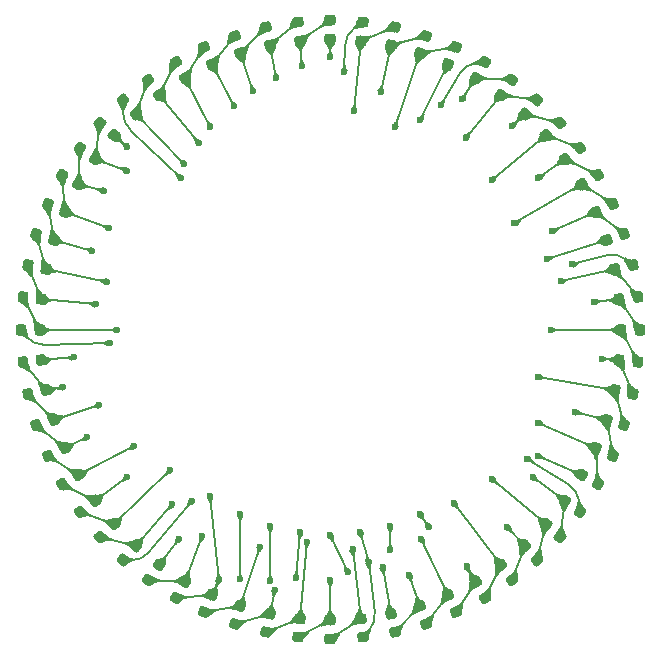
<source format=gbr>
%TF.GenerationSoftware,KiCad,Pcbnew,8.0.6*%
%TF.CreationDate,2025-01-18T20:05:51-05:00*%
%TF.ProjectId,twistedCharlieplex,74776973-7465-4644-9368-61726c696570,rev?*%
%TF.SameCoordinates,Original*%
%TF.FileFunction,Copper,L1,Top*%
%TF.FilePolarity,Positive*%
%FSLAX46Y46*%
G04 Gerber Fmt 4.6, Leading zero omitted, Abs format (unit mm)*
G04 Created by KiCad (PCBNEW 8.0.6) date 2025-01-18 20:05:51*
%MOMM*%
%LPD*%
G01*
G04 APERTURE LIST*
G04 Aperture macros list*
%AMRoundRect*
0 Rectangle with rounded corners*
0 $1 Rounding radius*
0 $2 $3 $4 $5 $6 $7 $8 $9 X,Y pos of 4 corners*
0 Add a 4 corners polygon primitive as box body*
4,1,4,$2,$3,$4,$5,$6,$7,$8,$9,$2,$3,0*
0 Add four circle primitives for the rounded corners*
1,1,$1+$1,$2,$3*
1,1,$1+$1,$4,$5*
1,1,$1+$1,$6,$7*
1,1,$1+$1,$8,$9*
0 Add four rect primitives between the rounded corners*
20,1,$1+$1,$2,$3,$4,$5,0*
20,1,$1+$1,$4,$5,$6,$7,0*
20,1,$1+$1,$6,$7,$8,$9,0*
20,1,$1+$1,$8,$9,$2,$3,0*%
G04 Aperture macros list end*
%TA.AperFunction,SMDPad,CuDef*%
%ADD10RoundRect,0.218750X0.304064X0.145122X-0.095612X0.323070X-0.304064X-0.145122X0.095612X-0.323070X0*%
%TD*%
%TA.AperFunction,SMDPad,CuDef*%
%ADD11RoundRect,0.218750X-0.112544X0.317568X-0.331294X-0.061318X0.112544X-0.317568X0.331294X0.061318X0*%
%TD*%
%TA.AperFunction,SMDPad,CuDef*%
%ADD12RoundRect,0.218750X0.008902X-0.336803X0.334028X-0.044059X-0.008902X0.336803X-0.334028X0.044059X0*%
%TD*%
%TA.AperFunction,SMDPad,CuDef*%
%ADD13RoundRect,0.218750X0.287229X0.176111X-0.128858X0.311306X-0.287229X-0.176111X0.128858X-0.311306X0*%
%TD*%
%TA.AperFunction,SMDPad,CuDef*%
%ADD14RoundRect,0.218750X0.244337X0.231981X-0.190766X0.277712X-0.244337X-0.231981X0.190766X-0.277712X0*%
%TD*%
%TA.AperFunction,SMDPad,CuDef*%
%ADD15RoundRect,0.218750X-0.061318X-0.331294X0.317568X-0.112544X0.061318X0.331294X-0.317568X0.112544X0*%
%TD*%
%TA.AperFunction,SMDPad,CuDef*%
%ADD16RoundRect,0.218750X-0.287229X-0.176111X0.128858X-0.311306X0.287229X0.176111X-0.128858X0.311306X0*%
%TD*%
%TA.AperFunction,SMDPad,CuDef*%
%ADD17RoundRect,0.218750X0.160692X0.296131X-0.267247X0.205170X-0.160692X-0.296131X0.267247X-0.205170X0*%
%TD*%
%TA.AperFunction,SMDPad,CuDef*%
%ADD18RoundRect,0.218750X0.112544X-0.317568X0.331294X0.061318X-0.112544X0.317568X-0.331294X-0.061318X0*%
%TD*%
%TA.AperFunction,SMDPad,CuDef*%
%ADD19RoundRect,0.218750X0.061318X0.331294X-0.317568X0.112544X-0.061318X-0.331294X0.317568X-0.112544X0*%
%TD*%
%TA.AperFunction,SMDPad,CuDef*%
%ADD20RoundRect,0.218750X-0.334028X-0.044059X-0.008902X-0.336803X0.334028X0.044059X0.008902X0.336803X0*%
%TD*%
%TA.AperFunction,SMDPad,CuDef*%
%ADD21RoundRect,0.218750X0.026352X0.335889X-0.327592X0.078733X-0.026352X-0.335889X0.327592X-0.078733X0*%
%TD*%
%TA.AperFunction,SMDPad,CuDef*%
%ADD22RoundRect,0.218750X0.334028X0.044059X0.008902X0.336803X-0.334028X-0.044059X-0.008902X-0.336803X0*%
%TD*%
%TA.AperFunction,SMDPad,CuDef*%
%ADD23RoundRect,0.218750X-0.277712X0.190766X-0.231981X-0.244337X0.277712X-0.190766X0.231981X0.244337X0*%
%TD*%
%TA.AperFunction,SMDPad,CuDef*%
%ADD24RoundRect,0.218750X0.323070X-0.095612X0.145122X0.304064X-0.323070X0.095612X-0.145122X-0.304064X0*%
%TD*%
%TA.AperFunction,SMDPad,CuDef*%
%ADD25RoundRect,0.218750X-0.078733X0.327592X-0.335889X-0.026352X0.078733X-0.327592X0.335889X0.026352X0*%
%TD*%
%TA.AperFunction,SMDPad,CuDef*%
%ADD26RoundRect,0.218750X0.231981X-0.244337X0.277712X0.190766X-0.231981X0.244337X-0.277712X-0.190766X0*%
%TD*%
%TA.AperFunction,SMDPad,CuDef*%
%ADD27RoundRect,0.218750X-0.205170X0.267247X-0.296131X-0.160692X0.205170X-0.267247X0.296131X0.160692X0*%
%TD*%
%TA.AperFunction,SMDPad,CuDef*%
%ADD28RoundRect,0.218750X-0.304064X-0.145122X0.095612X-0.323070X0.304064X0.145122X-0.095612X0.323070X0*%
%TD*%
%TA.AperFunction,SMDPad,CuDef*%
%ADD29RoundRect,0.218750X-0.160692X-0.296131X0.267247X-0.205170X0.160692X0.296131X-0.267247X0.205170X0*%
%TD*%
%TA.AperFunction,SMDPad,CuDef*%
%ADD30RoundRect,0.218750X-0.267247X-0.205170X0.160692X-0.296131X0.267247X0.205170X-0.160692X0.296131X0*%
%TD*%
%TA.AperFunction,SMDPad,CuDef*%
%ADD31RoundRect,0.218750X0.277712X-0.190766X0.231981X0.244337X-0.277712X0.190766X-0.231981X-0.244337X0*%
%TD*%
%TA.AperFunction,SMDPad,CuDef*%
%ADD32RoundRect,0.218750X-0.190766X-0.277712X0.244337X-0.231981X0.190766X0.277712X-0.244337X0.231981X0*%
%TD*%
%TA.AperFunction,SMDPad,CuDef*%
%ADD33RoundRect,0.218750X-0.176111X0.287229X-0.311306X-0.128858X0.176111X-0.287229X0.311306X0.128858X0*%
%TD*%
%TA.AperFunction,SMDPad,CuDef*%
%ADD34RoundRect,0.218750X-0.244337X-0.231981X0.190766X-0.277712X0.244337X0.231981X-0.190766X0.277712X0*%
%TD*%
%TA.AperFunction,SMDPad,CuDef*%
%ADD35RoundRect,0.218750X-0.218750X-0.256250X0.218750X-0.256250X0.218750X0.256250X-0.218750X0.256250X0*%
%TD*%
%TA.AperFunction,SMDPad,CuDef*%
%ADD36RoundRect,0.218750X-0.128858X-0.311306X0.287229X-0.176111X0.128858X0.311306X-0.287229X0.176111X0*%
%TD*%
%TA.AperFunction,SMDPad,CuDef*%
%ADD37RoundRect,0.218750X0.317568X0.112544X-0.061318X0.331294X-0.317568X-0.112544X0.061318X-0.331294X0*%
%TD*%
%TA.AperFunction,SMDPad,CuDef*%
%ADD38RoundRect,0.218750X-0.231981X0.244337X-0.277712X-0.190766X0.231981X-0.244337X0.277712X0.190766X0*%
%TD*%
%TA.AperFunction,SMDPad,CuDef*%
%ADD39RoundRect,0.218750X-0.145122X0.304064X-0.323070X-0.095612X0.145122X-0.304064X0.323070X0.095612X0*%
%TD*%
%TA.AperFunction,SMDPad,CuDef*%
%ADD40RoundRect,0.218750X0.145122X-0.304064X0.323070X0.095612X-0.145122X0.304064X-0.323070X-0.095612X0*%
%TD*%
%TA.AperFunction,SMDPad,CuDef*%
%ADD41RoundRect,0.218750X0.176111X-0.287229X0.311306X0.128858X-0.176111X0.287229X-0.311306X-0.128858X0*%
%TD*%
%TA.AperFunction,SMDPad,CuDef*%
%ADD42RoundRect,0.218750X-0.331294X0.061318X-0.112544X-0.317568X0.331294X-0.061318X0.112544X0.317568X0*%
%TD*%
%TA.AperFunction,SMDPad,CuDef*%
%ADD43RoundRect,0.218750X0.256250X-0.218750X0.256250X0.218750X-0.256250X0.218750X-0.256250X-0.218750X0*%
%TD*%
%TA.AperFunction,SMDPad,CuDef*%
%ADD44RoundRect,0.218750X0.095612X0.323070X-0.304064X0.145122X-0.095612X-0.323070X0.304064X-0.145122X0*%
%TD*%
%TA.AperFunction,SMDPad,CuDef*%
%ADD45RoundRect,0.218750X-0.336803X-0.008902X-0.044059X-0.334028X0.336803X0.008902X0.044059X0.334028X0*%
%TD*%
%TA.AperFunction,SMDPad,CuDef*%
%ADD46RoundRect,0.218750X-0.311306X0.128858X-0.176111X-0.287229X0.311306X-0.128858X0.176111X0.287229X0*%
%TD*%
%TA.AperFunction,SMDPad,CuDef*%
%ADD47RoundRect,0.218750X0.335889X-0.026352X0.078733X0.327592X-0.335889X0.026352X-0.078733X-0.327592X0*%
%TD*%
%TA.AperFunction,SMDPad,CuDef*%
%ADD48RoundRect,0.218750X-0.026352X-0.335889X0.327592X-0.078733X0.026352X0.335889X-0.327592X0.078733X0*%
%TD*%
%TA.AperFunction,SMDPad,CuDef*%
%ADD49RoundRect,0.218750X-0.044059X0.334028X-0.336803X0.008902X0.044059X-0.334028X0.336803X-0.008902X0*%
%TD*%
%TA.AperFunction,SMDPad,CuDef*%
%ADD50RoundRect,0.218750X0.218750X0.256250X-0.218750X0.256250X-0.218750X-0.256250X0.218750X-0.256250X0*%
%TD*%
%TA.AperFunction,SMDPad,CuDef*%
%ADD51RoundRect,0.218750X-0.327592X-0.078733X0.026352X-0.335889X0.327592X0.078733X-0.026352X0.335889X0*%
%TD*%
%TA.AperFunction,SMDPad,CuDef*%
%ADD52RoundRect,0.218750X0.190766X0.277712X-0.244337X0.231981X-0.190766X-0.277712X0.244337X-0.231981X0*%
%TD*%
%TA.AperFunction,SMDPad,CuDef*%
%ADD53RoundRect,0.218750X0.128858X0.311306X-0.287229X0.176111X-0.128858X-0.311306X0.287229X-0.176111X0*%
%TD*%
%TA.AperFunction,SMDPad,CuDef*%
%ADD54RoundRect,0.218750X0.331294X-0.061318X0.112544X0.317568X-0.331294X0.061318X-0.112544X-0.317568X0*%
%TD*%
%TA.AperFunction,SMDPad,CuDef*%
%ADD55RoundRect,0.218750X-0.335889X0.026352X-0.078733X-0.327592X0.335889X-0.026352X0.078733X0.327592X0*%
%TD*%
%TA.AperFunction,SMDPad,CuDef*%
%ADD56RoundRect,0.218750X-0.095612X-0.323070X0.304064X-0.145122X0.095612X0.323070X-0.304064X0.145122X0*%
%TD*%
%TA.AperFunction,SMDPad,CuDef*%
%ADD57RoundRect,0.218750X0.327592X0.078733X-0.026352X0.335889X-0.327592X-0.078733X0.026352X-0.335889X0*%
%TD*%
%TA.AperFunction,SMDPad,CuDef*%
%ADD58RoundRect,0.218750X0.205170X-0.267247X0.296131X0.160692X-0.205170X0.267247X-0.296131X-0.160692X0*%
%TD*%
%TA.AperFunction,SMDPad,CuDef*%
%ADD59RoundRect,0.218750X-0.296131X0.160692X-0.205170X-0.267247X0.296131X-0.160692X0.205170X0.267247X0*%
%TD*%
%TA.AperFunction,SMDPad,CuDef*%
%ADD60RoundRect,0.218750X0.311306X-0.128858X0.176111X0.287229X-0.311306X0.128858X-0.176111X-0.287229X0*%
%TD*%
%TA.AperFunction,SMDPad,CuDef*%
%ADD61RoundRect,0.218750X-0.008902X0.336803X-0.334028X0.044059X0.008902X-0.336803X0.334028X-0.044059X0*%
%TD*%
%TA.AperFunction,SMDPad,CuDef*%
%ADD62RoundRect,0.218750X-0.256250X0.218750X-0.256250X-0.218750X0.256250X-0.218750X0.256250X0.218750X0*%
%TD*%
%TA.AperFunction,SMDPad,CuDef*%
%ADD63RoundRect,0.218750X-0.323070X0.095612X-0.145122X-0.304064X0.323070X-0.095612X0.145122X0.304064X0*%
%TD*%
%TA.AperFunction,SMDPad,CuDef*%
%ADD64RoundRect,0.218750X0.044059X-0.334028X0.336803X-0.008902X-0.044059X0.334028X-0.336803X0.008902X0*%
%TD*%
%TA.AperFunction,SMDPad,CuDef*%
%ADD65RoundRect,0.218750X0.267247X0.205170X-0.160692X0.296131X-0.267247X-0.205170X0.160692X-0.296131X0*%
%TD*%
%TA.AperFunction,SMDPad,CuDef*%
%ADD66RoundRect,0.218750X0.078733X-0.327592X0.335889X0.026352X-0.078733X0.327592X-0.335889X-0.026352X0*%
%TD*%
%TA.AperFunction,SMDPad,CuDef*%
%ADD67RoundRect,0.218750X0.296131X-0.160692X0.205170X0.267247X-0.296131X0.160692X-0.205170X-0.267247X0*%
%TD*%
%TA.AperFunction,SMDPad,CuDef*%
%ADD68RoundRect,0.218750X-0.317568X-0.112544X0.061318X-0.331294X0.317568X0.112544X-0.061318X0.331294X0*%
%TD*%
%TA.AperFunction,SMDPad,CuDef*%
%ADD69RoundRect,0.218750X0.336803X0.008902X0.044059X0.334028X-0.336803X-0.008902X-0.044059X-0.334028X0*%
%TD*%
%TA.AperFunction,ViaPad*%
%ADD70C,0.600000*%
%TD*%
%TA.AperFunction,Conductor*%
%ADD71C,0.200000*%
%TD*%
G04 APERTURE END LIST*
D10*
%TO.P,D12,2,A*%
%TO.N,/IO3*%
X-23923472Y10651416D03*
%TO.P,D12,1,K*%
%TO.N,/IO4*%
X-22484638Y10010806D03*
%TD*%
D11*
%TO.P,D26,2,A*%
%TO.N,/IO0*%
X-13093750Y-22679040D03*
%TO.P,D26,1,K*%
%TO.N,/IO4*%
X-12306250Y-21315050D03*
%TD*%
D12*
%TO.P,D53,2,A*%
%TO.N,/IO0*%
X19461106Y17522857D03*
%TO.P,D53,1,K*%
%TO.N,/IO7*%
X18290652Y16468977D03*
%TD*%
D13*
%TO.P,D13,2,A*%
%TO.N,/IO6*%
X-24905793Y8092383D03*
%TO.P,D13,1,K*%
%TO.N,/IO3*%
X-23407879Y7605681D03*
%TD*%
D14*
%TO.P,D15,2,A*%
%TO.N,/IO8*%
X-26044042Y2737339D03*
%TO.P,D15,1,K*%
%TO.N,/IO5*%
X-24477670Y2572707D03*
%TD*%
D15*
%TO.P,D51,2,A*%
%TO.N,/IO2*%
X22679040Y13093750D03*
%TO.P,D51,1,K*%
%TO.N,/IO8*%
X21315050Y12306250D03*
%TD*%
D16*
%TO.P,D43,2,A*%
%TO.N,/IO8*%
X24905793Y-8092383D03*
%TO.P,D43,1,K*%
%TO.N,/IO2*%
X23407879Y-7605681D03*
%TD*%
D17*
%TO.P,D18,2,A*%
%TO.N,/IO4*%
X-25615240Y-5444687D03*
%TO.P,D18,1,K*%
%TO.N,/IO0*%
X-24074658Y-5117227D03*
%TD*%
D18*
%TO.P,D56,2,A*%
%TO.N,/IO3*%
X13093750Y22679040D03*
%TO.P,D56,1,K*%
%TO.N,/IO1*%
X12306250Y21315050D03*
%TD*%
D19*
%TO.P,D21,2,A*%
%TO.N,/IO3*%
X-22679040Y-13093750D03*
%TO.P,D21,1,K*%
%TO.N,/IO6*%
X-21315050Y-12306250D03*
%TD*%
D20*
%TO.P,D39,2,A*%
%TO.N,/IO3*%
X19461106Y-17522857D03*
%TO.P,D39,1,K*%
%TO.N,/IO7*%
X18290652Y-16468977D03*
%TD*%
D21*
%TO.P,D22,2,A*%
%TO.N,/IO8*%
X-21186133Y-15392626D03*
%TO.P,D22,1,K*%
%TO.N,/IO3*%
X-19911931Y-14466864D03*
%TD*%
D22*
%TO.P,D9,2,A*%
%TO.N,/IO2*%
X-19461106Y17522857D03*
%TO.P,D9,1,K*%
%TO.N,/IO0*%
X-18290652Y16468977D03*
%TD*%
D23*
%TO.P,D32,2,A*%
%TO.N,/IO5*%
X2737339Y-26044042D03*
%TO.P,D32,1,K*%
%TO.N,/IO7*%
X2572707Y-24477670D03*
%TD*%
D24*
%TO.P,D5,2,A*%
%TO.N,/IO5*%
X-10651416Y23923472D03*
%TO.P,D5,1,K*%
%TO.N,/IO4*%
X-10010806Y22484638D03*
%TD*%
D25*
%TO.P,D25,2,A*%
%TO.N,/IO4*%
X-15392626Y-21186133D03*
%TO.P,D25,1,K*%
%TO.N,/IO2*%
X-14466864Y-19911931D03*
%TD*%
D26*
%TO.P,D60,2,A*%
%TO.N,/IO2*%
X2737339Y26044042D03*
%TO.P,D60,1,K*%
%TO.N,/IO7*%
X2572707Y24477670D03*
%TD*%
D27*
%TO.P,D29,2,A*%
%TO.N,/IO8*%
X-5444687Y-25615240D03*
%TO.P,D29,1,K*%
%TO.N,/IO1*%
X-5117227Y-24074658D03*
%TD*%
D28*
%TO.P,D42,2,A*%
%TO.N,/IO2*%
X23923472Y-10651416D03*
%TO.P,D42,1,K*%
%TO.N,/IO6*%
X22484638Y-10010806D03*
%TD*%
D29*
%TO.P,D48,2,A*%
%TO.N,/IO3*%
X25615240Y5444687D03*
%TO.P,D48,1,K*%
%TO.N,/IO5*%
X24074658Y5117227D03*
%TD*%
D30*
%TO.P,D44,2,A*%
%TO.N,/IO0*%
X25615240Y-5444687D03*
%TO.P,D44,1,K*%
%TO.N,/IO8*%
X24074658Y-5117227D03*
%TD*%
D31*
%TO.P,D2,2,A*%
%TO.N,/IO2*%
X-2737339Y26044042D03*
%TO.P,D2,1,K*%
%TO.N,/IO1*%
X-2572707Y24477670D03*
%TD*%
D32*
%TO.P,D47,2,A*%
%TO.N,/IO5*%
X26044042Y2737339D03*
%TO.P,D47,1,K*%
%TO.N,/IO1*%
X24477670Y2572707D03*
%TD*%
D33*
%TO.P,D28,2,A*%
%TO.N,/IO1*%
X-8092383Y-24905793D03*
%TO.P,D28,1,K*%
%TO.N,/IO6*%
X-7605681Y-23407879D03*
%TD*%
D34*
%TO.P,D45,2,A*%
%TO.N,/IO7*%
X26044042Y-2737339D03*
%TO.P,D45,1,K*%
%TO.N,/IO0*%
X24477670Y-2572707D03*
%TD*%
D35*
%TO.P,D46,2,A*%
%TO.N,/IO1*%
X26187500Y0D03*
%TO.P,D46,1,K*%
%TO.N,/IO7*%
X24612500Y0D03*
%TD*%
D36*
%TO.P,D49,2,A*%
%TO.N,/IO4*%
X24905793Y8092383D03*
%TO.P,D49,1,K*%
%TO.N,/IO6*%
X23407879Y7605681D03*
%TD*%
D37*
%TO.P,D11,2,A*%
%TO.N,/IO4*%
X-22679040Y13093750D03*
%TO.P,D11,1,K*%
%TO.N,/IO1*%
X-21315050Y12306250D03*
%TD*%
D38*
%TO.P,D30,2,A*%
%TO.N,/IO3*%
X-2737339Y-26044042D03*
%TO.P,D30,1,K*%
%TO.N,/IO8*%
X-2572707Y-24477670D03*
%TD*%
D39*
%TO.P,D27,2,A*%
%TO.N,/IO6*%
X-10651416Y-23923472D03*
%TO.P,D27,1,K*%
%TO.N,/IO0*%
X-10010806Y-22484638D03*
%TD*%
D40*
%TO.P,D57,2,A*%
%TO.N,/IO8*%
X10651416Y23923472D03*
%TO.P,D57,1,K*%
%TO.N,/IO6*%
X10010806Y22484638D03*
%TD*%
D41*
%TO.P,D58,2,A*%
%TO.N,/IO4*%
X8092383Y24905793D03*
%TO.P,D58,1,K*%
%TO.N,/IO8*%
X7605681Y23407879D03*
%TD*%
D42*
%TO.P,D36,2,A*%
%TO.N,/IO8*%
X13093750Y-22679040D03*
%TO.P,D36,1,K*%
%TO.N,/IO0*%
X12306250Y-21315050D03*
%TD*%
D43*
%TO.P,D1,2,A*%
%TO.N,/IO1*%
X0Y26187500D03*
%TO.P,D1,1,K*%
%TO.N,/IO0*%
X0Y24612500D03*
%TD*%
D44*
%TO.P,D20,2,A*%
%TO.N,/IO6*%
X-23923472Y-10651416D03*
%TO.P,D20,1,K*%
%TO.N,/IO1*%
X-22484638Y-10010806D03*
%TD*%
D45*
%TO.P,D38,2,A*%
%TO.N,/IO7*%
X17522857Y-19461106D03*
%TO.P,D38,1,K*%
%TO.N,/IO1*%
X16468977Y-18290652D03*
%TD*%
D46*
%TO.P,D34,2,A*%
%TO.N,/IO6*%
X8092383Y-24905793D03*
%TO.P,D34,1,K*%
%TO.N,/IO2*%
X7605681Y-23407879D03*
%TD*%
D47*
%TO.P,D7,2,A*%
%TO.N,/IO7*%
X-15392626Y21186133D03*
%TO.P,D7,1,K*%
%TO.N,/IO6*%
X-14466864Y19911931D03*
%TD*%
D48*
%TO.P,D52,2,A*%
%TO.N,/IO7*%
X21186133Y15392626D03*
%TO.P,D52,1,K*%
%TO.N,/IO2*%
X19911931Y14466864D03*
%TD*%
D49*
%TO.P,D24,2,A*%
%TO.N,/IO7*%
X-17522857Y-19461106D03*
%TO.P,D24,1,K*%
%TO.N,/IO5*%
X-16468977Y-18290652D03*
%TD*%
D50*
%TO.P,D16,2,A*%
%TO.N,/IO7*%
X-26187500Y0D03*
%TO.P,D16,1,K*%
%TO.N,/IO8*%
X-24612500Y0D03*
%TD*%
D51*
%TO.P,D40,2,A*%
%TO.N,/IO5*%
X21186133Y-15392626D03*
%TO.P,D40,1,K*%
%TO.N,/IO3*%
X19911931Y-14466864D03*
%TD*%
D52*
%TO.P,D17,2,A*%
%TO.N,/IO0*%
X-26044042Y-2737339D03*
%TO.P,D17,1,K*%
%TO.N,/IO2*%
X-24477670Y-2572707D03*
%TD*%
D53*
%TO.P,D19,2,A*%
%TO.N,/IO1*%
X-24905793Y-8092383D03*
%TO.P,D19,1,K*%
%TO.N,/IO4*%
X-23407879Y-7605681D03*
%TD*%
D54*
%TO.P,D6,2,A*%
%TO.N,/IO6*%
X-13093750Y22679040D03*
%TO.P,D6,1,K*%
%TO.N,/IO5*%
X-12306250Y21315050D03*
%TD*%
D55*
%TO.P,D37,2,A*%
%TO.N,/IO1*%
X15392626Y-21186133D03*
%TO.P,D37,1,K*%
%TO.N,/IO8*%
X14466864Y-19911931D03*
%TD*%
D56*
%TO.P,D50,2,A*%
%TO.N,/IO8*%
X23923472Y10651416D03*
%TO.P,D50,1,K*%
%TO.N,/IO4*%
X22484638Y10010806D03*
%TD*%
D57*
%TO.P,D10,2,A*%
%TO.N,/IO1*%
X-21186133Y15392626D03*
%TO.P,D10,1,K*%
%TO.N,/IO2*%
X-19911931Y14466864D03*
%TD*%
D58*
%TO.P,D59,2,A*%
%TO.N,/IO7*%
X5444687Y25615240D03*
%TO.P,D59,1,K*%
%TO.N,/IO4*%
X5117227Y24074658D03*
%TD*%
D59*
%TO.P,D33,2,A*%
%TO.N,/IO2*%
X5444687Y-25615240D03*
%TO.P,D33,1,K*%
%TO.N,/IO4*%
X5117227Y-24074658D03*
%TD*%
D60*
%TO.P,D4,2,A*%
%TO.N,/IO4*%
X-8092383Y24905793D03*
%TO.P,D4,1,K*%
%TO.N,/IO3*%
X-7605681Y23407879D03*
%TD*%
D61*
%TO.P,D23,2,A*%
%TO.N,/IO5*%
X-19461106Y-17522857D03*
%TO.P,D23,1,K*%
%TO.N,/IO8*%
X-18290652Y-16468977D03*
%TD*%
D62*
%TO.P,D31,2,A*%
%TO.N,/IO7*%
X0Y-26187500D03*
%TO.P,D31,1,K*%
%TO.N,/IO3*%
X0Y-24612500D03*
%TD*%
D63*
%TO.P,D35,2,A*%
%TO.N,/IO0*%
X10651416Y-23923472D03*
%TO.P,D35,1,K*%
%TO.N,/IO6*%
X10010806Y-22484638D03*
%TD*%
D64*
%TO.P,D54,2,A*%
%TO.N,/IO5*%
X17522857Y19461106D03*
%TO.P,D54,1,K*%
%TO.N,/IO0*%
X16468977Y18290652D03*
%TD*%
D65*
%TO.P,D14,2,A*%
%TO.N,/IO5*%
X-25615240Y5444687D03*
%TO.P,D14,1,K*%
%TO.N,/IO6*%
X-24074658Y5117227D03*
%TD*%
D66*
%TO.P,D55,2,A*%
%TO.N,/IO1*%
X15392626Y21186133D03*
%TO.P,D55,1,K*%
%TO.N,/IO5*%
X14466864Y19911931D03*
%TD*%
D67*
%TO.P,D3,2,A*%
%TO.N,/IO3*%
X-5444687Y25615240D03*
%TO.P,D3,1,K*%
%TO.N,/IO2*%
X-5117227Y24074658D03*
%TD*%
D68*
%TO.P,D41,2,A*%
%TO.N,/IO6*%
X22679040Y-13093750D03*
%TO.P,D41,1,K*%
%TO.N,/IO4*%
X21315050Y-12306250D03*
%TD*%
D69*
%TO.P,D8,2,A*%
%TO.N,/IO8*%
X-17522857Y19461106D03*
%TO.P,D8,1,K*%
%TO.N,/IO7*%
X-16468977Y18290652D03*
%TD*%
D70*
%TO.N,/IO7*%
X1905000Y-18567400D03*
X13716000Y-12649200D03*
X8356600Y-16687800D03*
X13690600Y12674600D03*
X18669000Y0D03*
X-11734800Y-14503400D03*
X7620000Y-15621000D03*
X2032000Y18567400D03*
X-12344400Y14020800D03*
X-18643600Y-1117600D03*
%TO.N,/IO6*%
X-5943600Y-18364200D03*
X7645400Y17754600D03*
X-16611600Y-9855200D03*
X-11125200Y15798800D03*
X17627600Y-7848600D03*
X7721600Y-17678400D03*
X18338800Y5994400D03*
X5080000Y-18618200D03*
X-18897600Y4064000D03*
X5080000Y-16637000D03*
%TO.N,/IO5*%
X2540000Y-17145000D03*
X-10134600Y17170400D03*
X11480800Y16281400D03*
X3251200Y-19659600D03*
X-13360400Y-14782800D03*
X19507200Y4114800D03*
X-19812000Y2159000D03*
X16687800Y-10896600D03*
%TO.N,/IO4*%
X17576800Y-10668000D03*
X18796000Y8356600D03*
X4445000Y-20091400D03*
X-10845800Y-17475200D03*
X1473200Y-20497800D03*
X4267200Y20142200D03*
X-8102600Y18923000D03*
X-18694400Y8585200D03*
X0Y-17399000D03*
X-19558000Y-6375400D03*
%TO.N,/IO3*%
X0Y-21209000D03*
X-2895600Y-21005800D03*
X-2540000Y-17145000D03*
X20472400Y5537200D03*
X-20142200Y6705600D03*
X17145000Y-12471400D03*
X9372600Y19024600D03*
X-6502400Y20193000D03*
X-17170400Y-12420600D03*
%TO.N,/IO2*%
X6705600Y-20777200D03*
X-17221200Y13487400D03*
X-5080000Y-21234400D03*
X20726400Y-6959600D03*
X-12801600Y-17703800D03*
X-5080000Y-16637000D03*
X-21717000Y-2336800D03*
X-4572000Y21336000D03*
X1193800Y21818600D03*
X17627600Y12877800D03*
%TO.N,/IO1*%
X15011400Y-16713200D03*
X-2413000Y22352000D03*
X-19151600Y11785600D03*
X-7620000Y-15621000D03*
X-4699000Y-21996400D03*
X22352000Y2387600D03*
X11201400Y19507200D03*
X-20548600Y-9093200D03*
X-7620000Y-21132800D03*
%TO.N,/IO0*%
X11557000Y-20015200D03*
X0Y23114000D03*
X22987000Y-2438400D03*
X-22606000Y-4851400D03*
X-10160000Y-14097000D03*
X-17170400Y15494000D03*
X-9423400Y-21158200D03*
X15417800Y17246600D03*
%TO.N,/IO8*%
X-12649200Y12852400D03*
X5486400Y17195800D03*
X-18034000Y0D03*
X15595600Y9017000D03*
X17602200Y-3987800D03*
X10464800Y-14681200D03*
X-1981200Y-17932400D03*
X-13538200Y-11861800D03*
%TD*%
D71*
%TO.N,/IO8*%
X-17549828Y18493553D02*
G75*
G03*
X-16874510Y16859910I2167454J-60418D01*
G01*
%TO.N,/IO2*%
X2016369Y25518821D02*
G75*
G03*
X1266874Y24102061I1074631J-1475131D01*
G01*
%TO.N,/IO3*%
X12249175Y22566320D02*
G75*
G03*
X10970204Y21720583I232425J-1741420D01*
G01*
X24986920Y5973543D02*
G75*
G03*
X23561559Y6304409I-1037120J-1232243D01*
G01*
%TO.N,/IO5*%
X20173326Y-13075054D02*
G75*
G02*
X21070551Y-14478115I-1029026J-1646446D01*
G01*
X3763083Y-23989278D02*
G75*
G02*
X3299069Y-25429921I-1805643J-213472D01*
G01*
%TO.N,/IO7*%
X-16737028Y-19484153D02*
G75*
G03*
X-15444614Y-18906010I47715J1626974D01*
G01*
X-25654050Y-635000D02*
G75*
G03*
X-24291496Y-1250491I1321943J1110540D01*
G01*
X1905000Y-18567400D02*
X2572707Y-24477670D01*
X13716000Y-12649200D02*
X18290652Y-16468977D01*
X-16468977Y18290652D02*
X-12344400Y14020800D01*
X-16737028Y-19484153D02*
X-17522857Y-19461106D01*
X13690600Y12674600D02*
X18290652Y16468977D01*
X-18643600Y-1117600D02*
X-24291496Y-1250491D01*
X18290652Y-16468977D02*
X17522857Y-19461106D01*
X2572707Y-24477670D02*
X0Y-26187500D01*
X24612500Y0D02*
X18669000Y0D01*
X-25654050Y-635000D02*
X-26187500Y0D01*
X18290652Y16468977D02*
X21186133Y15392626D01*
X7620000Y-15621000D02*
X8356600Y-16687800D01*
X24612500Y0D02*
X26044042Y-2737339D01*
X-11734800Y-14503400D02*
X-15444614Y-18906010D01*
X2572707Y24477670D02*
X5444687Y25615240D01*
X-16468977Y18290652D02*
X-15392626Y21186133D01*
X2032000Y18567400D02*
X2572707Y24477670D01*
%TO.N,/IO6*%
X-21315050Y-12306250D02*
X-23923472Y-10651416D01*
X22484638Y-10010806D02*
X17627600Y-7848600D01*
X-5943600Y-18364200D02*
X-7605681Y-23407879D01*
X-24074658Y5117227D02*
X-24905793Y8092383D01*
X-14466864Y19911931D02*
X-13093750Y22679040D01*
X7645400Y17754600D02*
X10010806Y22484638D01*
X18338800Y5994400D02*
X23407879Y7605681D01*
X-7605681Y-23407879D02*
X-10651416Y-23923472D01*
X-18897600Y4064000D02*
X-24074658Y5117227D01*
X5080000Y-18618200D02*
X5080000Y-16637000D01*
X10010806Y-22484638D02*
X8092383Y-24905793D01*
X7721600Y-17678400D02*
X10010806Y-22484638D01*
X22484638Y-10010806D02*
X22679040Y-13093750D01*
X-16611600Y-9855200D02*
X-21315050Y-12306250D01*
X-11125200Y15798800D02*
X-14466864Y19911931D01*
%TO.N,/IO5*%
X-24477670Y2572707D02*
X-19812000Y2159000D01*
X24074658Y5117227D02*
X26044042Y2737339D01*
X16687800Y-10896600D02*
X20173326Y-13075054D01*
X-13360400Y-14782800D02*
X-16468977Y-18290652D01*
X3251200Y-19659600D02*
X2540000Y-17145000D01*
X-10134600Y17170400D02*
X-12306250Y21315050D01*
X19507200Y4114800D02*
X24074658Y5117227D01*
X-24477670Y2572707D02*
X-25615240Y5444687D01*
X14466864Y19911931D02*
X17522857Y19461106D01*
X3299069Y-25429921D02*
X2737339Y-26044042D01*
X11480800Y16281400D02*
X14466864Y19911931D01*
X-12306250Y21315050D02*
X-10651416Y23923472D01*
X-16468977Y-18290652D02*
X-19461106Y-17522857D01*
X3251200Y-19659600D02*
X3763083Y-23989278D01*
X21070566Y-14478113D02*
X21186133Y-15392626D01*
%TO.N,/IO4*%
X18796000Y8356600D02*
X22484638Y10010806D01*
X4445000Y-20091400D02*
X5117227Y-24074658D01*
X-8102600Y18923000D02*
X-10010806Y22484638D01*
X-18694400Y8585200D02*
X-22484638Y10010806D01*
X-23407879Y-7605681D02*
X-25615240Y-5444687D01*
X-22484638Y10010806D02*
X-22679040Y13093750D01*
X4267200Y20142200D02*
X5117227Y24074658D01*
X-23407879Y-7605681D02*
X-19558000Y-6375400D01*
X-12306250Y-21315050D02*
X-15392626Y-21186133D01*
X17576800Y-10668000D02*
X21315050Y-12306250D01*
X-10010806Y22484638D02*
X-8092383Y24905793D01*
X5117227Y24074658D02*
X8092383Y24905793D01*
X22484638Y10010806D02*
X24905793Y8092383D01*
X1473200Y-20497800D02*
X0Y-17399000D01*
X-10845800Y-17475200D02*
X-12306250Y-21315050D01*
%TO.N,/IO3*%
X12249175Y22566320D02*
X13093750Y22679040D01*
X23561551Y6304440D02*
X20472400Y5537200D01*
X0Y-24612500D02*
X-2737339Y-26044042D01*
X17145000Y-12471400D02*
X19911931Y-14466864D01*
X9372600Y19024600D02*
X10970215Y21720576D01*
X-7605681Y23407879D02*
X-5444687Y25615240D01*
X19911931Y-14466864D02*
X19461106Y-17522857D01*
X-23407879Y7605681D02*
X-20142200Y6705600D01*
X-7605681Y23407879D02*
X-6502400Y20193000D01*
X-2895600Y-21005800D02*
X-2540000Y-17145000D01*
X24986920Y5973543D02*
X25615240Y5444687D01*
X-19911931Y-14466864D02*
X-22679040Y-13093750D01*
X-17170400Y-12420600D02*
X-19911931Y-14466864D01*
X-23407879Y7605681D02*
X-23923472Y10651416D01*
X0Y-24612500D02*
X0Y-21209000D01*
%TO.N,/IO2*%
X-19911931Y14466864D02*
X-19461106Y17522857D01*
X23407879Y-7605681D02*
X23923472Y-10651416D01*
X-5080000Y-21234400D02*
X-5080000Y-16637000D01*
X-19911931Y14466864D02*
X-17221200Y13487400D01*
X2016369Y25518821D02*
X2737339Y26044042D01*
X-21717000Y-2336800D02*
X-24477670Y-2572707D01*
X7605681Y-23407879D02*
X5444687Y-25615240D01*
X7605681Y-23407879D02*
X6705600Y-20777200D01*
X20726400Y-6959600D02*
X23407879Y-7605681D01*
X19911931Y14466864D02*
X22679040Y13093750D01*
X1266870Y24102061D02*
X1193800Y21818600D01*
X-5117227Y24074658D02*
X-2737339Y26044042D01*
X-12801600Y-17703800D02*
X-14466864Y-19911931D01*
X17627600Y12877800D02*
X19911931Y14466864D01*
X-4572000Y21336000D02*
X-5117227Y24074658D01*
%TO.N,/IO1*%
X12306250Y21315050D02*
X11201400Y19507200D01*
X12306250Y21315050D02*
X15392626Y21186133D01*
X-7620000Y-15621000D02*
X-7620000Y-21132800D01*
X24477670Y2572707D02*
X26187500Y0D01*
X-4699000Y-21996400D02*
X-5117227Y-24074658D01*
X-20548600Y-9093200D02*
X-22484638Y-10010806D01*
X-2572707Y24477670D02*
X0Y26187500D01*
X-5117227Y-24074658D02*
X-8092383Y-24905793D01*
X-2572707Y24477670D02*
X-2413000Y22352000D01*
X24477670Y2572707D02*
X22352000Y2387600D01*
X16468977Y-18290652D02*
X15011400Y-16713200D01*
X-22484638Y-10010806D02*
X-24905793Y-8092383D01*
X-19151600Y11785600D02*
X-21315050Y12306250D01*
X16468977Y-18290652D02*
X15392626Y-21186133D01*
X-21315050Y12306250D02*
X-21186133Y15392626D01*
%TO.N,/IO0*%
X-10010806Y-22484638D02*
X-9423400Y-21158200D01*
X24477670Y-2572707D02*
X25615240Y-5444687D01*
X24477670Y-2572707D02*
X22987000Y-2438400D01*
X-10010806Y-22484638D02*
X-13093750Y-22679040D01*
X-22606000Y-4851400D02*
X-24074658Y-5117227D01*
X16468977Y18290652D02*
X19461106Y17522857D01*
X11557000Y-20015200D02*
X12306250Y-21315050D01*
X-24074658Y-5117227D02*
X-26044042Y-2737339D01*
X0Y23114000D02*
X0Y24612500D01*
X-17170400Y15494000D02*
X-18290652Y16468977D01*
X12306250Y-21315050D02*
X10651416Y-23923472D01*
X16468977Y18290652D02*
X15417800Y17246600D01*
X-10160000Y-14097000D02*
X-9423400Y-21158200D01*
%TO.N,/IO8*%
X14466864Y-19911931D02*
X10464800Y-14681200D01*
X15595600Y9017000D02*
X21315050Y12306250D01*
X21315050Y12306250D02*
X23923472Y10651416D01*
X-16874510Y16859910D02*
X-12649200Y12852400D01*
X7605681Y23407879D02*
X5486400Y17195800D01*
X14466864Y-19911931D02*
X13093750Y-22679040D01*
X-2572707Y-24477670D02*
X-5444687Y-25615240D01*
X-18290652Y-16468977D02*
X-21186133Y-15392626D01*
X-13538200Y-11861800D02*
X-18290652Y-16468977D01*
X-24612500Y0D02*
X-26044042Y2737339D01*
X-24612500Y0D02*
X-18034000Y0D01*
X-17549828Y18493553D02*
X-17522857Y19461106D01*
X-1981200Y-17932400D02*
X-2572707Y-24477670D01*
X24074658Y-5117227D02*
X24905793Y-8092383D01*
X7605681Y23407879D02*
X10651416Y23923472D01*
X17602200Y-3987800D02*
X24074658Y-5117227D01*
%TD*%
%TA.AperFunction,Conductor*%
%TO.N,/IO7*%
G36*
X2574811Y-23600301D02*
G01*
X2577669Y-23603631D01*
X2653063Y-23735119D01*
X2712679Y-23824696D01*
X2732278Y-23854146D01*
X2811493Y-23954051D01*
X2890709Y-24034831D01*
X2890710Y-24034832D01*
X2890715Y-24034836D01*
X2959266Y-24088190D01*
X2963690Y-24095976D01*
X2961313Y-24104609D01*
X2960193Y-24105853D01*
X2579268Y-24472456D01*
X2570931Y-24475724D01*
X2565141Y-24474062D01*
X2111436Y-24202185D01*
X2106101Y-24194993D01*
X2107414Y-24186135D01*
X2107911Y-24185375D01*
X2155474Y-24118718D01*
X2210383Y-24022616D01*
X2265292Y-23907364D01*
X2320201Y-23772964D01*
X2372655Y-23626280D01*
X2378668Y-23619645D01*
X2382358Y-23618595D01*
X2566206Y-23597825D01*
X2574811Y-23600301D01*
G37*
%TD.AperFunction*%
%TD*%
%TA.AperFunction,Conductor*%
%TO.N,/IO7*%
G36*
X2171105Y-18677586D02*
G01*
X2177418Y-18683936D01*
X2177392Y-18692891D01*
X2177281Y-18693149D01*
X2132909Y-18792615D01*
X2132849Y-18792747D01*
X2095813Y-18873067D01*
X2095812Y-18873069D01*
X2072280Y-18944788D01*
X2072279Y-18944793D01*
X2063627Y-19029193D01*
X2063627Y-19029197D01*
X2070482Y-19136563D01*
X2067589Y-19145037D01*
X2060119Y-19148934D01*
X1883054Y-19168938D01*
X1874449Y-19166462D01*
X1870286Y-19159695D01*
X1845278Y-19039461D01*
X1840233Y-19029198D01*
X1803193Y-18953847D01*
X1750315Y-18884880D01*
X1750188Y-18884712D01*
X1690993Y-18804486D01*
X1690007Y-18802897D01*
X1684740Y-18792673D01*
X1633639Y-18693470D01*
X1632897Y-18684546D01*
X1638682Y-18677711D01*
X1639503Y-18677328D01*
X1900380Y-18568290D01*
X1909329Y-18568262D01*
X2171105Y-18677586D01*
G37*
%TD.AperFunction*%
%TD*%
%TA.AperFunction,Conductor*%
%TO.N,/IO7*%
G36*
X17690911Y-15834738D02*
G01*
X17803912Y-15884359D01*
X17924960Y-15919187D01*
X18046008Y-15935691D01*
X18167056Y-15933869D01*
X18274566Y-15915976D01*
X18283289Y-15917998D01*
X18288027Y-15925596D01*
X18288186Y-15927447D01*
X18291363Y-16460228D01*
X18287985Y-16468522D01*
X18282265Y-16471705D01*
X17766463Y-16589381D01*
X17757635Y-16587880D01*
X17752514Y-16580824D01*
X17715177Y-16432118D01*
X17675052Y-16291492D01*
X17634927Y-16170052D01*
X17594802Y-16067796D01*
X17557959Y-15991519D01*
X17557447Y-15982580D01*
X17559511Y-15978935D01*
X17677230Y-15837951D01*
X17685161Y-15833799D01*
X17690911Y-15834738D01*
G37*
%TD.AperFunction*%
%TD*%
%TA.AperFunction,Conductor*%
%TO.N,/IO7*%
G36*
X13990965Y-12539003D02*
G01*
X13997279Y-12545353D01*
X13997407Y-12545681D01*
X14036320Y-12649170D01*
X14036415Y-12649433D01*
X14065631Y-12734349D01*
X14097717Y-12803921D01*
X14097718Y-12803923D01*
X14131038Y-12848092D01*
X14149418Y-12872457D01*
X14207387Y-12926364D01*
X14229394Y-12946829D01*
X14233118Y-12954973D01*
X14230407Y-12962896D01*
X14116193Y-13099681D01*
X14108260Y-13103835D01*
X14100535Y-13101789D01*
X14000890Y-13032532D01*
X14000890Y-13032531D01*
X13933894Y-13007058D01*
X13912787Y-12999033D01*
X13912783Y-12999032D01*
X13912782Y-12999032D01*
X13828140Y-12985072D01*
X13828074Y-12985061D01*
X13730711Y-12968432D01*
X13729062Y-12968024D01*
X13641696Y-12939559D01*
X13613181Y-12930269D01*
X13606377Y-12924448D01*
X13605682Y-12915520D01*
X13605982Y-12914702D01*
X13713377Y-12653080D01*
X13719688Y-12646730D01*
X13719685Y-12646730D01*
X13982011Y-12538976D01*
X13990965Y-12539003D01*
G37*
%TD.AperFunction*%
%TD*%
%TA.AperFunction,Conductor*%
%TO.N,/IO7*%
G36*
X-15926001Y18351953D02*
G01*
X-15921707Y18344672D01*
X-15896607Y18192313D01*
X-15869692Y18048112D01*
X-15842777Y17923093D01*
X-15815862Y17817257D01*
X-15815857Y17817241D01*
X-15815853Y17817228D01*
X-15791084Y17737483D01*
X-15791902Y17728565D01*
X-15794124Y17725601D01*
X-15926555Y17597676D01*
X-15934885Y17594394D01*
X-15940371Y17595868D01*
X-16051132Y17657528D01*
X-16169470Y17705119D01*
X-16287808Y17734424D01*
X-16406146Y17745442D01*
X-16510769Y17739016D01*
X-16519236Y17741929D01*
X-16523164Y17749977D01*
X-16523129Y17751848D01*
X-16470598Y18282005D01*
X-16466372Y18289900D01*
X-16460324Y18292471D01*
X-15934619Y18354389D01*
X-15926001Y18351953D01*
G37*
%TD.AperFunction*%
%TD*%
%TA.AperFunction,Conductor*%
%TO.N,/IO7*%
G36*
X-12680539Y14513771D02*
G01*
X-12595455Y14436792D01*
X-12595449Y14436787D01*
X-12518379Y14391397D01*
X-12518373Y14391394D01*
X-12441969Y14365836D01*
X-12351282Y14341168D01*
X-12350436Y14340903D01*
X-12241164Y14302075D01*
X-12234515Y14296076D01*
X-12234056Y14287133D01*
X-12234242Y14286646D01*
X-12341849Y14024601D01*
X-12348159Y14018252D01*
X-12610109Y13910698D01*
X-12619062Y13910726D01*
X-12625374Y13917077D01*
X-12625609Y13917699D01*
X-12664210Y14029373D01*
X-12664532Y14030479D01*
X-12686756Y14123590D01*
X-12708792Y14202923D01*
X-12750659Y14283817D01*
X-12818917Y14365836D01*
X-12825549Y14373806D01*
X-12828207Y14382356D01*
X-12824685Y14389704D01*
X-12696518Y14513510D01*
X-12688187Y14516793D01*
X-12680539Y14513771D01*
G37*
%TD.AperFunction*%
%TD*%
%TA.AperFunction,Conductor*%
%TO.N,/IO7*%
G36*
X-17337512Y-19037747D02*
G01*
X-17205186Y-19140386D01*
X-17060619Y-19232270D01*
X-16916052Y-19303904D01*
X-16771485Y-19355288D01*
X-16635065Y-19384667D01*
X-16627700Y-19389759D01*
X-16625914Y-19394694D01*
X-16604182Y-19573928D01*
X-16606588Y-19582552D01*
X-16613801Y-19586863D01*
X-16738999Y-19608539D01*
X-16739015Y-19608542D01*
X-16875178Y-19652369D01*
X-17011338Y-19716441D01*
X-17011350Y-19716447D01*
X-17106221Y-19775200D01*
X-17147512Y-19800772D01*
X-17147514Y-19800773D01*
X-17147518Y-19800776D01*
X-17272792Y-19896987D01*
X-17281440Y-19899309D01*
X-17289197Y-19894834D01*
X-17290210Y-19893273D01*
X-17521236Y-19466057D01*
X-17522157Y-19457150D01*
X-17521799Y-19456127D01*
X-17481251Y-19355286D01*
X-17355534Y-19042629D01*
X-17349269Y-19036233D01*
X-17340315Y-19036140D01*
X-17337512Y-19037747D01*
G37*
%TD.AperFunction*%
%TD*%
%TA.AperFunction,Conductor*%
%TO.N,/IO7*%
G36*
X18282340Y16471744D02*
G01*
X18289611Y16466518D01*
X18291367Y16460283D01*
X18288187Y15927535D01*
X18284711Y15919283D01*
X18276417Y15915905D01*
X18274504Y15916074D01*
X18166277Y15934791D01*
X18044449Y15937432D01*
X18044448Y15937431D01*
X18044448Y15937432D01*
X17991080Y15930516D01*
X17922622Y15921646D01*
X17922616Y15921644D01*
X17922614Y15921644D01*
X17914207Y15919283D01*
X17800794Y15887434D01*
X17687037Y15838282D01*
X17678085Y15838147D01*
X17673374Y15841576D01*
X17556517Y15983246D01*
X17553898Y15991807D01*
X17555051Y15995864D01*
X17592590Y16071926D01*
X17633476Y16173961D01*
X17674362Y16295187D01*
X17715246Y16435592D01*
X17732610Y16503378D01*
X17753290Y16584102D01*
X17758662Y16591265D01*
X17767296Y16592589D01*
X18282340Y16471744D01*
G37*
%TD.AperFunction*%
%TD*%
%TA.AperFunction,Conductor*%
%TO.N,/IO7*%
G36*
X14093340Y13122564D02*
G01*
X14206730Y12985098D01*
X14209350Y12976535D01*
X14205610Y12969028D01*
X14186775Y12951764D01*
X14125420Y12895527D01*
X14073222Y12827708D01*
X14043406Y12764633D01*
X14040609Y12758715D01*
X14040608Y12758711D01*
X14011028Y12674312D01*
X14010932Y12674047D01*
X13972018Y12571056D01*
X13965888Y12564528D01*
X13956938Y12564246D01*
X13956680Y12564347D01*
X13694348Y12672107D01*
X13688000Y12678419D01*
X13580588Y12940087D01*
X13580617Y12949041D01*
X13586969Y12955353D01*
X13587774Y12955648D01*
X13704042Y12993350D01*
X13705736Y12993762D01*
X13803392Y13009924D01*
X13803497Y13009941D01*
X13888572Y13023226D01*
X13977254Y13056014D01*
X14077705Y13124774D01*
X14086468Y13126619D01*
X14093340Y13122564D01*
G37*
%TD.AperFunction*%
%TD*%
%TA.AperFunction,Conductor*%
%TO.N,/IO7*%
G36*
X-18753903Y-851258D02*
G01*
X-18753636Y-851847D01*
X-18644486Y-1113065D01*
X-18644458Y-1122020D01*
X-18644485Y-1122086D01*
X-18753679Y-1383452D01*
X-18760029Y-1389764D01*
X-18768984Y-1389737D01*
X-18769484Y-1389514D01*
X-18873853Y-1340062D01*
X-18874599Y-1339675D01*
X-18956093Y-1293619D01*
X-18956097Y-1293617D01*
X-19028182Y-1258482D01*
X-19028186Y-1258481D01*
X-19028189Y-1258480D01*
X-19028192Y-1258479D01*
X-19057482Y-1251200D01*
X-19114683Y-1236986D01*
X-19114690Y-1236985D01*
X-19228824Y-1232121D01*
X-19236944Y-1228345D01*
X-19240023Y-1220707D01*
X-19244215Y-1042558D01*
X-19240983Y-1034207D01*
X-19233672Y-1030640D01*
X-19116821Y-1019053D01*
X-19030072Y-990512D01*
X-19030069Y-990510D01*
X-19030068Y-990510D01*
X-18958541Y-949172D01*
X-18877046Y-898429D01*
X-18876019Y-897861D01*
X-18769548Y-845876D01*
X-18760612Y-845327D01*
X-18753903Y-851258D01*
G37*
%TD.AperFunction*%
%TD*%
%TA.AperFunction,Conductor*%
%TO.N,/IO7*%
G36*
X17857484Y-18528365D02*
G01*
X17864645Y-18533740D01*
X17866136Y-18537898D01*
X17895186Y-18724556D01*
X17925415Y-18898536D01*
X17955648Y-19052285D01*
X17985882Y-19185794D01*
X18013268Y-19288383D01*
X18012091Y-19297260D01*
X18005634Y-19302511D01*
X17527740Y-19460378D01*
X17518809Y-19459719D01*
X17517989Y-19459263D01*
X17144621Y-19232111D01*
X17139334Y-19224884D01*
X17140707Y-19216035D01*
X17142406Y-19213866D01*
X17239785Y-19116123D01*
X17347645Y-18987610D01*
X17455506Y-18838847D01*
X17563366Y-18669834D01*
X17666806Y-18488328D01*
X17673877Y-18482839D01*
X17679874Y-18482790D01*
X17857484Y-18528365D01*
G37*
%TD.AperFunction*%
%TD*%
%TA.AperFunction,Conductor*%
%TO.N,/IO7*%
G36*
X18294899Y-16470189D02*
G01*
X18295539Y-16470509D01*
X18673943Y-16674425D01*
X18679601Y-16681367D01*
X18678693Y-16690275D01*
X18676711Y-16692953D01*
X18579569Y-16791166D01*
X18579562Y-16791174D01*
X18471439Y-16920738D01*
X18363310Y-17070558D01*
X18363293Y-17070583D01*
X18255178Y-17240633D01*
X18151456Y-17423197D01*
X18144389Y-17428697D01*
X18138375Y-17428749D01*
X18036703Y-17402660D01*
X17960646Y-17383144D01*
X17953484Y-17377768D01*
X17952026Y-17373808D01*
X17921086Y-17194787D01*
X17888857Y-17028561D01*
X17856628Y-16882585D01*
X17824399Y-16756859D01*
X17795403Y-16661964D01*
X17796262Y-16653052D01*
X17802552Y-16647566D01*
X18285952Y-16469828D01*
X18294899Y-16470189D01*
G37*
%TD.AperFunction*%
%TD*%
%TA.AperFunction,Conductor*%
%TO.N,/IO7*%
G36*
X2090774Y-24283904D02*
G01*
X2568645Y-24475158D01*
X2575052Y-24481412D01*
X2575314Y-24482079D01*
X2719697Y-24885756D01*
X2719256Y-24894700D01*
X2712620Y-24900713D01*
X2708582Y-24901396D01*
X2546980Y-24900042D01*
X2544729Y-24900024D01*
X2544728Y-24900024D01*
X2364121Y-24918761D01*
X2343488Y-24923215D01*
X2183505Y-24957750D01*
X2183503Y-24957750D01*
X2183501Y-24957751D01*
X2183498Y-24957752D01*
X2002897Y-25016986D01*
X1831289Y-25092511D01*
X1822336Y-25092707D01*
X1816833Y-25088278D01*
X1716376Y-24937127D01*
X1714651Y-24928341D01*
X1717086Y-24923219D01*
X1785304Y-24840361D01*
X1859030Y-24730565D01*
X1932756Y-24600518D01*
X2006482Y-24450222D01*
X2075691Y-24290123D01*
X2082119Y-24283890D01*
X2090774Y-24283904D01*
G37*
%TD.AperFunction*%
%TD*%
%TA.AperFunction,Conductor*%
%TO.N,/IO7*%
G36*
X771809Y-25566288D02*
G01*
X872175Y-25717303D01*
X873901Y-25726090D01*
X871321Y-25731385D01*
X796665Y-25818645D01*
X796637Y-25818680D01*
X716256Y-25932876D01*
X716241Y-25932899D01*
X635827Y-26067390D01*
X635823Y-26067395D01*
X635819Y-26067404D01*
X555416Y-26222124D01*
X555398Y-26222161D01*
X479804Y-26386668D01*
X473236Y-26392755D01*
X464467Y-26392495D01*
X4116Y-26190227D01*
X-2080Y-26183761D01*
X-2378Y-26182891D01*
X-62267Y-25983072D01*
X-127553Y-25765245D01*
X-126646Y-25756336D01*
X-119705Y-25750679D01*
X-116212Y-25750187D01*
X23048Y-25751829D01*
X47565Y-25752119D01*
X47566Y-25752118D01*
X47575Y-25752119D01*
X227273Y-25733989D01*
X406970Y-25695609D01*
X586668Y-25636979D01*
X757363Y-25562050D01*
X766315Y-25561863D01*
X771809Y-25566288D01*
G37*
%TD.AperFunction*%
%TD*%
%TA.AperFunction,Conductor*%
%TO.N,/IO7*%
G36*
X24285934Y428078D02*
G01*
X24286858Y427011D01*
X24608061Y7109D01*
X24610366Y-1545D01*
X24608061Y-7109D01*
X24286858Y-427011D01*
X24279110Y-431500D01*
X24270456Y-429195D01*
X24269389Y-428271D01*
X24170576Y-331732D01*
X24170568Y-331724D01*
X24170557Y-331715D01*
X24062303Y-245088D01*
X24062299Y-245085D01*
X23954039Y-177590D01*
X23954033Y-177586D01*
X23894129Y-150827D01*
X23845767Y-129224D01*
X23746151Y-102335D01*
X23739057Y-96870D01*
X23737500Y-91039D01*
X23737500Y91039D01*
X23740927Y99312D01*
X23746151Y102335D01*
X23777433Y110779D01*
X23845767Y129224D01*
X23894129Y150827D01*
X23954033Y177586D01*
X23954039Y177590D01*
X24062299Y245085D01*
X24062303Y245088D01*
X24170557Y331715D01*
X24170559Y331716D01*
X24170568Y331724D01*
X24269389Y428271D01*
X24277701Y431601D01*
X24285934Y428078D01*
G37*
%TD.AperFunction*%
%TD*%
%TA.AperFunction,Conductor*%
%TO.N,/IO7*%
G36*
X18794359Y272073D02*
G01*
X18794917Y271822D01*
X18900638Y221005D01*
X18901531Y220527D01*
X18983274Y172114D01*
X18983311Y172093D01*
X19055354Y133899D01*
X19055359Y133897D01*
X19142268Y108936D01*
X19258123Y100766D01*
X19266135Y96766D01*
X19269000Y89095D01*
X19269000Y-89095D01*
X19265573Y-97368D01*
X19258123Y-100766D01*
X19142270Y-108936D01*
X19142267Y-108936D01*
X19055359Y-133897D01*
X19055354Y-133899D01*
X18983311Y-172093D01*
X18983274Y-172114D01*
X18901531Y-220527D01*
X18900638Y-221005D01*
X18794917Y-271822D01*
X18785976Y-272318D01*
X18779303Y-266346D01*
X18779052Y-265788D01*
X18723945Y-133897D01*
X18669883Y-4509D01*
X18669857Y4444D01*
X18669862Y4457D01*
X18779052Y265788D01*
X18785404Y272100D01*
X18794359Y272073D01*
G37*
%TD.AperFunction*%
%TD*%
%TA.AperFunction,Conductor*%
%TO.N,/IO7*%
G36*
X-25753343Y154913D02*
G01*
X-25747298Y148306D01*
X-25746925Y147069D01*
X-25700648Y-44136D01*
X-25651297Y-227795D01*
X-25601947Y-391205D01*
X-25577552Y-461970D01*
X-25552601Y-534351D01*
X-25552598Y-534357D01*
X-25552596Y-534364D01*
X-25505932Y-650581D01*
X-25506029Y-659536D01*
X-25508015Y-662681D01*
X-25628447Y-799215D01*
X-25636489Y-803152D01*
X-25644174Y-800885D01*
X-25780280Y-700307D01*
X-25780282Y-700306D01*
X-25925011Y-613608D01*
X-25925012Y-613607D01*
X-26069749Y-547153D01*
X-26214479Y-500953D01*
X-26214488Y-500951D01*
X-26345589Y-477443D01*
X-26353127Y-472610D01*
X-26355040Y-463862D01*
X-26354534Y-461970D01*
X-26190106Y-4506D01*
X-26184083Y2121D01*
X-26183100Y2530D01*
X-25909083Y102015D01*
X-25762289Y155311D01*
X-25753343Y154913D01*
G37*
%TD.AperFunction*%
%TD*%
%TA.AperFunction,Conductor*%
%TO.N,/IO7*%
G36*
X21072985Y15895257D02*
G01*
X21078948Y15888576D01*
X21079334Y15887208D01*
X21185920Y15397560D01*
X21184332Y15388747D01*
X21183799Y15387987D01*
X20918725Y15040227D01*
X20910984Y15035725D01*
X20902327Y15038015D01*
X20900453Y15039804D01*
X20773173Y15191899D01*
X20636499Y15334968D01*
X20499825Y15457788D01*
X20363151Y15560357D01*
X20234785Y15637672D01*
X20229469Y15644875D01*
X20229857Y15651770D01*
X20283987Y15797385D01*
X20292790Y15821065D01*
X20298884Y15827624D01*
X20305715Y15828522D01*
X20452231Y15803639D01*
X20452238Y15803638D01*
X20595802Y15797886D01*
X20608308Y15797385D01*
X20608310Y15797385D01*
X20764373Y15811379D01*
X20764376Y15811379D01*
X20920453Y15845626D01*
X21064045Y15895765D01*
X21072985Y15895257D01*
G37*
%TD.AperFunction*%
%TD*%
%TA.AperFunction,Conductor*%
%TO.N,/IO7*%
G36*
X18551418Y16831936D02*
G01*
X18553774Y16829805D01*
X18681548Y16677909D01*
X18681556Y16677899D01*
X18819243Y16534463D01*
X18819271Y16534436D01*
X18956952Y16411253D01*
X19094663Y16308295D01*
X19224039Y16230596D01*
X19229367Y16223399D01*
X19228982Y16216489D01*
X19166020Y16047116D01*
X19159925Y16040556D01*
X19153210Y16039639D01*
X19014134Y16061834D01*
X18865589Y16065290D01*
X18717044Y16048496D01*
X18717039Y16048495D01*
X18568505Y16011454D01*
X18568501Y16011452D01*
X18568499Y16011452D01*
X18432269Y15958909D01*
X18423319Y15959129D01*
X18417145Y15965615D01*
X18416720Y15966948D01*
X18291007Y16464213D01*
X18292301Y16473074D01*
X18292687Y16473678D01*
X18535158Y16828870D01*
X18542653Y16833770D01*
X18551418Y16831936D01*
G37*
%TD.AperFunction*%
%TD*%
%TA.AperFunction,Conductor*%
%TO.N,/IO7*%
G36*
X7894220Y-15511107D02*
G01*
X7900531Y-15517460D01*
X7900902Y-15518501D01*
X7937789Y-15639909D01*
X7938242Y-15642211D01*
X7947867Y-15744242D01*
X7947910Y-15744883D01*
X7951457Y-15835381D01*
X7951458Y-15835388D01*
X7951459Y-15835390D01*
X7973805Y-15932061D01*
X8034897Y-16043954D01*
X8035854Y-16052858D01*
X8031276Y-16059189D01*
X7883994Y-16160885D01*
X7875239Y-16162766D01*
X7868504Y-16158918D01*
X7783581Y-16060880D01*
X7783580Y-16060879D01*
X7753911Y-16041592D01*
X7698799Y-16005767D01*
X7667374Y-15992739D01*
X7613538Y-15970419D01*
X7612791Y-15970078D01*
X7519949Y-15923702D01*
X7517806Y-15922321D01*
X7417916Y-15841284D01*
X7413650Y-15833411D01*
X7416201Y-15824827D01*
X7416976Y-15823963D01*
X7617765Y-15621855D01*
X7621618Y-15619280D01*
X7885266Y-15511078D01*
X7894220Y-15511107D01*
G37*
%TD.AperFunction*%
%TD*%
%TA.AperFunction,Conductor*%
%TO.N,/IO7*%
G36*
X8108095Y-16149882D02*
G01*
X8193013Y-16247914D01*
X8193017Y-16247918D01*
X8277799Y-16303032D01*
X8353719Y-16334506D01*
X8363060Y-16338379D01*
X8363807Y-16338720D01*
X8456649Y-16385095D01*
X8458791Y-16386475D01*
X8558683Y-16467515D01*
X8562949Y-16475388D01*
X8560398Y-16483972D01*
X8559612Y-16484847D01*
X8358836Y-16686942D01*
X8354978Y-16689520D01*
X8091333Y-16797722D01*
X8082378Y-16797693D01*
X8076067Y-16791340D01*
X8075702Y-16790317D01*
X8038808Y-16668889D01*
X8038355Y-16666587D01*
X8038152Y-16664443D01*
X8028729Y-16564534D01*
X8028689Y-16563934D01*
X8025141Y-16473418D01*
X8004856Y-16385668D01*
X8002792Y-16376737D01*
X7941702Y-16264845D01*
X7940745Y-16255941D01*
X7945322Y-16249611D01*
X8092607Y-16147913D01*
X8101359Y-16146033D01*
X8108095Y-16149882D01*
G37*
%TD.AperFunction*%
%TD*%
%TA.AperFunction,Conductor*%
%TO.N,/IO7*%
G36*
X25681503Y-1823219D02*
G01*
X25800767Y-1951221D01*
X25926115Y-2065502D01*
X25926117Y-2065504D01*
X25926121Y-2065507D01*
X26051469Y-2159539D01*
X26144131Y-2214080D01*
X26176814Y-2233318D01*
X26176816Y-2233318D01*
X26176818Y-2233320D01*
X26241330Y-2260870D01*
X26290091Y-2281695D01*
X26296354Y-2288096D01*
X26296256Y-2297050D01*
X26295657Y-2298255D01*
X26047184Y-2733530D01*
X26040106Y-2739016D01*
X26039192Y-2739227D01*
X25607833Y-2820609D01*
X25599068Y-2818776D01*
X25594167Y-2811281D01*
X25594008Y-2810124D01*
X25575746Y-2599831D01*
X25556361Y-2396867D01*
X25545771Y-2297050D01*
X25536969Y-2214080D01*
X25517583Y-2051605D01*
X25499306Y-1917518D01*
X25501584Y-1908860D01*
X25505474Y-1905573D01*
X25667523Y-1820826D01*
X25676440Y-1820030D01*
X25681503Y-1823219D01*
G37*
%TD.AperFunction*%
%TD*%
%TA.AperFunction,Conductor*%
%TO.N,/IO7*%
G36*
X25045630Y102903D02*
G01*
X25050916Y95675D01*
X25051202Y93942D01*
X25069889Y-116653D01*
X25089791Y-320674D01*
X25109686Y-504372D01*
X25129576Y-667767D01*
X25148341Y-802838D01*
X25146085Y-811504D01*
X25142174Y-814816D01*
X24980052Y-899601D01*
X24971133Y-900398D01*
X24966167Y-897312D01*
X24850621Y-776268D01*
X24850620Y-776267D01*
X24728993Y-669101D01*
X24727171Y-667799D01*
X24607370Y-582188D01*
X24485742Y-515521D01*
X24485731Y-515516D01*
X24376449Y-473812D01*
X24369942Y-467661D01*
X24369690Y-458709D01*
X24370273Y-457422D01*
X24609578Y-3774D01*
X24616468Y1942D01*
X24617144Y2129D01*
X24884761Y67271D01*
X25036781Y104276D01*
X25045630Y102903D01*
G37*
%TD.AperFunction*%
%TD*%
%TA.AperFunction,Conductor*%
%TO.N,/IO7*%
G36*
X-12000322Y-14393373D02*
G01*
X-11738676Y-14500780D01*
X-11732326Y-14507090D01*
X-11624581Y-14769399D01*
X-11624608Y-14778352D01*
X-11630959Y-14784666D01*
X-11631299Y-14784799D01*
X-11735117Y-14823695D01*
X-11735460Y-14823818D01*
X-11820722Y-14852748D01*
X-11820726Y-14852749D01*
X-11820730Y-14852751D01*
X-11855165Y-14868340D01*
X-11890728Y-14884439D01*
X-11890730Y-14884440D01*
X-11890731Y-14884441D01*
X-11890734Y-14884442D01*
X-11959794Y-14935760D01*
X-12034826Y-15015578D01*
X-12042990Y-15019258D01*
X-12050890Y-15016511D01*
X-12187160Y-14901684D01*
X-12191279Y-14893733D01*
X-12189193Y-14886008D01*
X-12145438Y-14823765D01*
X-12119565Y-14786961D01*
X-12085536Y-14699297D01*
X-12071064Y-14614923D01*
X-12071060Y-14614923D01*
X-12071057Y-14614885D01*
X-12054086Y-14517804D01*
X-12053682Y-14516183D01*
X-12015878Y-14400565D01*
X-12010049Y-14393766D01*
X-12001121Y-14393080D01*
X-12000322Y-14393373D01*
G37*
%TD.AperFunction*%
%TD*%
%TA.AperFunction,Conductor*%
%TO.N,/IO7*%
G36*
X5033149Y25912204D02*
G01*
X5033359Y25912057D01*
X5441227Y25618763D01*
X5445943Y25611151D01*
X5446057Y25610219D01*
X5481667Y25175605D01*
X5478927Y25167080D01*
X5470961Y25162989D01*
X5467503Y25163221D01*
X5299209Y25200150D01*
X5115458Y25220220D01*
X4931708Y25220040D01*
X4931702Y25220039D01*
X4931695Y25220039D01*
X4809144Y25206413D01*
X4747957Y25199610D01*
X4573941Y25161085D01*
X4565124Y25162642D01*
X4560536Y25168197D01*
X4493966Y25336265D01*
X4494106Y25345218D01*
X4498153Y25350171D01*
X4597173Y25419206D01*
X4597182Y25419214D01*
X4703776Y25513774D01*
X4703784Y25513782D01*
X4703793Y25513790D01*
X4810412Y25628623D01*
X4917031Y25763706D01*
X4917033Y25763708D01*
X5016882Y25909179D01*
X5024389Y25914061D01*
X5033149Y25912204D01*
G37*
%TD.AperFunction*%
%TD*%
%TA.AperFunction,Conductor*%
%TO.N,/IO7*%
G36*
X3434470Y24923216D02*
G01*
X3439068Y24917653D01*
X3505686Y24749464D01*
X3505546Y24740510D01*
X3501643Y24735659D01*
X3409890Y24669611D01*
X3310737Y24577985D01*
X3211583Y24466109D01*
X3112430Y24333983D01*
X3112423Y24333972D01*
X3112422Y24333971D01*
X3019743Y24191544D01*
X3012358Y24186478D01*
X3003555Y24188118D01*
X2576155Y24474370D01*
X2571190Y24481819D01*
X2571076Y24482504D01*
X2513762Y24907491D01*
X2516052Y24916146D01*
X2523793Y24920648D01*
X2527828Y24920489D01*
X2696298Y24884094D01*
X2696317Y24884091D01*
X2881075Y24864428D01*
X2881077Y24864428D01*
X2881078Y24864428D01*
X2882799Y24864433D01*
X3065851Y24865011D01*
X3250618Y24885846D01*
X3250627Y24885848D01*
X3425650Y24924765D01*
X3434470Y24923216D01*
G37*
%TD.AperFunction*%
%TD*%
%TA.AperFunction,Conductor*%
%TO.N,/IO7*%
G36*
X-15388747Y21184332D02*
G01*
X-15387987Y21183799D01*
X-15040622Y20919026D01*
X-15036121Y20911286D01*
X-15038411Y20902629D01*
X-15040500Y20900512D01*
X-15151399Y20813673D01*
X-15274218Y20697249D01*
X-15274233Y20697231D01*
X-15274242Y20697223D01*
X-15299558Y20669051D01*
X-15397038Y20560575D01*
X-15519857Y20403651D01*
X-15637502Y20233941D01*
X-15645030Y20229096D01*
X-15651190Y20229641D01*
X-15823085Y20293541D01*
X-15829645Y20299636D01*
X-15830678Y20303677D01*
X-15844135Y20492688D01*
X-15858133Y20669051D01*
X-15872131Y20825141D01*
X-15886123Y20960933D01*
X-15898841Y21065949D01*
X-15896434Y21074575D01*
X-15889715Y21078788D01*
X-15397560Y21185920D01*
X-15388747Y21184332D01*
G37*
%TD.AperFunction*%
%TD*%
%TA.AperFunction,Conductor*%
%TO.N,/IO7*%
G36*
X-16217067Y19229196D02*
G01*
X-16045051Y19165252D01*
X-16038491Y19159157D01*
X-16037474Y19155320D01*
X-16021340Y18973695D01*
X-16021334Y18973640D01*
X-16021334Y18973634D01*
X-16004540Y18804839D01*
X-15987746Y18656294D01*
X-15973980Y18551129D01*
X-15970951Y18527990D01*
X-15955795Y18430482D01*
X-15957910Y18421781D01*
X-15964486Y18417343D01*
X-16464213Y18291007D01*
X-16473074Y18292301D01*
X-16473678Y18292687D01*
X-16818383Y18527999D01*
X-16828447Y18534869D01*
X-16833347Y18542364D01*
X-16831513Y18551129D01*
X-16829097Y18553717D01*
X-16718410Y18641046D01*
X-16718398Y18641056D01*
X-16595202Y18758504D01*
X-16472003Y18896204D01*
X-16348795Y19054164D01*
X-16230768Y19224883D01*
X-16223244Y19229739D01*
X-16217067Y19229196D01*
G37*
%TD.AperFunction*%
%TD*%
%TA.AperFunction,Conductor*%
%TO.N,/IO7*%
G36*
X2579390Y24472607D02*
G01*
X2968155Y24115358D01*
X2971928Y24107237D01*
X2968853Y24098826D01*
X2967677Y24097712D01*
X2900958Y24042755D01*
X2900955Y24042752D01*
X2823865Y23960096D01*
X2823863Y23960094D01*
X2746764Y23858271D01*
X2688848Y23767391D01*
X2669666Y23737292D01*
X2596260Y23603867D01*
X2589270Y23598271D01*
X2584947Y23597856D01*
X2400694Y23614713D01*
X2392769Y23618879D01*
X2390818Y23622228D01*
X2336030Y23767396D01*
X2278658Y23900296D01*
X2221285Y24014082D01*
X2163913Y24108754D01*
X2114253Y24174154D01*
X2111980Y24182813D01*
X2116496Y24190545D01*
X2117326Y24191120D01*
X2565227Y24473885D01*
X2574052Y24475404D01*
X2579390Y24472607D01*
G37*
%TD.AperFunction*%
%TD*%
%TA.AperFunction,Conductor*%
%TO.N,/IO7*%
G36*
X2174821Y19152689D02*
G01*
X2182747Y19148523D01*
X2185446Y19140592D01*
X2181284Y19031573D01*
X2181284Y19031568D01*
X2192967Y18946589D01*
X2219269Y18874724D01*
X2219270Y18874722D01*
X2258472Y18794095D01*
X2258608Y18793807D01*
X2304190Y18693183D01*
X2304482Y18684233D01*
X2298360Y18677697D01*
X2298061Y18677567D01*
X2297521Y18677342D01*
X2036419Y18568289D01*
X2027465Y18568262D01*
X1766470Y18677342D01*
X1760159Y18683694D01*
X1760188Y18692649D01*
X1760556Y18693444D01*
X1815874Y18802132D01*
X1816762Y18803600D01*
X1873960Y18884135D01*
X1874005Y18884198D01*
X1924215Y18953915D01*
X1924216Y18953916D01*
X1963062Y19039876D01*
X1984787Y19159367D01*
X1989638Y19166893D01*
X1997364Y19168924D01*
X2174821Y19152689D01*
G37*
%TD.AperFunction*%
%TD*%
%TA.AperFunction,Conductor*%
%TO.N,/IO6*%
G36*
X-23571782Y-10363251D02*
G01*
X-23570500Y-10365064D01*
X-23469383Y-10541819D01*
X-23361231Y-10710621D01*
X-23253079Y-10859173D01*
X-23144927Y-10987475D01*
X-23043408Y-11088900D01*
X-23039978Y-11097171D01*
X-23041797Y-11103442D01*
X-23106321Y-11205148D01*
X-23138799Y-11256341D01*
X-23146125Y-11261491D01*
X-23152844Y-11261007D01*
X-23299491Y-11205147D01*
X-23455062Y-11166138D01*
X-23610636Y-11147378D01*
X-23766194Y-11148869D01*
X-23766209Y-11148870D01*
X-23908518Y-11168758D01*
X-23917185Y-11166510D01*
X-23921724Y-11158790D01*
X-23921837Y-11157228D01*
X-23924289Y-10656285D01*
X-23920903Y-10647995D01*
X-23920216Y-10647356D01*
X-23797457Y-10541826D01*
X-23588281Y-10362006D01*
X-23579774Y-10359211D01*
X-23571782Y-10363251D01*
G37*
%TD.AperFunction*%
%TD*%
%TA.AperFunction,Conductor*%
%TO.N,/IO6*%
G36*
X-22069573Y-11706787D02*
G01*
X-21929652Y-11758469D01*
X-21780862Y-11793176D01*
X-21632071Y-11807634D01*
X-21632070Y-11807633D01*
X-21632070Y-11807634D01*
X-21607272Y-11806668D01*
X-21483281Y-11801841D01*
X-21347685Y-11778108D01*
X-21338947Y-11780057D01*
X-21334145Y-11787616D01*
X-21333979Y-11789177D01*
X-21314407Y-12301517D01*
X-21317515Y-12309915D01*
X-21318018Y-12310425D01*
X-21629402Y-12607790D01*
X-21637751Y-12611026D01*
X-21645943Y-12607409D01*
X-21647624Y-12605163D01*
X-21749264Y-12428454D01*
X-21858337Y-12259073D01*
X-21967433Y-12109912D01*
X-21967434Y-12109911D01*
X-22076507Y-11981028D01*
X-22178929Y-11879021D01*
X-22182373Y-11870755D01*
X-22180553Y-11864463D01*
X-22083507Y-11711495D01*
X-22076181Y-11706345D01*
X-22069573Y-11706787D01*
G37*
%TD.AperFunction*%
%TD*%
%TA.AperFunction,Conductor*%
%TO.N,/IO6*%
G36*
X22360317Y-9487073D02*
G01*
X22360999Y-9489092D01*
X22483474Y-10002506D01*
X22482060Y-10011349D01*
X22477692Y-10015494D01*
X22012562Y-10268975D01*
X22003657Y-10269925D01*
X21996690Y-10264301D01*
X21996483Y-10263904D01*
X21930434Y-10130829D01*
X21930430Y-10130820D01*
X21864415Y-10015494D01*
X21858982Y-10006002D01*
X21858974Y-10005990D01*
X21858972Y-10005986D01*
X21787514Y-9900289D01*
X21716056Y-9813729D01*
X21650631Y-9751999D01*
X21646965Y-9743829D01*
X21647970Y-9738735D01*
X21722268Y-9571837D01*
X21728764Y-9565673D01*
X21734840Y-9565049D01*
X21852298Y-9584235D01*
X21852296Y-9584235D01*
X21855165Y-9584269D01*
X21978658Y-9585738D01*
X22105018Y-9568103D01*
X22231378Y-9531330D01*
X22344884Y-9481107D01*
X22353836Y-9480894D01*
X22360317Y-9487073D01*
G37*
%TD.AperFunction*%
%TD*%
%TA.AperFunction,Conductor*%
%TO.N,/IO6*%
G36*
X17847474Y-7645269D02*
G01*
X17847946Y-7645773D01*
X17926431Y-7734678D01*
X17927191Y-7735635D01*
X17982933Y-7813917D01*
X18012711Y-7853082D01*
X18033007Y-7879776D01*
X18033010Y-7879780D01*
X18102060Y-7939703D01*
X18102059Y-7939703D01*
X18142106Y-7961304D01*
X18205538Y-7995519D01*
X18211192Y-8002462D01*
X18210672Y-8010574D01*
X18138200Y-8173372D01*
X18131704Y-8179537D01*
X18123464Y-8179592D01*
X18016468Y-8140148D01*
X18016466Y-8140147D01*
X18016461Y-8140146D01*
X17928530Y-8126571D01*
X17928521Y-8126571D01*
X17848625Y-8131129D01*
X17848611Y-8131130D01*
X17848605Y-8131131D01*
X17805128Y-8136347D01*
X17755805Y-8142264D01*
X17754986Y-8142333D01*
X17639837Y-8147997D01*
X17631405Y-8144981D01*
X17627576Y-8136886D01*
X17627562Y-8136380D01*
X17626701Y-7853079D01*
X17630102Y-7844799D01*
X17830928Y-7645216D01*
X17839211Y-7641816D01*
X17847474Y-7645269D01*
G37*
%TD.AperFunction*%
%TD*%
%TA.AperFunction,Conductor*%
%TO.N,/IO6*%
G36*
X-7419162Y-22548053D02*
G01*
X-7243416Y-22605968D01*
X-7236633Y-22611811D01*
X-7235579Y-22614934D01*
X-7226177Y-22665448D01*
X-7206642Y-22770399D01*
X-7206637Y-22770420D01*
X-7206637Y-22770423D01*
X-7176429Y-22913569D01*
X-7146222Y-23037571D01*
X-7116014Y-23142428D01*
X-7089713Y-23217058D01*
X-7090195Y-23225999D01*
X-7096859Y-23231981D01*
X-7096909Y-23231998D01*
X-7597538Y-23405891D01*
X-7606478Y-23405369D01*
X-7611040Y-23401436D01*
X-7908761Y-22965397D01*
X-7910596Y-22956633D01*
X-7905695Y-22949137D01*
X-7903842Y-22948105D01*
X-7818707Y-22910403D01*
X-7720729Y-22847883D01*
X-7720718Y-22847874D01*
X-7622761Y-22766240D01*
X-7622758Y-22766237D01*
X-7622752Y-22766232D01*
X-7524774Y-22665450D01*
X-7477942Y-22608134D01*
X-7431883Y-22551763D01*
X-7423995Y-22547525D01*
X-7419162Y-22548053D01*
G37*
%TD.AperFunction*%
%TD*%
%TA.AperFunction,Conductor*%
%TO.N,/IO6*%
G36*
X-5939893Y-18366667D02*
G01*
X-5939862Y-18366697D01*
X-5740001Y-18567748D01*
X-5736600Y-18576030D01*
X-5740051Y-18584293D01*
X-5740325Y-18584555D01*
X-5751603Y-18595027D01*
X-5822190Y-18660566D01*
X-5822528Y-18660867D01*
X-5891272Y-18719914D01*
X-5945146Y-18775492D01*
X-5945148Y-18775494D01*
X-5945149Y-18775496D01*
X-5945150Y-18775497D01*
X-5990861Y-18849000D01*
X-6009699Y-18896891D01*
X-6031251Y-18951680D01*
X-6037469Y-18958124D01*
X-6045801Y-18958509D01*
X-6215048Y-18902735D01*
X-6221833Y-18896891D01*
X-6222770Y-18888922D01*
X-6194978Y-18771768D01*
X-6195508Y-18678246D01*
X-6202907Y-18643050D01*
X-6213006Y-18595010D01*
X-6233480Y-18499035D01*
X-6233705Y-18497460D01*
X-6242669Y-18376726D01*
X-6239864Y-18368222D01*
X-6231867Y-18364192D01*
X-6231046Y-18364160D01*
X-5948175Y-18363266D01*
X-5939893Y-18366667D01*
G37*
%TD.AperFunction*%
%TD*%
%TA.AperFunction,Conductor*%
%TO.N,/IO6*%
G36*
X-24237928Y6072603D02*
G01*
X-24233946Y6068915D01*
X-24137759Y5925153D01*
X-24137748Y5925137D01*
X-24036861Y5794599D01*
X-23979013Y5731360D01*
X-23935961Y5684295D01*
X-23835062Y5594241D01*
X-23834360Y5593755D01*
X-23744688Y5531718D01*
X-23739834Y5524193D01*
X-23741723Y5515439D01*
X-23742344Y5514622D01*
X-24071014Y5120312D01*
X-24078942Y5116152D01*
X-24079643Y5116109D01*
X-24511223Y5103446D01*
X-24519592Y5106629D01*
X-24523260Y5114798D01*
X-24523166Y5116657D01*
X-24506215Y5246343D01*
X-24487483Y5409910D01*
X-24468742Y5593813D01*
X-24455958Y5733076D01*
X-24450015Y5797826D01*
X-24450011Y5797873D01*
X-24431959Y6014040D01*
X-24427856Y6021999D01*
X-24423448Y6024335D01*
X-24246818Y6073678D01*
X-24237928Y6072603D01*
G37*
%TD.AperFunction*%
%TD*%
%TA.AperFunction,Conductor*%
%TO.N,/IO6*%
G36*
X-24461936Y8083143D02*
G01*
X-24453744Y8079527D01*
X-24450508Y8071177D01*
X-24450606Y8069909D01*
X-24467905Y7940580D01*
X-24486933Y7778067D01*
X-24486939Y7778006D01*
X-24486941Y7777992D01*
X-24505955Y7595364D01*
X-24524985Y7392340D01*
X-24543328Y7177118D01*
X-24547445Y7169166D01*
X-24551836Y7166843D01*
X-24728369Y7117528D01*
X-24737257Y7118603D01*
X-24741324Y7122420D01*
X-24839695Y7273744D01*
X-24839711Y7273768D01*
X-24942748Y7412026D01*
X-24942752Y7412031D01*
X-24942761Y7412043D01*
X-24942773Y7412057D01*
X-25045811Y7530072D01*
X-25045818Y7530079D01*
X-25148874Y7627865D01*
X-25148889Y7627877D01*
X-25241778Y7697763D01*
X-25246329Y7705475D01*
X-25244093Y7714146D01*
X-25243477Y7714898D01*
X-24909659Y8089310D01*
X-24901596Y8093205D01*
X-24900657Y8093221D01*
X-24461936Y8083143D01*
G37*
%TD.AperFunction*%
%TD*%
%TA.AperFunction,Conductor*%
%TO.N,/IO6*%
G36*
X-13090081Y22676842D02*
G01*
X-13089373Y22676226D01*
X-12771773Y22376768D01*
X-12768104Y22368599D01*
X-12771286Y22360229D01*
X-12773734Y22358250D01*
X-12897011Y22283627D01*
X-13033444Y22180790D01*
X-13033451Y22180782D01*
X-13033453Y22180782D01*
X-13169866Y22057713D01*
X-13169877Y22057703D01*
X-13306310Y21914366D01*
X-13436829Y21757869D01*
X-13444758Y21753712D01*
X-13451012Y21754882D01*
X-13521076Y21789650D01*
X-13615247Y21836381D01*
X-13621134Y21843129D01*
X-13621744Y21847103D01*
X-13619502Y21955878D01*
X-13619501Y21955877D01*
X-13617107Y22092275D01*
X-13617107Y22092289D01*
X-13614713Y22248969D01*
X-13612318Y22425898D01*
X-13612068Y22446444D01*
X-13610048Y22612722D01*
X-13606521Y22620953D01*
X-13599629Y22624210D01*
X-13098679Y22679343D01*
X-13090081Y22676842D01*
G37*
%TD.AperFunction*%
%TD*%
%TA.AperFunction,Conductor*%
%TO.N,/IO6*%
G36*
X-14118097Y20818937D02*
G01*
X-13953678Y20737347D01*
X-13947791Y20730599D01*
X-13947179Y20726940D01*
X-13946049Y20544158D01*
X-13944874Y20374422D01*
X-13943700Y20224935D01*
X-13942525Y20095699D01*
X-13941461Y19996960D01*
X-13944798Y19988650D01*
X-13951492Y19985253D01*
X-14462091Y19911786D01*
X-14470767Y19914000D01*
X-14471326Y19914446D01*
X-14684893Y20095688D01*
X-14798640Y20192218D01*
X-14802731Y20200184D01*
X-14799991Y20208709D01*
X-14797166Y20211126D01*
X-14674057Y20286266D01*
X-14537134Y20390088D01*
X-14537132Y20390090D01*
X-14400225Y20514149D01*
X-14263297Y20658478D01*
X-14132292Y20815939D01*
X-14124367Y20820107D01*
X-14118097Y20818937D01*
G37*
%TD.AperFunction*%
%TD*%
%TA.AperFunction,Conductor*%
%TO.N,/IO6*%
G36*
X10010865Y22481971D02*
G01*
X10014990Y22477000D01*
X10228799Y21988958D01*
X10228980Y21980005D01*
X10222777Y21973546D01*
X10220996Y21972931D01*
X10129194Y21949370D01*
X10069500Y21923571D01*
X10024066Y21903936D01*
X9918954Y21840058D01*
X9918945Y21840051D01*
X9918941Y21840049D01*
X9918931Y21840041D01*
X9918928Y21840039D01*
X9813814Y21757711D01*
X9813807Y21757705D01*
X9714640Y21662627D01*
X9706297Y21659375D01*
X9701314Y21660606D01*
X9535772Y21743391D01*
X9529906Y21750156D01*
X9529335Y21753027D01*
X9518052Y21912105D01*
X9513173Y21972930D01*
X9506289Y22058752D01*
X9494531Y22186153D01*
X9482772Y22294364D01*
X9472463Y22372411D01*
X9474777Y22381062D01*
X9481888Y22385439D01*
X10002099Y22483801D01*
X10010865Y22481971D01*
G37*
%TD.AperFunction*%
%TD*%
%TA.AperFunction,Conductor*%
%TO.N,/IO6*%
G36*
X7832398Y18328082D02*
G01*
X7991781Y18248378D01*
X7997648Y18241613D01*
X7997294Y18233287D01*
X7953557Y18131720D01*
X7934319Y18047157D01*
X7934319Y18047154D01*
X7933511Y17969590D01*
X7940668Y17879029D01*
X7940696Y17878551D01*
X7944940Y17766707D01*
X7941829Y17758310D01*
X7933692Y17754571D01*
X7933339Y17754564D01*
X7649839Y17753720D01*
X7641559Y17757120D01*
X7442112Y17957831D01*
X7438713Y17966112D01*
X7442166Y17974374D01*
X7442768Y17974932D01*
X7534287Y18053929D01*
X7535538Y18054870D01*
X7617573Y18108402D01*
X7627902Y18115215D01*
X7688461Y18155157D01*
X7754510Y18221150D01*
X7817181Y18323718D01*
X7824419Y18328991D01*
X7832398Y18328082D01*
G37*
%TD.AperFunction*%
%TD*%
%TA.AperFunction,Conductor*%
%TO.N,/IO6*%
G36*
X22967306Y7914918D02*
G01*
X22967911Y7914522D01*
X23401498Y7611114D01*
X23406312Y7603563D01*
X23405797Y7597562D01*
X23226720Y7100570D01*
X23220692Y7093948D01*
X23211747Y7093529D01*
X23209963Y7094346D01*
X23098473Y7157343D01*
X22974924Y7208027D01*
X22851375Y7239584D01*
X22727826Y7252013D01*
X22613316Y7245805D01*
X22604871Y7248779D01*
X22601534Y7253944D01*
X22546276Y7427783D01*
X22547035Y7436703D01*
X22550648Y7440862D01*
X22626503Y7494777D01*
X22709288Y7572760D01*
X22709294Y7572766D01*
X22709300Y7572772D01*
X22735545Y7603563D01*
X22792096Y7669910D01*
X22792105Y7669922D01*
X22874900Y7786204D01*
X22874909Y7786216D01*
X22951221Y7911039D01*
X22958460Y7916310D01*
X22967306Y7914918D01*
G37*
%TD.AperFunction*%
%TD*%
%TA.AperFunction,Conductor*%
%TO.N,/IO6*%
G36*
X18351356Y6293436D02*
G01*
X18472623Y6284126D01*
X18474274Y6283880D01*
X18570495Y6262423D01*
X18570529Y6262415D01*
X18618732Y6251511D01*
X18653980Y6243539D01*
X18655923Y6243496D01*
X18747979Y6241467D01*
X18866111Y6267926D01*
X18874933Y6266390D01*
X18879818Y6260053D01*
X18933799Y6090226D01*
X18933040Y6081304D01*
X18926795Y6075742D01*
X18824339Y6036930D01*
X18824332Y6036926D01*
X18824330Y6036925D01*
X18760839Y5998914D01*
X18750495Y5992721D01*
X18697531Y5943041D01*
X18694439Y5940141D01*
X18694432Y5940134D01*
X18635098Y5872424D01*
X18634851Y5872150D01*
X18559171Y5791092D01*
X18551020Y5787384D01*
X18542634Y5790525D01*
X18542387Y5790761D01*
X18341311Y5990653D01*
X18337862Y5998914D01*
X18338760Y6281807D01*
X18342213Y6290069D01*
X18350497Y6293470D01*
X18351356Y6293436D01*
G37*
%TD.AperFunction*%
%TD*%
%TA.AperFunction,Conductor*%
%TO.N,/IO6*%
G36*
X-7966914Y-23035097D02*
G01*
X-7966505Y-23035496D01*
X-7608368Y-23403935D01*
X-7605060Y-23412254D01*
X-7605090Y-23412937D01*
X-7632725Y-23778838D01*
X-7637404Y-23840796D01*
X-7641444Y-23848788D01*
X-7649952Y-23851582D01*
X-7653722Y-23850651D01*
X-7819499Y-23778838D01*
X-7819506Y-23778835D01*
X-8000334Y-23720749D01*
X-8000358Y-23720742D01*
X-8181204Y-23682900D01*
X-8181220Y-23682897D01*
X-8362065Y-23665303D01*
X-8532887Y-23667812D01*
X-8541210Y-23664507D01*
X-8544595Y-23658066D01*
X-8574729Y-23480061D01*
X-8572731Y-23471332D01*
X-8567555Y-23467252D01*
X-8456061Y-23422452D01*
X-8456056Y-23422450D01*
X-8335809Y-23353884D01*
X-8215562Y-23265068D01*
X-8215553Y-23265060D01*
X-8215546Y-23265054D01*
X-8095324Y-23156011D01*
X-8095312Y-23155999D01*
X-7983449Y-23035698D01*
X-7975306Y-23031973D01*
X-7966914Y-23035097D01*
G37*
%TD.AperFunction*%
%TD*%
%TA.AperFunction,Conductor*%
%TO.N,/IO6*%
G36*
X-10579874Y-23476300D02*
G01*
X-10414396Y-23548584D01*
X-10234623Y-23606862D01*
X-10054850Y-23644890D01*
X-10054840Y-23644890D01*
X-10054834Y-23644892D01*
X-10005683Y-23649752D01*
X-9875077Y-23662668D01*
X-9705325Y-23660333D01*
X-9697007Y-23663646D01*
X-9693631Y-23670076D01*
X-9663515Y-23847976D01*
X-9665513Y-23856704D01*
X-9670824Y-23860838D01*
X-9790086Y-23907045D01*
X-9790089Y-23907046D01*
X-9790092Y-23907048D01*
X-9918248Y-23976949D01*
X-9918249Y-23976950D01*
X-9918250Y-23976951D01*
X-10046414Y-24067108D01*
X-10046423Y-24067116D01*
X-10046432Y-24067123D01*
X-10123312Y-24133351D01*
X-10174578Y-24177514D01*
X-10294069Y-24299328D01*
X-10302307Y-24302834D01*
X-10310613Y-24299487D01*
X-10311076Y-24299006D01*
X-10648763Y-23927638D01*
X-10651794Y-23919212D01*
X-10651712Y-23918277D01*
X-10596157Y-23485534D01*
X-10591704Y-23477765D01*
X-10583062Y-23475419D01*
X-10579874Y-23476300D01*
G37*
%TD.AperFunction*%
%TD*%
%TA.AperFunction,Conductor*%
%TO.N,/IO6*%
G36*
X-23654029Y5470041D02*
G01*
X-23653428Y5469291D01*
X-23568219Y5353474D01*
X-23475482Y5246573D01*
X-23475476Y5246568D01*
X-23475475Y5246566D01*
X-23475473Y5246564D01*
X-23382751Y5158828D01*
X-23382745Y5158824D01*
X-23290008Y5090225D01*
X-23290004Y5090223D01*
X-23204970Y5044883D01*
X-23199282Y5037967D01*
X-23199010Y5032229D01*
X-23235337Y4853665D01*
X-23240344Y4846242D01*
X-23246180Y4844314D01*
X-23356580Y4838456D01*
X-23476019Y4812995D01*
X-23595457Y4768411D01*
X-23714896Y4704703D01*
X-23823124Y4629647D01*
X-23831873Y4627749D01*
X-23839403Y4632594D01*
X-23840308Y4634140D01*
X-24036946Y5037967D01*
X-24071718Y5109377D01*
X-24072259Y5118315D01*
X-24068895Y5123312D01*
X-23670538Y5471158D01*
X-23662052Y5474018D01*
X-23654029Y5470041D01*
G37*
%TD.AperFunction*%
%TD*%
%TA.AperFunction,Conductor*%
%TO.N,/IO6*%
G36*
X-18901851Y4360128D02*
G01*
X-18897615Y4352238D01*
X-18897558Y4351128D01*
X-18896628Y4066164D01*
X-18897532Y4061621D01*
X-19007425Y3798748D01*
X-19013778Y3792437D01*
X-19022733Y3792466D01*
X-19023763Y3792958D01*
X-19136449Y3853697D01*
X-19138487Y3855093D01*
X-19217074Y3922169D01*
X-19217634Y3922679D01*
X-19283359Y3986583D01*
X-19283365Y3986588D01*
X-19367021Y4042148D01*
X-19367023Y4042149D01*
X-19489838Y4081285D01*
X-19496680Y4087062D01*
X-19497751Y4094765D01*
X-19462070Y4270151D01*
X-19457063Y4277575D01*
X-19449503Y4279467D01*
X-19321808Y4267384D01*
X-19321807Y4267384D01*
X-19223547Y4285382D01*
X-19223545Y4285382D01*
X-19223543Y4285383D01*
X-19138448Y4318149D01*
X-19137781Y4318382D01*
X-19039667Y4349501D01*
X-19037297Y4349991D01*
X-18910424Y4362713D01*
X-18901851Y4360128D01*
G37*
%TD.AperFunction*%
%TD*%
%TA.AperFunction,Conductor*%
%TO.N,/IO6*%
G36*
X5177369Y-18021627D02*
G01*
X5180767Y-18029077D01*
X5188936Y-18144928D01*
X5188936Y-18144931D01*
X5213897Y-18231839D01*
X5213899Y-18231844D01*
X5252093Y-18303887D01*
X5252114Y-18303924D01*
X5300527Y-18385666D01*
X5301005Y-18386559D01*
X5351822Y-18492282D01*
X5352318Y-18501223D01*
X5346346Y-18507896D01*
X5345788Y-18508147D01*
X5084511Y-18617315D01*
X5075556Y-18617342D01*
X5075489Y-18617315D01*
X4814210Y-18508147D01*
X4807898Y-18501795D01*
X4807925Y-18492840D01*
X4808155Y-18492328D01*
X4858998Y-18386546D01*
X4859468Y-18385670D01*
X4907893Y-18303909D01*
X4946102Y-18231840D01*
X4971062Y-18144927D01*
X4979233Y-18029077D01*
X4983233Y-18021065D01*
X4990904Y-18018200D01*
X5169096Y-18018200D01*
X5177369Y-18021627D01*
G37*
%TD.AperFunction*%
%TD*%
%TA.AperFunction,Conductor*%
%TO.N,/IO6*%
G36*
X5307917Y-16731228D02*
G01*
X5345788Y-16747052D01*
X5352100Y-16753404D01*
X5352073Y-16762359D01*
X5351822Y-16762917D01*
X5301005Y-16868638D01*
X5300527Y-16869531D01*
X5252114Y-16951274D01*
X5252093Y-16951311D01*
X5213899Y-17023354D01*
X5213897Y-17023359D01*
X5188936Y-17110267D01*
X5188936Y-17110270D01*
X5180767Y-17226123D01*
X5176767Y-17234135D01*
X5169096Y-17237000D01*
X4990904Y-17237000D01*
X4982631Y-17233573D01*
X4979233Y-17226123D01*
X4978059Y-17209488D01*
X4971062Y-17110272D01*
X4971061Y-17110267D01*
X4971061Y-17110266D01*
X4946105Y-17023368D01*
X4946103Y-17023364D01*
X4946102Y-17023359D01*
X4907893Y-16951290D01*
X4859462Y-16869517D01*
X4859000Y-16868654D01*
X4808176Y-16762916D01*
X4807681Y-16753975D01*
X4813653Y-16747303D01*
X4814202Y-16747055D01*
X5075490Y-16637883D01*
X5084444Y-16637857D01*
X5307917Y-16731228D01*
G37*
%TD.AperFunction*%
%TD*%
%TA.AperFunction,Conductor*%
%TO.N,/IO6*%
G36*
X8634197Y-24076280D02*
G01*
X8777212Y-24189600D01*
X8781568Y-24197424D01*
X8781118Y-24202245D01*
X8748584Y-24306837D01*
X8713665Y-24439348D01*
X8678748Y-24592100D01*
X8643830Y-24765110D01*
X8610833Y-24947732D01*
X8605989Y-24955264D01*
X8598153Y-24957294D01*
X8097140Y-24907114D01*
X8089250Y-24902879D01*
X8088685Y-24902130D01*
X7874141Y-24592106D01*
X7840483Y-24543470D01*
X7838594Y-24534718D01*
X7843447Y-24527192D01*
X7846497Y-24525683D01*
X7884048Y-24513516D01*
X7990557Y-24479007D01*
X7990564Y-24479004D01*
X7990574Y-24479001D01*
X8149617Y-24407220D01*
X8308659Y-24315188D01*
X8467702Y-24202907D01*
X8619443Y-24076461D01*
X8627990Y-24073798D01*
X8634197Y-24076280D01*
G37*
%TD.AperFunction*%
%TD*%
%TA.AperFunction,Conductor*%
%TO.N,/IO6*%
G36*
X10006167Y-22483504D02*
G01*
X10014193Y-22487473D01*
X10014648Y-22488026D01*
X10276830Y-22827484D01*
X10279175Y-22836127D01*
X10274722Y-22843896D01*
X10271217Y-22845753D01*
X10127232Y-22892982D01*
X10127230Y-22892983D01*
X9967507Y-22965624D01*
X9967502Y-22965626D01*
X9807776Y-23058520D01*
X9807766Y-23058526D01*
X9648062Y-23171653D01*
X9495635Y-23298951D01*
X9487088Y-23301624D01*
X9480869Y-23299141D01*
X9337687Y-23185688D01*
X9333331Y-23177864D01*
X9333694Y-23173338D01*
X9361502Y-23074888D01*
X9361504Y-23074881D01*
X9391435Y-22948667D01*
X9421366Y-22802203D01*
X9451297Y-22635489D01*
X9479541Y-22459058D01*
X9484233Y-22451432D01*
X9491871Y-22449235D01*
X10006167Y-22483504D01*
G37*
%TD.AperFunction*%
%TD*%
%TA.AperFunction,Conductor*%
%TO.N,/IO6*%
G36*
X9730606Y-21657337D02*
G01*
X9832098Y-21758101D01*
X9832099Y-21758103D01*
X9832103Y-21758106D01*
X9939441Y-21845584D01*
X10046779Y-21913971D01*
X10046786Y-21913974D01*
X10046789Y-21913976D01*
X10154110Y-21963264D01*
X10154117Y-21963267D01*
X10247736Y-21989612D01*
X10254771Y-21995151D01*
X10255829Y-22004043D01*
X10254995Y-22006177D01*
X10015297Y-22477552D01*
X10008492Y-22483373D01*
X10002466Y-22483700D01*
X9483784Y-22374915D01*
X9476391Y-22369863D01*
X9474635Y-22361607D01*
X9487130Y-22283952D01*
X9501397Y-22176107D01*
X9515665Y-22049091D01*
X9529932Y-21902902D01*
X9543624Y-21744215D01*
X9547750Y-21736268D01*
X9550247Y-21734660D01*
X9717335Y-21655076D01*
X9726275Y-21654613D01*
X9730606Y-21657337D01*
G37*
%TD.AperFunction*%
%TD*%
%TA.AperFunction,Conductor*%
%TO.N,/IO6*%
G36*
X8009425Y-17678363D02*
G01*
X8017687Y-17681815D01*
X8021089Y-17690098D01*
X8021078Y-17690564D01*
X8016226Y-17803800D01*
X8016183Y-17804426D01*
X8009705Y-17871369D01*
X8007833Y-17890720D01*
X8007324Y-17895976D01*
X8005844Y-17974559D01*
X8005845Y-17974563D01*
X8022682Y-18060588D01*
X8064623Y-18164478D01*
X8064543Y-18173433D01*
X8058805Y-18179421D01*
X7897919Y-18256050D01*
X7888976Y-18256514D01*
X7882767Y-18251356D01*
X7841051Y-18179421D01*
X7823045Y-18148371D01*
X7759607Y-18081045D01*
X7690865Y-18032863D01*
X7610407Y-17978373D01*
X7609282Y-17977507D01*
X7518886Y-17898739D01*
X7514900Y-17890720D01*
X7517751Y-17882232D01*
X7518264Y-17881680D01*
X7717725Y-17680964D01*
X7725984Y-17677512D01*
X8009425Y-17678363D01*
G37*
%TD.AperFunction*%
%TD*%
%TA.AperFunction,Conductor*%
%TO.N,/IO6*%
G36*
X22716992Y-12106187D02*
G01*
X22720005Y-12110343D01*
X22725673Y-12123526D01*
X22793014Y-12280154D01*
X22839961Y-12376882D01*
X22869279Y-12437289D01*
X22945552Y-12574187D01*
X23021805Y-12690803D01*
X23021815Y-12690817D01*
X23090550Y-12777685D01*
X23092996Y-12786299D01*
X23088635Y-12794120D01*
X23088298Y-12794377D01*
X22683458Y-13091549D01*
X22674761Y-13093682D01*
X22673840Y-13093502D01*
X22247548Y-12992608D01*
X22240287Y-12987368D01*
X22238858Y-12978528D01*
X22239462Y-12976679D01*
X22290689Y-12855140D01*
X22290689Y-12855138D01*
X22290702Y-12855109D01*
X22347313Y-12700546D01*
X22403924Y-12525732D01*
X22460535Y-12330669D01*
X22514999Y-12123524D01*
X22520415Y-12116396D01*
X22525575Y-12114824D01*
X22708522Y-12103287D01*
X22716992Y-12106187D01*
G37*
%TD.AperFunction*%
%TD*%
%TA.AperFunction,Conductor*%
%TO.N,/IO6*%
G36*
X22489759Y-10010751D02*
G01*
X22913734Y-10087946D01*
X22921258Y-10092799D01*
X22923148Y-10101552D01*
X22922434Y-10103964D01*
X22871497Y-10225949D01*
X22871490Y-10225965D01*
X22814950Y-10381619D01*
X22758407Y-10557537D01*
X22701870Y-10753678D01*
X22647464Y-10961911D01*
X22642057Y-10969049D01*
X22636880Y-10970630D01*
X22453825Y-10982174D01*
X22445353Y-10979274D01*
X22442409Y-10975274D01*
X22369967Y-10813321D01*
X22369953Y-10813291D01*
X22294205Y-10664196D01*
X22294203Y-10664191D01*
X22218441Y-10535318D01*
X22142686Y-10426704D01*
X22142685Y-10426703D01*
X22142681Y-10426697D01*
X22074864Y-10347590D01*
X22072081Y-10339079D01*
X22076132Y-10331092D01*
X22076514Y-10330779D01*
X22209768Y-10225965D01*
X22480433Y-10013066D01*
X22489053Y-10010646D01*
X22489759Y-10010751D01*
G37*
%TD.AperFunction*%
%TD*%
%TA.AperFunction,Conductor*%
%TO.N,/IO6*%
G36*
X-21184430Y-11768499D02*
G01*
X-21074680Y-11810379D01*
X-20952245Y-11838674D01*
X-20952236Y-11838674D01*
X-20952235Y-11838675D01*
X-20930924Y-11840392D01*
X-20829811Y-11848545D01*
X-20707376Y-11839992D01*
X-20593692Y-11814942D01*
X-20584877Y-11816508D01*
X-20580801Y-11820959D01*
X-20496285Y-11983140D01*
X-20495502Y-11992059D01*
X-20498005Y-11996416D01*
X-20557693Y-12062074D01*
X-20557697Y-12062079D01*
X-20605390Y-12128585D01*
X-20622880Y-12152973D01*
X-20688062Y-12263056D01*
X-20753245Y-12392329D01*
X-20813600Y-12529796D01*
X-20820064Y-12535993D01*
X-20829017Y-12535805D01*
X-20829294Y-12535679D01*
X-21307492Y-12310684D01*
X-21313519Y-12304061D01*
X-21313941Y-12297596D01*
X-21200019Y-11776933D01*
X-21194903Y-11769584D01*
X-21186088Y-11768004D01*
X-21184430Y-11768499D01*
G37*
%TD.AperFunction*%
%TD*%
%TA.AperFunction,Conductor*%
%TO.N,/IO6*%
G36*
X-16815430Y-9651361D02*
G01*
X-16814813Y-9651930D01*
X-16614180Y-9851293D01*
X-16610728Y-9859553D01*
X-16611267Y-10042520D01*
X-16611564Y-10143136D01*
X-16615015Y-10151399D01*
X-16623299Y-10154801D01*
X-16623657Y-10154794D01*
X-16734267Y-10151079D01*
X-16734613Y-10151063D01*
X-16824341Y-10145384D01*
X-16900991Y-10148168D01*
X-16900997Y-10148169D01*
X-16984258Y-10169463D01*
X-16984266Y-10169466D01*
X-17083814Y-10214714D01*
X-17092763Y-10215018D01*
X-17099031Y-10209470D01*
X-17181383Y-10051440D01*
X-17182167Y-10042520D01*
X-17177304Y-10036172D01*
X-17075136Y-9970923D01*
X-17010330Y-9902616D01*
X-16964862Y-9829930D01*
X-16912131Y-9746490D01*
X-16911129Y-9745132D01*
X-16831927Y-9652638D01*
X-16823943Y-9648583D01*
X-16815430Y-9651361D01*
G37*
%TD.AperFunction*%
%TD*%
%TA.AperFunction,Conductor*%
%TO.N,/IO6*%
G36*
X-13920586Y19926687D02*
G01*
X-13916948Y19919294D01*
X-13901833Y19764835D01*
X-13885651Y19618671D01*
X-13873407Y19522611D01*
X-13869468Y19491696D01*
X-13853287Y19383936D01*
X-13846080Y19344496D01*
X-13838808Y19304692D01*
X-13838350Y19302189D01*
X-13840234Y19293435D01*
X-13842479Y19291006D01*
X-13985695Y19174652D01*
X-13994276Y19172096D01*
X-13999486Y19173949D01*
X-14028859Y19193203D01*
X-14109829Y19246280D01*
X-14227326Y19304692D01*
X-14344823Y19344497D01*
X-14462320Y19365693D01*
X-14565779Y19367971D01*
X-14573973Y19371579D01*
X-14577217Y19379926D01*
X-14576979Y19382032D01*
X-14469358Y19903670D01*
X-14464330Y19911080D01*
X-14458271Y19913000D01*
X-13928964Y19929849D01*
X-13920586Y19926687D01*
G37*
%TD.AperFunction*%
%TD*%
%TA.AperFunction,Conductor*%
%TO.N,/IO6*%
G36*
X-11415658Y16315795D02*
G01*
X-11347739Y16240350D01*
X-11343234Y16235346D01*
X-11276310Y16182542D01*
X-11276303Y16182538D01*
X-11208036Y16149278D01*
X-11142095Y16125637D01*
X-11124270Y16119247D01*
X-11124062Y16119170D01*
X-11021625Y16080232D01*
X-11015109Y16074089D01*
X-11014845Y16065138D01*
X-11014931Y16064921D01*
X-11077464Y15912695D01*
X-11122712Y15802546D01*
X-11129025Y15796196D01*
X-11129075Y15796174D01*
X-11390665Y15688797D01*
X-11399620Y15688826D01*
X-11405932Y15695178D01*
X-11406244Y15696031D01*
X-11443859Y15812710D01*
X-11444278Y15814463D01*
X-11459870Y15912542D01*
X-11459893Y15912695D01*
X-11472331Y15998231D01*
X-11472333Y15998241D01*
X-11504232Y16087629D01*
X-11504234Y16087633D01*
X-11572369Y16189079D01*
X-11574137Y16197857D01*
X-11570034Y16204683D01*
X-11431730Y16317047D01*
X-11423148Y16319604D01*
X-11415658Y16315795D01*
G37*
%TD.AperFunction*%
%TD*%
%TA.AperFunction,Conductor*%
%TO.N,/IO5*%
G36*
X-24099758Y2970248D02*
G01*
X-24098894Y2969371D01*
X-24005455Y2863963D01*
X-23903392Y2767988D01*
X-23801323Y2691171D01*
X-23699268Y2633522D01*
X-23699254Y2633516D01*
X-23605509Y2598160D01*
X-23598978Y2592034D01*
X-23597984Y2586180D01*
X-23614069Y2404786D01*
X-23618213Y2396847D01*
X-23623745Y2394287D01*
X-23728449Y2376335D01*
X-23842034Y2337751D01*
X-23955618Y2280058D01*
X-24069203Y2203255D01*
X-24069208Y2203250D01*
X-24069212Y2203248D01*
X-24172552Y2115986D01*
X-24181083Y2113266D01*
X-24189039Y2117377D01*
X-24189974Y2118648D01*
X-24473862Y2565238D01*
X-24475408Y2574059D01*
X-24472626Y2579406D01*
X-24116287Y2969501D01*
X-24108178Y2973298D01*
X-24099758Y2970248D01*
G37*
%TD.AperFunction*%
%TD*%
%TA.AperFunction,Conductor*%
%TO.N,/IO5*%
G36*
X-19922298Y2425360D02*
G01*
X-19922156Y2425033D01*
X-19812888Y2163422D01*
X-19812861Y2154468D01*
X-19921946Y1893461D01*
X-19928297Y1887151D01*
X-19937252Y1887180D01*
X-19938020Y1887535D01*
X-20046645Y1942731D01*
X-20048081Y1943597D01*
X-20128722Y2000579D01*
X-20156348Y2020308D01*
X-20198520Y2050427D01*
X-20198522Y2050428D01*
X-20284524Y2088848D01*
X-20403914Y2110146D01*
X-20411455Y2114972D01*
X-20413512Y2122697D01*
X-20397774Y2300200D01*
X-20393630Y2308138D01*
X-20385713Y2310860D01*
X-20276477Y2307057D01*
X-20276476Y2307057D01*
X-20276475Y2307057D01*
X-20219773Y2315112D01*
X-20191422Y2319140D01*
X-20119538Y2345806D01*
X-20038841Y2385307D01*
X-20038533Y2385452D01*
X-19937788Y2431178D01*
X-19928838Y2431477D01*
X-19922298Y2425360D01*
G37*
%TD.AperFunction*%
%TD*%
%TA.AperFunction,Conductor*%
%TO.N,/IO5*%
G36*
X25499439Y3555704D02*
G01*
X25634206Y3454821D01*
X25634209Y3454819D01*
X25776389Y3368641D01*
X25776391Y3368640D01*
X25918548Y3302726D01*
X25918549Y3302725D01*
X26060698Y3257064D01*
X26060708Y3257062D01*
X26189712Y3233999D01*
X26197253Y3229170D01*
X26199170Y3220423D01*
X26198798Y3218921D01*
X26046324Y2741718D01*
X26040542Y2734880D01*
X26039692Y2734484D01*
X25635134Y2565384D01*
X25626181Y2565356D01*
X25619829Y2571668D01*
X25619317Y2573172D01*
X25565795Y2775410D01*
X25508841Y2970362D01*
X25451888Y3145064D01*
X25424653Y3218921D01*
X25394945Y3299487D01*
X25394942Y3299492D01*
X25394934Y3299516D01*
X25341386Y3425692D01*
X25341309Y3434646D01*
X25344698Y3439276D01*
X25484969Y3555352D01*
X25493527Y3557986D01*
X25499439Y3555704D01*
G37*
%TD.AperFunction*%
%TD*%
%TA.AperFunction,Conductor*%
%TO.N,/IO5*%
G36*
X24483130Y5301736D02*
G01*
X24483890Y5299683D01*
X24537892Y5097315D01*
X24595558Y4901478D01*
X24653206Y4725944D01*
X24710867Y4570626D01*
X24710869Y4570622D01*
X24765084Y4443631D01*
X24765181Y4434677D01*
X24761783Y4430023D01*
X24621446Y4313892D01*
X24612888Y4311258D01*
X24607083Y4313460D01*
X24477390Y4408315D01*
X24340350Y4488294D01*
X24203309Y4548022D01*
X24066269Y4587501D01*
X23942512Y4604866D01*
X23934800Y4609408D01*
X23932555Y4618077D01*
X23932885Y4619639D01*
X24068155Y5097285D01*
X24072584Y5112926D01*
X24078135Y5119951D01*
X24078771Y5120281D01*
X24467516Y5307210D01*
X24476457Y5307707D01*
X24483130Y5301736D01*
G37*
%TD.AperFunction*%
%TD*%
%TA.AperFunction,Conductor*%
%TO.N,/IO5*%
G36*
X16907382Y-10693558D02*
G01*
X16908100Y-10694349D01*
X16988404Y-10791487D01*
X16989661Y-10793346D01*
X17038375Y-10882787D01*
X17038627Y-10883276D01*
X17077795Y-10964011D01*
X17077796Y-10964013D01*
X17136666Y-11042768D01*
X17136667Y-11042769D01*
X17136669Y-11042771D01*
X17236484Y-11120334D01*
X17240914Y-11128116D01*
X17239227Y-11135773D01*
X17144369Y-11287546D01*
X17137078Y-11292745D01*
X17129393Y-11291897D01*
X17011392Y-11235379D01*
X17011388Y-11235378D01*
X16961008Y-11227122D01*
X16910630Y-11218866D01*
X16910628Y-11218865D01*
X16817465Y-11220598D01*
X16816557Y-11220580D01*
X16712303Y-11214408D01*
X16709694Y-11213953D01*
X16585446Y-11177424D01*
X16578475Y-11171803D01*
X16577521Y-11162899D01*
X16577922Y-11161757D01*
X16686055Y-10898257D01*
X16688630Y-10894404D01*
X16890838Y-10693503D01*
X16899120Y-10690104D01*
X16907382Y-10693558D01*
G37*
%TD.AperFunction*%
%TD*%
%TA.AperFunction,Conductor*%
%TO.N,/IO5*%
G36*
X-15957017Y-17575184D02*
G01*
X-15819070Y-17697430D01*
X-15815152Y-17705480D01*
X-15815460Y-17708942D01*
X-15835020Y-17789570D01*
X-15856240Y-17896165D01*
X-15877459Y-18021885D01*
X-15877463Y-18021910D01*
X-15898677Y-18166715D01*
X-15918481Y-18319743D01*
X-15922941Y-18327508D01*
X-15930918Y-18329911D01*
X-16460711Y-18292038D01*
X-16468719Y-18288030D01*
X-16471359Y-18282616D01*
X-16572638Y-17765286D01*
X-16570865Y-17756508D01*
X-16563404Y-17751556D01*
X-16560970Y-17751340D01*
X-16479722Y-17752646D01*
X-16453033Y-17753076D01*
X-16453031Y-17753075D01*
X-16453027Y-17753076D01*
X-16449566Y-17752590D01*
X-16330651Y-17735897D01*
X-16330645Y-17735895D01*
X-16330641Y-17735895D01*
X-16208256Y-17699564D01*
X-16208248Y-17699560D01*
X-16208244Y-17699559D01*
X-16085878Y-17644087D01*
X-16085874Y-17644084D01*
X-16085870Y-17644083D01*
X-16085863Y-17644078D01*
X-16085858Y-17644076D01*
X-15970864Y-17573954D01*
X-15962017Y-17572572D01*
X-15957017Y-17575184D01*
G37*
%TD.AperFunction*%
%TD*%
%TA.AperFunction,Conductor*%
%TO.N,/IO5*%
G36*
X-13625993Y-14672745D02*
G01*
X-13364260Y-14780195D01*
X-13357908Y-14786507D01*
X-13357885Y-14786560D01*
X-13250210Y-15048727D01*
X-13250237Y-15057680D01*
X-13256588Y-15063993D01*
X-13256999Y-15064153D01*
X-13362807Y-15103018D01*
X-13363341Y-15103199D01*
X-13450605Y-15130570D01*
X-13450611Y-15130572D01*
X-13450621Y-15130576D01*
X-13522990Y-15160043D01*
X-13522991Y-15160044D01*
X-13595023Y-15209253D01*
X-13673704Y-15288106D01*
X-13681973Y-15291542D01*
X-13689746Y-15288598D01*
X-13823115Y-15170408D01*
X-13827034Y-15162357D01*
X-13824722Y-15154642D01*
X-13753093Y-15058928D01*
X-13748669Y-15048725D01*
X-13716148Y-14973711D01*
X-13716147Y-14973709D01*
X-13716145Y-14973703D01*
X-13698886Y-14891155D01*
X-13679987Y-14795462D01*
X-13679608Y-14794026D01*
X-13641525Y-14679869D01*
X-13635656Y-14673106D01*
X-13626723Y-14672473D01*
X-13625993Y-14672745D01*
G37*
%TD.AperFunction*%
%TD*%
%TA.AperFunction,Conductor*%
%TO.N,/IO5*%
G36*
X2827313Y-17144959D02*
G01*
X2835576Y-17148412D01*
X2838976Y-17156696D01*
X2838935Y-17157641D01*
X2828585Y-17280552D01*
X2828271Y-17282429D01*
X2803880Y-17379237D01*
X2803818Y-17379474D01*
X2780751Y-17463547D01*
X2780751Y-17463550D01*
X2773959Y-17558935D01*
X2773959Y-17558939D01*
X2796269Y-17680003D01*
X2794398Y-17688760D01*
X2787947Y-17693381D01*
X2616482Y-17741877D01*
X2607589Y-17740831D01*
X2602205Y-17734338D01*
X2568117Y-17632647D01*
X2568116Y-17632645D01*
X2568113Y-17632636D01*
X2528467Y-17557833D01*
X2521521Y-17549626D01*
X2479856Y-17500396D01*
X2479847Y-17500387D01*
X2415367Y-17440252D01*
X2415289Y-17440179D01*
X2336545Y-17365375D01*
X2332907Y-17357192D01*
X2336120Y-17348834D01*
X2336218Y-17348733D01*
X2536282Y-17147503D01*
X2544542Y-17144053D01*
X2827313Y-17144959D01*
G37*
%TD.AperFunction*%
%TD*%
%TA.AperFunction,Conductor*%
%TO.N,/IO5*%
G36*
X3183610Y-19063768D02*
G01*
X3188994Y-19070261D01*
X3223081Y-19171954D01*
X3223083Y-19171959D01*
X3223085Y-19171963D01*
X3262144Y-19245658D01*
X3262731Y-19246765D01*
X3311341Y-19304201D01*
X3311350Y-19304210D01*
X3375895Y-19364405D01*
X3375973Y-19364478D01*
X3454654Y-19439224D01*
X3458292Y-19447407D01*
X3455079Y-19455765D01*
X3454893Y-19455956D01*
X3254918Y-19657095D01*
X3246655Y-19660546D01*
X3246584Y-19660546D01*
X2963886Y-19659640D01*
X2955623Y-19656187D01*
X2952223Y-19647903D01*
X2952264Y-19646958D01*
X2962613Y-19524045D01*
X2962927Y-19522168D01*
X2987353Y-19425226D01*
X3010446Y-19341056D01*
X3010446Y-19341052D01*
X3010447Y-19341050D01*
X3010447Y-19341047D01*
X3017239Y-19245662D01*
X3017239Y-19245658D01*
X3003659Y-19171963D01*
X2994930Y-19124594D01*
X2996801Y-19115839D01*
X3003251Y-19111218D01*
X3174718Y-19062722D01*
X3183610Y-19063768D01*
G37*
%TD.AperFunction*%
%TD*%
%TA.AperFunction,Conductor*%
%TO.N,/IO5*%
G36*
X-11773956Y21199368D02*
G01*
X-11766607Y21194252D01*
X-11764829Y21186640D01*
X-11773207Y21111681D01*
X-11782756Y21007862D01*
X-11782763Y21007782D01*
X-11792300Y20885714D01*
X-11792304Y20885655D01*
X-11801853Y20745062D01*
X-11811005Y20592677D01*
X-11814922Y20584626D01*
X-11817249Y20583019D01*
X-11981194Y20497117D01*
X-11990110Y20496314D01*
X-11994623Y20498945D01*
X-11995520Y20499785D01*
X-12098778Y20596558D01*
X-12208999Y20680668D01*
X-12209004Y20680671D01*
X-12319211Y20745585D01*
X-12319221Y20745590D01*
X-12429442Y20791324D01*
X-12525736Y20814516D01*
X-12532976Y20819785D01*
X-12534371Y20828631D01*
X-12533594Y20830848D01*
X-12310676Y21307462D01*
X-12304067Y21313504D01*
X-12297577Y21313935D01*
X-11773956Y21199368D01*
G37*
%TD.AperFunction*%
%TD*%
%TA.AperFunction,Conductor*%
%TO.N,/IO5*%
G36*
X-10316803Y17735641D02*
G01*
X-10251206Y17633528D01*
X-10182597Y17568883D01*
X-10109725Y17523622D01*
X-10109683Y17523564D01*
X-10109669Y17523588D01*
X-10026046Y17470967D01*
X-10024672Y17469955D01*
X-9932048Y17390726D01*
X-9927988Y17382744D01*
X-9930762Y17374230D01*
X-9931336Y17373606D01*
X-10130691Y17172981D01*
X-10138951Y17169529D01*
X-10422543Y17170364D01*
X-10430805Y17173815D01*
X-10434208Y17182098D01*
X-10434202Y17182450D01*
X-10430556Y17292944D01*
X-10430540Y17293272D01*
X-10425063Y17382824D01*
X-10425378Y17390726D01*
X-10425873Y17403165D01*
X-10428111Y17459370D01*
X-10449680Y17542459D01*
X-10495129Y17641743D01*
X-10495457Y17650692D01*
X-10489921Y17656977D01*
X-10332077Y17739681D01*
X-10323159Y17740485D01*
X-10316803Y17735641D01*
G37*
%TD.AperFunction*%
%TD*%
%TA.AperFunction,Conductor*%
%TO.N,/IO5*%
G36*
X23663484Y5465333D02*
G01*
X23664220Y5464760D01*
X24068794Y5123214D01*
X24072905Y5115259D01*
X24071850Y5109329D01*
X23848696Y4630856D01*
X23842094Y4624806D01*
X23833148Y4625198D01*
X23831561Y4626094D01*
X23722614Y4699452D01*
X23602317Y4761305D01*
X23482020Y4804010D01*
X23361723Y4827567D01*
X23250480Y4831645D01*
X23242341Y4835371D01*
X23239484Y4840828D01*
X23200416Y5018836D01*
X23201990Y5027650D01*
X23206145Y5031561D01*
X23289743Y5078190D01*
X23289746Y5078192D01*
X23289749Y5078194D01*
X23380946Y5148189D01*
X23395622Y5162531D01*
X23472140Y5237307D01*
X23563339Y5345558D01*
X23563341Y5345561D01*
X23647160Y5462631D01*
X23654762Y5467363D01*
X23663484Y5465333D01*
G37*
%TD.AperFunction*%
%TD*%
%TA.AperFunction,Conductor*%
%TO.N,/IO5*%
G36*
X19519989Y4413557D02*
G01*
X19646029Y4401315D01*
X19648301Y4400864D01*
X19746182Y4371104D01*
X19746766Y4370910D01*
X19831680Y4340128D01*
X19831681Y4340127D01*
X19929390Y4324449D01*
X19929394Y4324449D01*
X19929397Y4324449D01*
X20055761Y4338692D01*
X20064365Y4336214D01*
X20068499Y4329574D01*
X20106867Y4154755D01*
X20105293Y4145940D01*
X20099191Y4141165D01*
X19976015Y4099485D01*
X19892779Y4041566D01*
X19892777Y4041564D01*
X19827677Y3975777D01*
X19827060Y3975197D01*
X19748770Y3906780D01*
X19746655Y3905310D01*
X19662639Y3859696D01*
X19633386Y3843815D01*
X19624481Y3842879D01*
X19617522Y3848515D01*
X19617017Y3849567D01*
X19507135Y4112406D01*
X19506231Y4116949D01*
X19507158Y4401950D01*
X19510612Y4410212D01*
X19518896Y4413612D01*
X19519989Y4413557D01*
G37*
%TD.AperFunction*%
%TD*%
%TA.AperFunction,Conductor*%
%TO.N,/IO5*%
G36*
X-25163949Y5479183D02*
G01*
X-25159858Y5471217D01*
X-25159819Y5470291D01*
X-25159650Y5258709D01*
X-25159470Y5054708D01*
X-25159290Y4870959D01*
X-25159110Y4707458D01*
X-25158940Y4572168D01*
X-25162356Y4563890D01*
X-25166328Y4561276D01*
X-25336732Y4493781D01*
X-25345686Y4493921D01*
X-25350264Y4497460D01*
X-25459701Y4637667D01*
X-25459711Y4637678D01*
X-25574528Y4764531D01*
X-25574535Y4764538D01*
X-25689373Y4871162D01*
X-25804206Y4957531D01*
X-25804210Y4957533D01*
X-25804219Y4957540D01*
X-25907820Y5017190D01*
X-25913280Y5024287D01*
X-25912121Y5033167D01*
X-25911481Y5034160D01*
X-25618763Y5441227D01*
X-25611151Y5445943D01*
X-25610219Y5446057D01*
X-25172474Y5481923D01*
X-25163949Y5479183D01*
G37*
%TD.AperFunction*%
%TD*%
%TA.AperFunction,Conductor*%
%TO.N,/IO5*%
G36*
X-24740068Y3505721D02*
G01*
X-24735584Y3502299D01*
X-24629111Y3369390D01*
X-24517235Y3249987D01*
X-24517228Y3249981D01*
X-24405353Y3150828D01*
X-24293489Y3071934D01*
X-24293478Y3071927D01*
X-24193144Y3019325D01*
X-24187408Y3012449D01*
X-24188215Y3003530D01*
X-24188847Y3002466D01*
X-24474370Y2576155D01*
X-24481819Y2571190D01*
X-24482504Y2571076D01*
X-24910779Y2513319D01*
X-24919436Y2515609D01*
X-24923938Y2523350D01*
X-24924043Y2524884D01*
X-24924593Y2736805D01*
X-24925178Y2941826D01*
X-24925762Y3126596D01*
X-24926347Y3291119D01*
X-24926899Y3427408D01*
X-24923506Y3435695D01*
X-24919508Y3438333D01*
X-24749022Y3505861D01*
X-24740068Y3505721D01*
G37*
%TD.AperFunction*%
%TD*%
%TA.AperFunction,Conductor*%
%TO.N,/IO5*%
G36*
X17314912Y19923973D02*
G01*
X17315450Y19922925D01*
X17521623Y19465888D01*
X17521901Y19456938D01*
X17521534Y19456074D01*
X17334745Y19061205D01*
X17328110Y19055192D01*
X17319166Y19055632D01*
X17316699Y19057203D01*
X17169074Y19179792D01*
X17009851Y19291761D01*
X16850629Y19383481D01*
X16691406Y19454950D01*
X16541621Y19503133D01*
X16534797Y19508929D01*
X16533631Y19515979D01*
X16559953Y19694409D01*
X16564551Y19702093D01*
X16571088Y19704393D01*
X16711128Y19709666D01*
X16860870Y19735554D01*
X16860883Y19735557D01*
X16985371Y19773913D01*
X17010620Y19781693D01*
X17010624Y19781694D01*
X17160376Y19848083D01*
X17298926Y19928241D01*
X17307803Y19929418D01*
X17314912Y19923973D01*
G37*
%TD.AperFunction*%
%TD*%
%TA.AperFunction,Conductor*%
%TO.N,/IO5*%
G36*
X14649298Y20318948D02*
G01*
X14797367Y20196676D01*
X14797377Y20196668D01*
X14957672Y20084549D01*
X14957671Y20084549D01*
X15117980Y19992670D01*
X15117991Y19992664D01*
X15267160Y19926012D01*
X15278292Y19921039D01*
X15293135Y19916282D01*
X15429149Y19872689D01*
X15435981Y19866900D01*
X15437153Y19859840D01*
X15410818Y19681321D01*
X15406220Y19673636D01*
X15399805Y19671341D01*
X15267606Y19664991D01*
X15125799Y19637930D01*
X14983991Y19590619D01*
X14983984Y19590615D01*
X14983982Y19590615D01*
X14863950Y19533428D01*
X14842184Y19523058D01*
X14711341Y19442036D01*
X14702505Y19440595D01*
X14695236Y19445824D01*
X14694692Y19446805D01*
X14468199Y19907348D01*
X14467624Y19916282D01*
X14467868Y19916931D01*
X14631026Y20314370D01*
X14637337Y20320721D01*
X14646291Y20320749D01*
X14649298Y20318948D01*
G37*
%TD.AperFunction*%
%TD*%
%TA.AperFunction,Conductor*%
%TO.N,/IO5*%
G36*
X3309446Y-25280770D02*
G01*
X3309652Y-25280910D01*
X3460078Y-25383332D01*
X3464988Y-25390821D01*
X3464254Y-25397596D01*
X3419779Y-25501805D01*
X3371525Y-25635119D01*
X3323283Y-25788651D01*
X3275021Y-25962496D01*
X3229546Y-26145393D01*
X3224224Y-26152595D01*
X3215592Y-26153978D01*
X2742150Y-26046092D01*
X2734846Y-26040912D01*
X2734299Y-26039943D01*
X2533143Y-25640181D01*
X2532485Y-25631250D01*
X2538335Y-25624471D01*
X2541403Y-25623429D01*
X2681479Y-25596798D01*
X2836788Y-25547020D01*
X2992097Y-25476992D01*
X3147406Y-25386714D01*
X3147416Y-25386706D01*
X3147425Y-25386701D01*
X3296079Y-25280910D01*
X3304807Y-25278905D01*
X3309446Y-25280770D01*
G37*
%TD.AperFunction*%
%TD*%
%TA.AperFunction,Conductor*%
%TO.N,/IO5*%
G36*
X14458335Y19913050D02*
G01*
X14466472Y19909312D01*
X14469351Y19903722D01*
X14576960Y19382125D01*
X14575275Y19373330D01*
X14567865Y19368302D01*
X14565687Y19368062D01*
X14461408Y19366451D01*
X14394305Y19354810D01*
X14343004Y19345911D01*
X14343003Y19345910D01*
X14342999Y19345910D01*
X14224589Y19306656D01*
X14224583Y19306653D01*
X14106186Y19248695D01*
X14106180Y19248691D01*
X13994951Y19176664D01*
X13986148Y19175045D01*
X13981165Y19177448D01*
X13838673Y19294647D01*
X13834461Y19302548D01*
X13834614Y19305881D01*
X13850274Y19387546D01*
X13853838Y19410165D01*
X13867238Y19495205D01*
X13867242Y19495234D01*
X13884210Y19622124D01*
X13901178Y19768218D01*
X13917025Y19922603D01*
X13921279Y19930482D01*
X13929107Y19933099D01*
X14458335Y19913050D01*
G37*
%TD.AperFunction*%
%TD*%
%TA.AperFunction,Conductor*%
%TO.N,/IO5*%
G36*
X11790544Y16797934D02*
G01*
X11928170Y16684737D01*
X11932383Y16676835D01*
X11930404Y16669108D01*
X11861762Y16568468D01*
X11829143Y16479652D01*
X11829143Y16479651D01*
X11816011Y16394436D01*
X11799947Y16296642D01*
X11799533Y16294933D01*
X11761855Y16178609D01*
X11756045Y16171794D01*
X11747119Y16171083D01*
X11746297Y16171383D01*
X11484683Y16278773D01*
X11478335Y16285081D01*
X11370567Y16547433D01*
X11370593Y16556387D01*
X11376943Y16562700D01*
X11377250Y16562821D01*
X11480139Y16601740D01*
X11480393Y16601833D01*
X11564663Y16631495D01*
X11564670Y16631498D01*
X11564673Y16631499D01*
X11633527Y16664234D01*
X11633533Y16664237D01*
X11701168Y16716540D01*
X11701180Y16716551D01*
X11722258Y16739626D01*
X11774475Y16796789D01*
X11782583Y16800586D01*
X11790544Y16797934D01*
G37*
%TD.AperFunction*%
%TD*%
%TA.AperFunction,Conductor*%
%TO.N,/IO5*%
G36*
X-10647995Y23920903D02*
G01*
X-10647361Y23920221D01*
X-10480313Y23725902D01*
X-10362926Y23589351D01*
X-10360131Y23580844D01*
X-10364171Y23572852D01*
X-10366944Y23571078D01*
X-10501319Y23509883D01*
X-10649871Y23421981D01*
X-10798423Y23313829D01*
X-10946975Y23185427D01*
X-11088899Y23043408D01*
X-11097171Y23039978D01*
X-11103443Y23041798D01*
X-11257884Y23139778D01*
X-11263034Y23147104D01*
X-11263164Y23151540D01*
X-11245645Y23259006D01*
X-11226891Y23394291D01*
X-11212953Y23509879D01*
X-11208129Y23549880D01*
X-11200776Y23618794D01*
X-11189371Y23725686D01*
X-11171618Y23911237D01*
X-11167419Y23919147D01*
X-11160028Y23921823D01*
X-10656285Y23924289D01*
X-10647995Y23920903D01*
G37*
%TD.AperFunction*%
%TD*%
%TA.AperFunction,Conductor*%
%TO.N,/IO5*%
G36*
X-11864467Y22180555D02*
G01*
X-11709831Y22082452D01*
X-11704681Y22075126D01*
X-11704502Y22071026D01*
X-11717969Y21970152D01*
X-11732426Y21841612D01*
X-11732429Y21841582D01*
X-11746891Y21692753D01*
X-11761337Y21523834D01*
X-11761341Y21523781D01*
X-11775004Y21344890D01*
X-11779051Y21336904D01*
X-11786220Y21334092D01*
X-12301517Y21314407D01*
X-12309915Y21317515D01*
X-12310425Y21318018D01*
X-12606765Y21628329D01*
X-12610001Y21636678D01*
X-12606384Y21644870D01*
X-12603192Y21647039D01*
X-12468948Y21708768D01*
X-12319813Y21797594D01*
X-12319812Y21797595D01*
X-12170681Y21906668D01*
X-12170663Y21906683D01*
X-12021530Y22036006D01*
X-12021522Y22036014D01*
X-11879020Y22178936D01*
X-11870752Y22182375D01*
X-11864467Y22180555D01*
G37*
%TD.AperFunction*%
%TD*%
%TA.AperFunction,Conductor*%
%TO.N,/IO5*%
G36*
X-19216039Y-17140714D02*
G01*
X-19213859Y-17142423D01*
X-19075623Y-17280285D01*
X-18926860Y-17408395D01*
X-18778097Y-17516256D01*
X-18629334Y-17603866D01*
X-18489518Y-17667175D01*
X-18483396Y-17673709D01*
X-18483012Y-17680741D01*
X-18527865Y-17855537D01*
X-18533241Y-17862699D01*
X-18539978Y-17864303D01*
X-18684029Y-17854683D01*
X-18684035Y-17854683D01*
X-18837784Y-17864665D01*
X-18991534Y-17894898D01*
X-18991538Y-17894899D01*
X-18991541Y-17894900D01*
X-19038106Y-17910189D01*
X-19145291Y-17945381D01*
X-19287155Y-18010644D01*
X-19296103Y-18010989D01*
X-19302674Y-18004905D01*
X-19303155Y-18003685D01*
X-19460378Y-17527740D01*
X-19459719Y-17518809D01*
X-19459263Y-17517989D01*
X-19232115Y-17144628D01*
X-19224888Y-17139341D01*
X-19216039Y-17140714D01*
G37*
%TD.AperFunction*%
%TD*%
%TA.AperFunction,Conductor*%
%TO.N,/IO5*%
G36*
X-16647385Y-17803249D02*
G01*
X-16646879Y-17804420D01*
X-16469828Y-18285952D01*
X-16470189Y-18294899D01*
X-16470509Y-18295539D01*
X-16674413Y-18673921D01*
X-16681355Y-18679579D01*
X-16690263Y-18678671D01*
X-16692953Y-18676677D01*
X-16831669Y-18539066D01*
X-16831671Y-18539064D01*
X-16981496Y-18410683D01*
X-17131317Y-18302554D01*
X-17281145Y-18214670D01*
X-17422009Y-18151085D01*
X-17428139Y-18144558D01*
X-17428528Y-18137513D01*
X-17383653Y-17962632D01*
X-17378277Y-17955470D01*
X-17371658Y-17953859D01*
X-17235287Y-17961586D01*
X-17089311Y-17949607D01*
X-16943335Y-17917378D01*
X-16797359Y-17864899D01*
X-16675989Y-17804429D01*
X-16663075Y-17797995D01*
X-16654141Y-17797373D01*
X-16647385Y-17803249D01*
G37*
%TD.AperFunction*%
%TD*%
%TA.AperFunction,Conductor*%
%TO.N,/IO5*%
G36*
X3517321Y-19769793D02*
G01*
X3523634Y-19776143D01*
X3523608Y-19785098D01*
X3523504Y-19785340D01*
X3479450Y-19884475D01*
X3479408Y-19884569D01*
X3442872Y-19964875D01*
X3420020Y-20036541D01*
X3412103Y-20120807D01*
X3419603Y-20227763D01*
X3416764Y-20236255D01*
X3409306Y-20240200D01*
X3232348Y-20261121D01*
X3223729Y-20258689D01*
X3219534Y-20251956D01*
X3193719Y-20131546D01*
X3150844Y-20046024D01*
X3097277Y-19977192D01*
X3097151Y-19977026D01*
X3037490Y-19896900D01*
X3036489Y-19895298D01*
X2979858Y-19785676D01*
X2979107Y-19776754D01*
X2984884Y-19769912D01*
X2985737Y-19769514D01*
X3246575Y-19660490D01*
X3255524Y-19660462D01*
X3517321Y-19769793D01*
G37*
%TD.AperFunction*%
%TD*%
%TA.AperFunction,Conductor*%
%TO.N,/IO5*%
G36*
X21169885Y-14467304D02*
G01*
X21173329Y-14471421D01*
X21253639Y-14631395D01*
X21253642Y-14631401D01*
X21337735Y-14778660D01*
X21407478Y-14883995D01*
X21421825Y-14905663D01*
X21468864Y-14965381D01*
X21505917Y-15012421D01*
X21505923Y-15012427D01*
X21580618Y-15089266D01*
X21583928Y-15097587D01*
X21580384Y-15105810D01*
X21579127Y-15106871D01*
X21190746Y-15390350D01*
X21182043Y-15392460D01*
X21180916Y-15392227D01*
X20743417Y-15278973D01*
X20736267Y-15273582D01*
X20735022Y-15264714D01*
X20735541Y-15263165D01*
X20778619Y-15159445D01*
X20826860Y-15023042D01*
X20875100Y-14866390D01*
X20923341Y-14689487D01*
X20969705Y-14500009D01*
X20974999Y-14492790D01*
X20979404Y-14491211D01*
X21161209Y-14465089D01*
X21169885Y-14467304D01*
G37*
%TD.AperFunction*%
%TD*%
%TA.AperFunction,Conductor*%
%TO.N,/IO4*%
G36*
X22011301Y10267817D02*
G01*
X22011691Y10267615D01*
X22477678Y10015474D01*
X22483323Y10008523D01*
X22483499Y10002503D01*
X22422975Y9745394D01*
X22372436Y9530700D01*
X22362579Y9488829D01*
X22357347Y9481561D01*
X22348509Y9480121D01*
X22346491Y9480795D01*
X22232918Y9530700D01*
X22106480Y9567116D01*
X21980042Y9584391D01*
X21853604Y9582524D01*
X21736067Y9562994D01*
X21727344Y9565019D01*
X21723474Y9569745D01*
X21648716Y9736444D01*
X21648459Y9745394D01*
X21651333Y9749712D01*
X21716460Y9811612D01*
X21716463Y9811615D01*
X21754602Y9858123D01*
X21787591Y9898350D01*
X21787595Y9898356D01*
X21787599Y9898361D01*
X21858735Y10004240D01*
X21929871Y10129251D01*
X21995631Y10262503D01*
X22002365Y10268405D01*
X22011301Y10267817D01*
G37*
%TD.AperFunction*%
%TD*%
%TA.AperFunction,Conductor*%
%TO.N,/IO4*%
G36*
X19299773Y8688560D02*
G01*
X19305583Y8682708D01*
X19378501Y8520111D01*
X19378759Y8511160D01*
X19373413Y8505044D01*
X19269989Y8448815D01*
X19269986Y8448813D01*
X19201115Y8388514D01*
X19201113Y8388511D01*
X19151245Y8322350D01*
X19095635Y8243829D01*
X19094864Y8242854D01*
X19016345Y8153785D01*
X19008303Y8149845D01*
X18999831Y8152745D01*
X18999345Y8153200D01*
X18798553Y8352746D01*
X18795102Y8361005D01*
X18795962Y8644357D01*
X18799414Y8652618D01*
X18807698Y8656020D01*
X18808229Y8656006D01*
X18923172Y8650428D01*
X18923971Y8650362D01*
X19016634Y8639472D01*
X19052096Y8637592D01*
X19096419Y8635242D01*
X19096420Y8635242D01*
X19096424Y8635242D01*
X19184156Y8649169D01*
X19184157Y8649169D01*
X19184160Y8649170D01*
X19234280Y8667832D01*
X19290824Y8688885D01*
X19299773Y8688560D01*
G37*
%TD.AperFunction*%
%TD*%
%TA.AperFunction,Conductor*%
%TO.N,/IO4*%
G36*
X5071199Y-23198132D02*
G01*
X5074316Y-23201429D01*
X5154789Y-23329115D01*
X5154796Y-23329125D01*
X5154801Y-23329133D01*
X5239444Y-23444245D01*
X5324086Y-23540168D01*
X5408729Y-23616902D01*
X5482057Y-23666754D01*
X5486972Y-23674240D01*
X5485155Y-23683008D01*
X5484018Y-23684427D01*
X5452265Y-23718311D01*
X5123779Y-24068829D01*
X5115621Y-24072522D01*
X5109332Y-24070925D01*
X4647955Y-23800865D01*
X4642546Y-23793729D01*
X4643768Y-23784858D01*
X4643853Y-23784714D01*
X4684698Y-23718300D01*
X4731760Y-23623366D01*
X4778823Y-23510024D01*
X4825885Y-23378273D01*
X4870804Y-23234955D01*
X4876546Y-23228089D01*
X4880014Y-23226922D01*
X5062472Y-23196130D01*
X5071199Y-23198132D01*
G37*
%TD.AperFunction*%
%TD*%
%TA.AperFunction,Conductor*%
%TO.N,/IO4*%
G36*
X4732024Y-20091357D02*
G01*
X4740286Y-20094811D01*
X4743686Y-20103095D01*
X4743620Y-20104301D01*
X4729860Y-20233002D01*
X4729285Y-20235578D01*
X4695205Y-20334233D01*
X4694878Y-20335073D01*
X4657790Y-20420477D01*
X4634685Y-20519844D01*
X4641933Y-20650386D01*
X4638970Y-20658837D01*
X4632198Y-20662572D01*
X4455716Y-20692355D01*
X4446988Y-20690353D01*
X4442492Y-20683933D01*
X4408822Y-20561997D01*
X4358389Y-20477494D01*
X4358388Y-20477493D01*
X4358387Y-20477491D01*
X4298635Y-20410468D01*
X4298273Y-20410042D01*
X4234161Y-20330824D01*
X4232919Y-20328945D01*
X4182745Y-20234323D01*
X4173842Y-20217533D01*
X4172995Y-20208620D01*
X4178699Y-20201716D01*
X4179650Y-20201266D01*
X4442654Y-20091325D01*
X4447196Y-20090421D01*
X4732024Y-20091357D01*
G37*
%TD.AperFunction*%
%TD*%
%TA.AperFunction,Conductor*%
%TO.N,/IO4*%
G36*
X-9479749Y22396542D02*
G01*
X-9472155Y22391797D01*
X-9470028Y22383959D01*
X-9477025Y22305900D01*
X-9484990Y22197954D01*
X-9492954Y22070915D01*
X-9500919Y21924782D01*
X-9508564Y21766174D01*
X-9512385Y21758078D01*
X-9514721Y21756429D01*
X-9677883Y21669012D01*
X-9686793Y21668126D01*
X-9691290Y21670680D01*
X-9794996Y21765220D01*
X-9794997Y21765220D01*
X-9795005Y21765228D01*
X-9904834Y21846413D01*
X-10014663Y21908662D01*
X-10124486Y21951973D01*
X-10124487Y21951973D01*
X-10124492Y21951975D01*
X-10220431Y21973268D01*
X-10227764Y21978406D01*
X-10229317Y21987225D01*
X-10228612Y21989385D01*
X-10014935Y22477169D01*
X-10008476Y22483372D01*
X-10002286Y22484013D01*
X-9479749Y22396542D01*
G37*
%TD.AperFunction*%
%TD*%
%TA.AperFunction,Conductor*%
%TO.N,/IO4*%
G36*
X-8289869Y19486319D02*
G01*
X-8222838Y19384443D01*
X-8152987Y19320467D01*
X-8106731Y19292570D01*
X-8079173Y19275950D01*
X-8079062Y19275883D01*
X-7994683Y19223714D01*
X-7993250Y19222669D01*
X-7900086Y19143323D01*
X-7896009Y19135350D01*
X-7898765Y19126830D01*
X-7899359Y19126183D01*
X-8098683Y18925585D01*
X-8106943Y18922133D01*
X-8390572Y18922964D01*
X-8398834Y18926415D01*
X-8402237Y18934698D01*
X-8402232Y18935021D01*
X-8398879Y19044858D01*
X-8398868Y19045112D01*
X-8394207Y19134191D01*
X-8398342Y19210208D01*
X-8398343Y19210212D01*
X-8421036Y19292570D01*
X-8464329Y19384441D01*
X-8467300Y19390747D01*
X-8467726Y19399691D01*
X-8462241Y19406047D01*
X-8305168Y19490201D01*
X-8296258Y19491088D01*
X-8289869Y19486319D01*
G37*
%TD.AperFunction*%
%TD*%
%TA.AperFunction,Conductor*%
%TO.N,/IO4*%
G36*
X-22014278Y10293218D02*
G01*
X-22013982Y10292718D01*
X-21953726Y10184729D01*
X-21941919Y10163568D01*
X-21888947Y10081667D01*
X-21863880Y10042909D01*
X-21863880Y10042908D01*
X-21785833Y9941437D01*
X-21785828Y9941430D01*
X-21707788Y9859168D01*
X-21707782Y9859162D01*
X-21636304Y9801404D01*
X-21632023Y9793539D01*
X-21632706Y9788188D01*
X-21696973Y9617320D01*
X-21703092Y9610786D01*
X-21709095Y9609801D01*
X-21822240Y9621215D01*
X-21944338Y9614835D01*
X-22066436Y9589759D01*
X-22188534Y9545985D01*
X-22298491Y9489726D01*
X-22307416Y9489010D01*
X-22314235Y9494814D01*
X-22314925Y9496461D01*
X-22482684Y10002446D01*
X-22482034Y10011377D01*
X-22477799Y10016037D01*
X-22030408Y10296906D01*
X-22021579Y10298403D01*
X-22014278Y10293218D01*
G37*
%TD.AperFunction*%
%TD*%
%TA.AperFunction,Conductor*%
%TO.N,/IO4*%
G36*
X-19095426Y8853490D02*
G01*
X-19003887Y8848017D01*
X-19003886Y8848017D01*
X-19003885Y8848017D01*
X-18992734Y8849653D01*
X-18921693Y8860077D01*
X-18826773Y8876658D01*
X-18825507Y8876809D01*
X-18706808Y8884405D01*
X-18698333Y8881514D01*
X-18694385Y8873476D01*
X-18694361Y8872774D01*
X-18693830Y8702198D01*
X-18693480Y8589735D01*
X-18696880Y8581453D01*
X-18897857Y8381690D01*
X-18906139Y8378289D01*
X-18914402Y8381741D01*
X-18914761Y8382118D01*
X-18991976Y8467040D01*
X-18992475Y8467627D01*
X-19050408Y8540449D01*
X-19104031Y8599361D01*
X-19104032Y8599362D01*
X-19176072Y8650971D01*
X-19176076Y8650974D01*
X-19279519Y8697683D01*
X-19285649Y8704211D01*
X-19285655Y8712465D01*
X-19222919Y8879258D01*
X-19216799Y8885795D01*
X-19208706Y8886375D01*
X-19095426Y8853490D01*
G37*
%TD.AperFunction*%
%TD*%
%TA.AperFunction,Conductor*%
%TO.N,/IO4*%
G36*
X-25210888Y-5235701D02*
G01*
X-25210143Y-5237355D01*
X-25139867Y-5432780D01*
X-25064964Y-5620822D01*
X-24990061Y-5788615D01*
X-24915158Y-5936157D01*
X-24844796Y-6055732D01*
X-24843555Y-6064599D01*
X-24846520Y-6069847D01*
X-24973633Y-6199688D01*
X-24981869Y-6203202D01*
X-24988123Y-6201469D01*
X-25128435Y-6115169D01*
X-25276698Y-6044227D01*
X-25276707Y-6044223D01*
X-25424979Y-5993529D01*
X-25573247Y-5963084D01*
X-25573263Y-5963082D01*
X-25708146Y-5953809D01*
X-25716164Y-5949823D01*
X-25719015Y-5941334D01*
X-25718799Y-5939760D01*
X-25617051Y-5449280D01*
X-25612015Y-5441876D01*
X-25611211Y-5441393D01*
X-25588212Y-5428809D01*
X-25226766Y-5231052D01*
X-25217865Y-5230088D01*
X-25210888Y-5235701D01*
G37*
%TD.AperFunction*%
%TD*%
%TA.AperFunction,Conductor*%
%TO.N,/IO4*%
G36*
X-24021354Y-6862150D02*
G01*
X-23886740Y-6942972D01*
X-23744207Y-7008299D01*
X-23744200Y-7008301D01*
X-23744198Y-7008302D01*
X-23601681Y-7053373D01*
X-23601677Y-7053373D01*
X-23601674Y-7053375D01*
X-23459141Y-7078202D01*
X-23330053Y-7082347D01*
X-23321895Y-7086038D01*
X-23318735Y-7094416D01*
X-23318899Y-7096026D01*
X-23406266Y-7601186D01*
X-23411053Y-7608753D01*
X-23411650Y-7609148D01*
X-23778502Y-7835547D01*
X-23787342Y-7836975D01*
X-23794604Y-7831735D01*
X-23795648Y-7829573D01*
X-23866434Y-7634048D01*
X-23942124Y-7445234D01*
X-24017802Y-7276695D01*
X-24017825Y-7276646D01*
X-24093481Y-7128399D01*
X-24093504Y-7128358D01*
X-24164620Y-7008035D01*
X-24165880Y-6999169D01*
X-24162908Y-6993897D01*
X-24035735Y-6863997D01*
X-24027499Y-6860483D01*
X-24021354Y-6862150D01*
G37*
%TD.AperFunction*%
%TD*%
%TA.AperFunction,Conductor*%
%TO.N,/IO4*%
G36*
X-22445353Y10979274D02*
G01*
X-22442409Y10975274D01*
X-22369967Y10813321D01*
X-22369953Y10813291D01*
X-22299303Y10674232D01*
X-22294202Y10664190D01*
X-22218442Y10535319D01*
X-22142681Y10426697D01*
X-22104036Y10381619D01*
X-22074864Y10347590D01*
X-22072081Y10339079D01*
X-22076132Y10331092D01*
X-22076502Y10330788D01*
X-22480433Y10013066D01*
X-22489053Y10010646D01*
X-22489761Y10010752D01*
X-22913734Y10087946D01*
X-22921258Y10092799D01*
X-22923148Y10101552D01*
X-22922434Y10103964D01*
X-22871497Y10225949D01*
X-22871490Y10225965D01*
X-22814950Y10381619D01*
X-22758407Y10557537D01*
X-22701870Y10753678D01*
X-22647464Y10961911D01*
X-22642057Y10969049D01*
X-22636880Y10970630D01*
X-22453825Y10982174D01*
X-22445353Y10979274D01*
G37*
%TD.AperFunction*%
%TD*%
%TA.AperFunction,Conductor*%
%TO.N,/IO4*%
G36*
X-22673840Y13093502D02*
G01*
X-22247548Y12992608D01*
X-22240287Y12987368D01*
X-22238858Y12978528D01*
X-22239460Y12976682D01*
X-22290702Y12855109D01*
X-22347313Y12700546D01*
X-22403924Y12525732D01*
X-22460535Y12330669D01*
X-22514999Y12123524D01*
X-22520415Y12116396D01*
X-22525575Y12114824D01*
X-22708522Y12103287D01*
X-22716992Y12106187D01*
X-22720005Y12110343D01*
X-22793009Y12280142D01*
X-22793014Y12280154D01*
X-22839961Y12376882D01*
X-22869279Y12437289D01*
X-22945552Y12574187D01*
X-23021805Y12690803D01*
X-23021815Y12690817D01*
X-23090550Y12777685D01*
X-23092996Y12786299D01*
X-23088635Y12794120D01*
X-23088298Y12794377D01*
X-22683458Y13091549D01*
X-22674761Y13093682D01*
X-22673840Y13093502D01*
G37*
%TD.AperFunction*%
%TD*%
%TA.AperFunction,Conductor*%
%TO.N,/IO4*%
G36*
X5123235Y24068816D02*
G01*
X5465367Y23666391D01*
X5468115Y23657869D01*
X5464031Y23649899D01*
X5462468Y23648778D01*
X5385475Y23602626D01*
X5385470Y23602622D01*
X5385466Y23602620D01*
X5385460Y23602615D01*
X5385457Y23602613D01*
X5296625Y23530234D01*
X5207789Y23438721D01*
X5207777Y23438707D01*
X5164190Y23384420D01*
X5118942Y23328063D01*
X5063724Y23247398D01*
X5034542Y23204769D01*
X5027041Y23199878D01*
X5022416Y23199941D01*
X4841566Y23239033D01*
X4834206Y23244131D01*
X4832750Y23247398D01*
X4810806Y23328063D01*
X4791523Y23398946D01*
X4748430Y23538214D01*
X4705336Y23658339D01*
X4662243Y23759320D01*
X4624849Y23830335D01*
X4624028Y23839250D01*
X4629752Y23846137D01*
X4630205Y23846362D01*
X5109339Y24071824D01*
X5118284Y24072246D01*
X5123235Y24068816D01*
G37*
%TD.AperFunction*%
%TD*%
%TA.AperFunction,Conductor*%
%TO.N,/IO4*%
G36*
X4480198Y20704159D02*
G01*
X4487560Y20699061D01*
X4489357Y20691456D01*
X4475557Y20564819D01*
X4475558Y20564813D01*
X4491715Y20466982D01*
X4491716Y20466980D01*
X4522898Y20382047D01*
X4523101Y20381446D01*
X4553149Y20283497D01*
X4553607Y20281205D01*
X4565948Y20154997D01*
X4563343Y20146429D01*
X4555443Y20142214D01*
X4554345Y20142158D01*
X4269352Y20141230D01*
X4264809Y20142134D01*
X4001975Y20252013D01*
X3995666Y20258365D01*
X3995695Y20267320D01*
X3996204Y20268383D01*
X4004398Y20283497D01*
X4057544Y20381532D01*
X4059001Y20383632D01*
X4127149Y20461993D01*
X4127693Y20462575D01*
X4193105Y20527817D01*
X4250539Y20611144D01*
X4291691Y20734246D01*
X4297564Y20741006D01*
X4305259Y20741973D01*
X4480198Y20704159D01*
G37*
%TD.AperFunction*%
%TD*%
%TA.AperFunction,Conductor*%
%TO.N,/IO4*%
G36*
X-23210848Y-7094078D02*
G01*
X-23099305Y-7156897D01*
X-23010741Y-7193069D01*
X-22975696Y-7207384D01*
X-22975693Y-7207384D01*
X-22975688Y-7207387D01*
X-22852070Y-7238746D01*
X-22728453Y-7250976D01*
X-22613875Y-7244581D01*
X-22605426Y-7247542D01*
X-22602081Y-7252699D01*
X-22546554Y-7426458D01*
X-22547300Y-7435381D01*
X-22550902Y-7439542D01*
X-22626593Y-7493564D01*
X-22709236Y-7571696D01*
X-22752457Y-7622570D01*
X-22791871Y-7668963D01*
X-22874509Y-7785379D01*
X-22950671Y-7910316D01*
X-22957902Y-7915596D01*
X-22966750Y-7914216D01*
X-22967352Y-7913823D01*
X-23401489Y-7611104D01*
X-23406315Y-7603561D01*
X-23405811Y-7597559D01*
X-23227598Y-7100327D01*
X-23221581Y-7093696D01*
X-23212636Y-7093261D01*
X-23210848Y-7094078D01*
G37*
%TD.AperFunction*%
%TD*%
%TA.AperFunction,Conductor*%
%TO.N,/IO4*%
G36*
X-19761834Y-6171525D02*
G01*
X-19761608Y-6171740D01*
X-19560512Y-6371651D01*
X-19557063Y-6379911D01*
X-19557834Y-6623096D01*
X-19557960Y-6662812D01*
X-19561413Y-6671074D01*
X-19569697Y-6674475D01*
X-19570551Y-6674441D01*
X-19691741Y-6665181D01*
X-19693381Y-6664938D01*
X-19789566Y-6643624D01*
X-19789591Y-6643618D01*
X-19873004Y-6624944D01*
X-19873014Y-6624943D01*
X-19966946Y-6623096D01*
X-20084933Y-6649750D01*
X-20093758Y-6648231D01*
X-20098656Y-6641900D01*
X-20152901Y-6472157D01*
X-20152155Y-6463233D01*
X-20145922Y-6457662D01*
X-20043433Y-6418621D01*
X-19969638Y-6374192D01*
X-19913650Y-6321422D01*
X-19913645Y-6321417D01*
X-19854345Y-6253548D01*
X-19854089Y-6253265D01*
X-19778370Y-6172099D01*
X-19770221Y-6168387D01*
X-19761834Y-6171525D01*
G37*
%TD.AperFunction*%
%TD*%
%TA.AperFunction,Conductor*%
%TO.N,/IO4*%
G36*
X-12582089Y-20875346D02*
G01*
X-12581544Y-20876136D01*
X-12308058Y-21310630D01*
X-12306552Y-21319457D01*
X-12306730Y-21320143D01*
X-12370426Y-21537695D01*
X-12427388Y-21732245D01*
X-12433002Y-21739222D01*
X-12441905Y-21740186D01*
X-12445203Y-21738627D01*
X-12600937Y-21632564D01*
X-12769972Y-21537695D01*
X-12769982Y-21537690D01*
X-12939003Y-21463076D01*
X-12939014Y-21463072D01*
X-13108049Y-21408703D01*
X-13267292Y-21376561D01*
X-13274724Y-21371565D01*
X-13276667Y-21364604D01*
X-13269137Y-21184341D01*
X-13265368Y-21176218D01*
X-13259264Y-21173272D01*
X-13132651Y-21153385D01*
X-12996566Y-21111760D01*
X-12860481Y-21049885D01*
X-12724396Y-20967760D01*
X-12598471Y-20873029D01*
X-12589801Y-20870795D01*
X-12582089Y-20875346D01*
G37*
%TD.AperFunction*%
%TD*%
%TA.AperFunction,Conductor*%
%TO.N,/IO4*%
G36*
X-15229759Y-20763161D02*
G01*
X-15074420Y-20869601D01*
X-14906482Y-20964425D01*
X-14738544Y-21038999D01*
X-14570606Y-21093323D01*
X-14412446Y-21125412D01*
X-14405021Y-21130415D01*
X-14403084Y-21137364D01*
X-14410610Y-21317533D01*
X-14414379Y-21325656D01*
X-14420610Y-21328622D01*
X-14555114Y-21348259D01*
X-14555117Y-21348259D01*
X-14699228Y-21389550D01*
X-14699231Y-21389551D01*
X-14734914Y-21404788D01*
X-14843342Y-21451090D01*
X-14987450Y-21532881D01*
X-15121132Y-21627538D01*
X-15129864Y-21629522D01*
X-15137442Y-21624750D01*
X-15137997Y-21623889D01*
X-15390899Y-21190759D01*
X-15392111Y-21181886D01*
X-15391836Y-21180989D01*
X-15247412Y-20768944D01*
X-15241442Y-20762270D01*
X-15232501Y-20761773D01*
X-15229759Y-20763161D01*
G37*
%TD.AperFunction*%
%TD*%
%TA.AperFunction,Conductor*%
%TO.N,/IO4*%
G36*
X21185592Y-11782283D02*
G01*
X21186271Y-11784250D01*
X21313704Y-12297546D01*
X21312372Y-12306401D01*
X21307569Y-12310836D01*
X20834309Y-12546789D01*
X20825376Y-12547413D01*
X20818667Y-12541636D01*
X20753354Y-12413643D01*
X20682773Y-12293843D01*
X20612192Y-12192560D01*
X20541611Y-12109795D01*
X20477240Y-12051201D01*
X20473430Y-12043099D01*
X20474400Y-12037857D01*
X20547683Y-11870635D01*
X20554142Y-11864434D01*
X20560222Y-11863775D01*
X20677625Y-11882319D01*
X20800831Y-11883106D01*
X20803940Y-11883126D01*
X20803940Y-11883125D01*
X20803944Y-11883126D01*
X20930262Y-11864786D01*
X21056581Y-11827301D01*
X21170132Y-11776392D01*
X21179081Y-11776135D01*
X21185592Y-11782283D01*
G37*
%TD.AperFunction*%
%TD*%
%TA.AperFunction,Conductor*%
%TO.N,/IO4*%
G36*
X17796687Y-10464656D02*
G01*
X17797148Y-10465147D01*
X17875575Y-10553720D01*
X17876309Y-10554638D01*
X17932337Y-10632430D01*
X17963359Y-10672487D01*
X17982829Y-10697626D01*
X18052262Y-10756753D01*
X18155841Y-10811693D01*
X18161544Y-10818597D01*
X18161075Y-10826725D01*
X18089547Y-10989939D01*
X18083088Y-10996141D01*
X18074860Y-10996248D01*
X18074563Y-10996141D01*
X17996581Y-10968000D01*
X17967163Y-10957384D01*
X17915003Y-10949809D01*
X17878791Y-10944550D01*
X17878790Y-10944550D01*
X17798578Y-10949809D01*
X17705506Y-10961455D01*
X17704644Y-10961531D01*
X17589053Y-10967380D01*
X17580618Y-10964376D01*
X17576777Y-10956286D01*
X17576762Y-10955757D01*
X17575899Y-10672484D01*
X17579300Y-10664204D01*
X17780142Y-10464603D01*
X17788424Y-10461203D01*
X17796687Y-10464656D01*
G37*
%TD.AperFunction*%
%TD*%
%TA.AperFunction,Conductor*%
%TO.N,/IO4*%
G36*
X-8097140Y24907114D02*
G01*
X-8089250Y24902879D01*
X-8088688Y24902134D01*
X-7874137Y24592100D01*
X-7840484Y24543471D01*
X-7838594Y24534718D01*
X-7843447Y24527192D01*
X-7846497Y24525683D01*
X-7884048Y24513516D01*
X-7990557Y24479007D01*
X-7990564Y24479004D01*
X-7990574Y24479001D01*
X-8149617Y24407220D01*
X-8308659Y24315188D01*
X-8467702Y24202907D01*
X-8619443Y24076461D01*
X-8627990Y24073798D01*
X-8634197Y24076280D01*
X-8777212Y24189600D01*
X-8781568Y24197424D01*
X-8781118Y24202245D01*
X-8748584Y24306837D01*
X-8713665Y24439348D01*
X-8678748Y24592100D01*
X-8643830Y24765110D01*
X-8610833Y24947732D01*
X-8605989Y24955264D01*
X-8598153Y24957294D01*
X-8097140Y24907114D01*
G37*
%TD.AperFunction*%
%TD*%
%TA.AperFunction,Conductor*%
%TO.N,/IO4*%
G36*
X-9480869Y23299141D02*
G01*
X-9337687Y23185688D01*
X-9333331Y23177864D01*
X-9333693Y23173339D01*
X-9361504Y23074881D01*
X-9391435Y22948667D01*
X-9421366Y22802203D01*
X-9451297Y22635489D01*
X-9479541Y22459058D01*
X-9484233Y22451432D01*
X-9491871Y22449235D01*
X-10006167Y22483504D01*
X-10014193Y22487473D01*
X-10014648Y22488026D01*
X-10276830Y22827484D01*
X-10279175Y22836127D01*
X-10274722Y22843896D01*
X-10271217Y22845753D01*
X-10127232Y22892982D01*
X-10127230Y22892983D01*
X-9967507Y22965624D01*
X-9967502Y22965626D01*
X-9807776Y23058520D01*
X-9807766Y23058526D01*
X-9648062Y23171653D01*
X-9495635Y23298951D01*
X-9487088Y23301624D01*
X-9480869Y23299141D01*
G37*
%TD.AperFunction*%
%TD*%
%TA.AperFunction,Conductor*%
%TO.N,/IO4*%
G36*
X5118812Y24519864D02*
G01*
X5286854Y24465716D01*
X5286858Y24465714D01*
X5286864Y24465713D01*
X5286867Y24465712D01*
X5286883Y24465708D01*
X5470669Y24426732D01*
X5470682Y24426730D01*
X5654503Y24407998D01*
X5654504Y24407998D01*
X5654505Y24407998D01*
X5707025Y24408431D01*
X5838331Y24409515D01*
X6012197Y24430104D01*
X6020816Y24427674D01*
X6024842Y24421633D01*
X6073458Y24247605D01*
X6072383Y24238715D01*
X6067808Y24234195D01*
X5965653Y24178259D01*
X5965648Y24178255D01*
X5855352Y24097612D01*
X5855349Y24097610D01*
X5745049Y23996715D01*
X5634747Y23875569D01*
X5634728Y23875546D01*
X5531870Y23743692D01*
X5524079Y23739276D01*
X5515449Y23741663D01*
X5515179Y23741880D01*
X5120312Y24071014D01*
X5116152Y24078942D01*
X5116109Y24079657D01*
X5103529Y24508387D01*
X5106712Y24516755D01*
X5114881Y24520423D01*
X5118812Y24519864D01*
G37*
%TD.AperFunction*%
%TD*%
%TA.AperFunction,Conductor*%
%TO.N,/IO4*%
G36*
X7714142Y25244139D02*
G01*
X7714497Y25243835D01*
X8089310Y24909659D01*
X8093205Y24901596D01*
X8093221Y24900657D01*
X8083204Y24464605D01*
X8079588Y24456413D01*
X8071238Y24453177D01*
X8067886Y24453748D01*
X7900080Y24508405D01*
X7717317Y24547683D01*
X7534554Y24566711D01*
X7355268Y24565512D01*
X7351788Y24565489D01*
X7301915Y24559629D01*
X7178966Y24545185D01*
X7170353Y24547623D01*
X7166335Y24553657D01*
X7162689Y24566710D01*
X7117751Y24727571D01*
X7118826Y24736459D01*
X7123540Y24741054D01*
X7233255Y24799202D01*
X7278690Y24831077D01*
X7351278Y24882000D01*
X7351282Y24882003D01*
X7351293Y24882011D01*
X7410312Y24933540D01*
X7469324Y24985063D01*
X7469346Y24985085D01*
X7587367Y25108377D01*
X7587369Y25108379D01*
X7697674Y25242533D01*
X7705575Y25246747D01*
X7714142Y25244139D01*
G37*
%TD.AperFunction*%
%TD*%
%TA.AperFunction,Conductor*%
%TO.N,/IO4*%
G36*
X22845406Y10275888D02*
G01*
X22846759Y10273660D01*
X22933479Y10086738D01*
X23026377Y9906751D01*
X23026383Y9906741D01*
X23119259Y9747042D01*
X23212163Y9607550D01*
X23299402Y9495581D01*
X23301784Y9486949D01*
X23299343Y9481124D01*
X23186654Y9338905D01*
X23178830Y9334549D01*
X23172418Y9335626D01*
X23034381Y9402004D01*
X22887917Y9452185D01*
X22741453Y9482116D01*
X22594989Y9491797D01*
X22461933Y9482195D01*
X22453437Y9485018D01*
X22449423Y9493023D01*
X22449419Y9494630D01*
X22483504Y10006167D01*
X22487473Y10014193D01*
X22488026Y10014648D01*
X22828994Y10277996D01*
X22837637Y10280341D01*
X22845406Y10275888D01*
G37*
%TD.AperFunction*%
%TD*%
%TA.AperFunction,Conductor*%
%TO.N,/IO4*%
G36*
X24203061Y8779316D02*
G01*
X24347339Y8708083D01*
X24347348Y8708080D01*
X24500095Y8652916D01*
X24500098Y8652915D01*
X24500099Y8652915D01*
X24646294Y8619497D01*
X24652856Y8617997D01*
X24652859Y8617996D01*
X24805612Y8603329D01*
X24805613Y8603329D01*
X24805614Y8603329D01*
X24859525Y8605299D01*
X24944966Y8608421D01*
X24953359Y8605299D01*
X24957085Y8597156D01*
X24957035Y8595563D01*
X24907114Y8097140D01*
X24902879Y8089250D01*
X24902134Y8088688D01*
X24541981Y7839453D01*
X24533230Y7837564D01*
X24525704Y7842417D01*
X24524701Y7844175D01*
X24438507Y8031060D01*
X24438501Y8031074D01*
X24346470Y8210367D01*
X24254438Y8369409D01*
X24162407Y8508202D01*
X24076002Y8619498D01*
X24073637Y8628134D01*
X24076075Y8633938D01*
X24134822Y8708080D01*
X24188712Y8776091D01*
X24196535Y8780447D01*
X24203061Y8779316D01*
G37*
%TD.AperFunction*%
%TD*%
%TA.AperFunction,Conductor*%
%TO.N,/IO4*%
G36*
X1312433Y-19924699D02*
G01*
X1372044Y-20027700D01*
X1435383Y-20095075D01*
X1504044Y-20143311D01*
X1504074Y-20143332D01*
X1538638Y-20166772D01*
X1584446Y-20197839D01*
X1585549Y-20198688D01*
X1675916Y-20277460D01*
X1679901Y-20285480D01*
X1677048Y-20293968D01*
X1676527Y-20294527D01*
X1477075Y-20495235D01*
X1468813Y-20498688D01*
X1468741Y-20498688D01*
X1185377Y-20497836D01*
X1177114Y-20494384D01*
X1173712Y-20486101D01*
X1173723Y-20485633D01*
X1178598Y-20372338D01*
X1178642Y-20371706D01*
X1187563Y-20280149D01*
X1187564Y-20280139D01*
X1189131Y-20201499D01*
X1172385Y-20115421D01*
X1172384Y-20115419D01*
X1172384Y-20115417D01*
X1172383Y-20115416D01*
X1164191Y-20095074D01*
X1130513Y-20011441D01*
X1130601Y-20002489D01*
X1136339Y-19996508D01*
X1297286Y-19919992D01*
X1306227Y-19919536D01*
X1312433Y-19924699D01*
G37*
%TD.AperFunction*%
%TD*%
%TA.AperFunction,Conductor*%
%TO.N,/IO4*%
G36*
X287822Y-17398963D02*
G01*
X296085Y-17402415D01*
X299487Y-17410698D01*
X299476Y-17411166D01*
X294600Y-17524460D01*
X294556Y-17525092D01*
X285635Y-17616648D01*
X285635Y-17616654D01*
X285635Y-17616659D01*
X284068Y-17695299D01*
X295383Y-17753466D01*
X300814Y-17781380D01*
X300814Y-17781381D01*
X342685Y-17885355D01*
X342597Y-17894310D01*
X336856Y-17900293D01*
X175916Y-17976806D01*
X166972Y-17977263D01*
X160766Y-17972100D01*
X101154Y-17869099D01*
X37816Y-17801724D01*
X-30875Y-17753466D01*
X-111237Y-17698965D01*
X-112358Y-17698102D01*
X-202716Y-17619339D01*
X-206701Y-17611319D01*
X-203848Y-17602831D01*
X-203327Y-17602272D01*
X-126002Y-17524460D01*
X-3873Y-17401562D01*
X4384Y-17398111D01*
X287822Y-17398963D01*
G37*
%TD.AperFunction*%
%TD*%
%TA.AperFunction,Conductor*%
%TO.N,/IO4*%
G36*
X-12078937Y-20459287D02*
G01*
X-11906147Y-20525006D01*
X-11899633Y-20531150D01*
X-11898726Y-20534275D01*
X-11875846Y-20693404D01*
X-11851985Y-20839949D01*
X-11828124Y-20967090D01*
X-11804263Y-21074827D01*
X-11783397Y-21152075D01*
X-11784548Y-21160956D01*
X-11791429Y-21166362D01*
X-12297229Y-21313260D01*
X-12306129Y-21312276D01*
X-12310962Y-21307245D01*
X-12546330Y-20835228D01*
X-12546956Y-20826295D01*
X-12541081Y-20819537D01*
X-12540277Y-20819173D01*
X-12458897Y-20785999D01*
X-12365833Y-20730273D01*
X-12272770Y-20656757D01*
X-12179706Y-20565451D01*
X-12179705Y-20565449D01*
X-12179697Y-20565442D01*
X-12091995Y-20462631D01*
X-12084019Y-20458561D01*
X-12078937Y-20459287D01*
G37*
%TD.AperFunction*%
%TD*%
%TA.AperFunction,Conductor*%
%TO.N,/IO4*%
G36*
X-10842050Y-17477681D02*
G01*
X-10713775Y-17606737D01*
X-10642299Y-17678648D01*
X-10638897Y-17686932D01*
X-10642349Y-17695194D01*
X-10642734Y-17695560D01*
X-10650052Y-17702202D01*
X-10727936Y-17772890D01*
X-10728528Y-17773392D01*
X-10801723Y-17831233D01*
X-10801732Y-17831241D01*
X-10801738Y-17831246D01*
X-10861080Y-17884672D01*
X-10861081Y-17884672D01*
X-10861082Y-17884674D01*
X-10913220Y-17956580D01*
X-10960502Y-18060082D01*
X-10967055Y-18066182D01*
X-10975302Y-18066155D01*
X-11141862Y-18002806D01*
X-11148377Y-17996662D01*
X-11148925Y-17988558D01*
X-11132856Y-17934109D01*
X-11115597Y-17875625D01*
X-11109592Y-17784269D01*
X-11109592Y-17784265D01*
X-11121165Y-17702202D01*
X-11137400Y-17607356D01*
X-11137545Y-17606118D01*
X-11145018Y-17487597D01*
X-11142118Y-17479125D01*
X-11134077Y-17475184D01*
X-11133389Y-17475161D01*
X-10850331Y-17474281D01*
X-10842050Y-17477681D01*
G37*
%TD.AperFunction*%
%TD*%
%TA.AperFunction,Conductor*%
%TO.N,/IO3*%
G36*
X12782588Y23068245D02*
G01*
X12783148Y23067597D01*
X13091294Y22683575D01*
X13093799Y22674978D01*
X13093644Y22673972D01*
X13007288Y22240513D01*
X13002312Y22233072D01*
X12993529Y22231327D01*
X12990599Y22232329D01*
X12832693Y22311016D01*
X12661088Y22376280D01*
X12489483Y22421293D01*
X12317878Y22446057D01*
X12154811Y22450346D01*
X12146632Y22453989D01*
X12143888Y22458769D01*
X12093517Y22631851D01*
X12094496Y22640752D01*
X12100993Y22646200D01*
X12182853Y22673967D01*
X12227364Y22689065D01*
X12287409Y22718309D01*
X12364333Y22755774D01*
X12364350Y22755784D01*
X12501312Y22842738D01*
X12501317Y22842741D01*
X12501321Y22842744D01*
X12501331Y22842751D01*
X12638289Y22949951D01*
X12638301Y22949961D01*
X12766053Y23068840D01*
X12774444Y23071967D01*
X12782588Y23068245D01*
G37*
%TD.AperFunction*%
%TD*%
%TA.AperFunction,Conductor*%
%TO.N,/IO3*%
G36*
X20485122Y5836038D02*
G01*
X20609710Y5824660D01*
X20611804Y5824274D01*
X20709235Y5796959D01*
X20709664Y5796830D01*
X20794199Y5769600D01*
X20890884Y5758029D01*
X20890887Y5758029D01*
X21014842Y5776042D01*
X21023522Y5773841D01*
X21027880Y5767284D01*
X21071020Y5593587D01*
X21069688Y5584732D01*
X21063766Y5579810D01*
X20940024Y5533525D01*
X20940023Y5533524D01*
X20940022Y5533524D01*
X20940020Y5533523D01*
X20857614Y5471395D01*
X20857610Y5471391D01*
X20793659Y5402252D01*
X20792952Y5401551D01*
X20715203Y5330762D01*
X20712962Y5329160D01*
X20598614Y5266307D01*
X20589713Y5265325D01*
X20582725Y5270924D01*
X20582183Y5272047D01*
X20472341Y5534779D01*
X20471437Y5539323D01*
X20472358Y5824425D01*
X20475812Y5832686D01*
X20484096Y5836086D01*
X20485122Y5836038D01*
G37*
%TD.AperFunction*%
%TD*%
%TA.AperFunction,Conductor*%
%TO.N,/IO3*%
G36*
X-458825Y-24369532D02*
G01*
X-3774Y-24609578D01*
X1942Y-24616468D01*
X2129Y-24617144D01*
X14538Y-24668122D01*
X103536Y-25033740D01*
X102163Y-25042589D01*
X94935Y-25047875D01*
X90864Y-25048134D01*
X-76190Y-25029395D01*
X-76201Y-25029394D01*
X-76204Y-25029394D01*
X-76902Y-25029392D01*
X-259894Y-25029038D01*
X-259908Y-25029039D01*
X-443602Y-25048935D01*
X-627291Y-25089078D01*
X-627293Y-25089078D01*
X-801573Y-25146376D01*
X-810502Y-25145704D01*
X-815595Y-25140683D01*
X-899554Y-24980142D01*
X-900351Y-24971223D01*
X-897170Y-24966168D01*
X-855554Y-24927324D01*
X-816763Y-24891117D01*
X-729859Y-24789752D01*
X-729851Y-24789743D01*
X-642935Y-24668115D01*
X-556019Y-24526238D01*
X-474594Y-24374352D01*
X-467666Y-24368681D01*
X-458825Y-24369532D01*
G37*
%TD.AperFunction*%
%TD*%
%TA.AperFunction,Conductor*%
%TO.N,/IO3*%
G36*
X-1909869Y-25501963D02*
G01*
X-1904788Y-25506976D01*
X-1820895Y-25667391D01*
X-1820099Y-25676309D01*
X-1823426Y-25681498D01*
X-1910721Y-25760267D01*
X-1910723Y-25760269D01*
X-1910726Y-25760272D01*
X-2004755Y-25865369D01*
X-2004766Y-25865382D01*
X-2098787Y-25990716D01*
X-2192818Y-26136315D01*
X-2281064Y-26291959D01*
X-2288126Y-26297465D01*
X-2297013Y-26296366D01*
X-2297042Y-26296349D01*
X-2733530Y-26047184D01*
X-2739016Y-26040106D01*
X-2739227Y-26039192D01*
X-2820060Y-25610743D01*
X-2818227Y-25601978D01*
X-2810732Y-25597077D01*
X-2807221Y-25596951D01*
X-2640281Y-25616241D01*
X-2457556Y-25617105D01*
X-2274830Y-25597719D01*
X-2092105Y-25558083D01*
X-1918796Y-25501283D01*
X-1909869Y-25501963D01*
G37*
%TD.AperFunction*%
%TD*%
%TA.AperFunction,Conductor*%
%TO.N,/IO3*%
G36*
X19269062Y-13877001D02*
G01*
X19387989Y-13920755D01*
X19515249Y-13948442D01*
X19642509Y-13956997D01*
X19769769Y-13946420D01*
X19883085Y-13919967D01*
X19891919Y-13921424D01*
X19897137Y-13928701D01*
X19897438Y-13931027D01*
X19912486Y-14458501D01*
X19909297Y-14466869D01*
X19904174Y-14470035D01*
X19396689Y-14623299D01*
X19387778Y-14622411D01*
X19382128Y-14615556D01*
X19379943Y-14608493D01*
X19337197Y-14470272D01*
X19288833Y-14333028D01*
X19240470Y-14214926D01*
X19192106Y-14115967D01*
X19192105Y-14115966D01*
X19192102Y-14115959D01*
X19147756Y-14042776D01*
X19146399Y-14033925D01*
X19148269Y-14029873D01*
X19255535Y-13881136D01*
X19263153Y-13876433D01*
X19269062Y-13877001D01*
G37*
%TD.AperFunction*%
%TD*%
%TA.AperFunction,Conductor*%
%TO.N,/IO3*%
G36*
X17364461Y-12268477D02*
G01*
X17365276Y-12269388D01*
X17446665Y-12370523D01*
X17448096Y-12372791D01*
X17493424Y-12467133D01*
X17493785Y-12467969D01*
X17519521Y-12534802D01*
X17527392Y-12555244D01*
X17527394Y-12555247D01*
X17580745Y-12642703D01*
X17580747Y-12642706D01*
X17677883Y-12730964D01*
X17681702Y-12739063D01*
X17679505Y-12746467D01*
X17574815Y-12891631D01*
X17567196Y-12896336D01*
X17559474Y-12894919D01*
X17553780Y-12891631D01*
X17544552Y-12886301D01*
X17450329Y-12831888D01*
X17355524Y-12806979D01*
X17355523Y-12806978D01*
X17355520Y-12806978D01*
X17325267Y-12804978D01*
X17266265Y-12801079D01*
X17265750Y-12801033D01*
X17164741Y-12789850D01*
X17162579Y-12789401D01*
X17042432Y-12752338D01*
X17035537Y-12746625D01*
X17034701Y-12737709D01*
X17035052Y-12736729D01*
X17143291Y-12473002D01*
X17145866Y-12469149D01*
X17347917Y-12268421D01*
X17356199Y-12265023D01*
X17364461Y-12268477D01*
G37*
%TD.AperFunction*%
%TD*%
%TA.AperFunction,Conductor*%
%TO.N,/IO3*%
G36*
X9598858Y19581758D02*
G01*
X9752144Y19490922D01*
X9757514Y19483757D01*
X9756489Y19475325D01*
X9706592Y19382328D01*
X9706590Y19382322D01*
X9678731Y19303449D01*
X9669553Y19229951D01*
X9669552Y19229939D01*
X9670394Y19143259D01*
X9672379Y19036482D01*
X9669106Y19028147D01*
X9660898Y19024567D01*
X9660836Y19024566D01*
X9376975Y19023753D01*
X9368697Y19027155D01*
X9169457Y19227684D01*
X9166058Y19235967D01*
X9169512Y19244229D01*
X9170252Y19244904D01*
X9265982Y19324857D01*
X9267691Y19326043D01*
X9355330Y19375962D01*
X9355685Y19376156D01*
X9434032Y19417263D01*
X9434043Y19417270D01*
X9509649Y19477991D01*
X9509650Y19477992D01*
X9509656Y19477997D01*
X9583459Y19578613D01*
X9591115Y19583257D01*
X9598858Y19581758D01*
G37*
%TD.AperFunction*%
%TD*%
%TA.AperFunction,Conductor*%
%TO.N,/IO3*%
G36*
X-6993421Y24162442D02*
G01*
X-6863189Y24034944D01*
X-6859675Y24026708D01*
X-6860671Y24021858D01*
X-6902472Y23927240D01*
X-6947549Y23804957D01*
X-6992625Y23662424D01*
X-7037702Y23499641D01*
X-7080171Y23327194D01*
X-7085476Y23319984D01*
X-7093523Y23318466D01*
X-7601186Y23406266D01*
X-7608753Y23411053D01*
X-7609148Y23411650D01*
X-7834348Y23776558D01*
X-7835776Y23785398D01*
X-7830536Y23792660D01*
X-7826782Y23794156D01*
X-7674541Y23825937D01*
X-7674535Y23825938D01*
X-7505993Y23881370D01*
X-7505991Y23881371D01*
X-7337429Y23957060D01*
X-7337423Y23957063D01*
X-7168885Y24052988D01*
X-7168858Y24053004D01*
X-7008246Y24163715D01*
X-6999490Y24165589D01*
X-6993421Y24162442D01*
G37*
%TD.AperFunction*%
%TD*%
%TA.AperFunction,Conductor*%
%TO.N,/IO3*%
G36*
X-5449280Y25617051D02*
G01*
X-5441876Y25612015D01*
X-5441393Y25611211D01*
X-5232092Y25228666D01*
X-5231127Y25219763D01*
X-5236740Y25212786D01*
X-5240003Y25211589D01*
X-5392280Y25180367D01*
X-5560072Y25125714D01*
X-5727865Y25050811D01*
X-5895657Y24955658D01*
X-6055516Y24845711D01*
X-6064273Y24843847D01*
X-6070330Y24846992D01*
X-6200421Y24974351D01*
X-6203935Y24982587D01*
X-6202823Y24987691D01*
X-6155672Y25087929D01*
X-6155660Y25087956D01*
X-6106704Y25211588D01*
X-6104973Y25215959D01*
X-6100628Y25228666D01*
X-6054276Y25364238D01*
X-6003590Y25532731D01*
X-5955754Y25710858D01*
X-5950298Y25717959D01*
X-5942077Y25719279D01*
X-5449280Y25617051D01*
G37*
%TD.AperFunction*%
%TD*%
%TA.AperFunction,Conductor*%
%TO.N,/IO3*%
G36*
X19916931Y-14467868D02*
G01*
X20270549Y-14613036D01*
X20314910Y-14631248D01*
X20321262Y-14637560D01*
X20321290Y-14646514D01*
X20319751Y-14649191D01*
X20237180Y-14756861D01*
X20237173Y-14756872D01*
X20145300Y-14896921D01*
X20145294Y-14896929D01*
X20053415Y-15057238D01*
X19961534Y-15237802D01*
X19873315Y-15430612D01*
X19866757Y-15436709D01*
X19860969Y-15437319D01*
X19679473Y-15410545D01*
X19671788Y-15405947D01*
X19669855Y-15401909D01*
X19624489Y-15227097D01*
X19577184Y-15065062D01*
X19574572Y-15057233D01*
X19529869Y-14923241D01*
X19482558Y-14801684D01*
X19440097Y-14710764D01*
X19439702Y-14701820D01*
X19445534Y-14695317D01*
X19907348Y-14468199D01*
X19916282Y-14467624D01*
X19916931Y-14467868D01*
G37*
%TD.AperFunction*%
%TD*%
%TA.AperFunction,Conductor*%
%TO.N,/IO3*%
G36*
X19696225Y-16560221D02*
G01*
X19703909Y-16564818D01*
X19705887Y-16569038D01*
X19750156Y-16751584D01*
X19750161Y-16751602D01*
X19750166Y-16751623D01*
X19796305Y-16921624D01*
X19796312Y-16921649D01*
X19842443Y-17071375D01*
X19888585Y-17200880D01*
X19930279Y-17299608D01*
X19930341Y-17308563D01*
X19924312Y-17314825D01*
X19465888Y-17521623D01*
X19456938Y-17521901D01*
X19456074Y-17521534D01*
X19060720Y-17334516D01*
X19054707Y-17327881D01*
X19055147Y-17318937D01*
X19056460Y-17316793D01*
X19139292Y-17209574D01*
X19231011Y-17070601D01*
X19322731Y-16911379D01*
X19322742Y-16911356D01*
X19322749Y-16911345D01*
X19375218Y-16808672D01*
X19414450Y-16731906D01*
X19502509Y-16540154D01*
X19509074Y-16534068D01*
X19514847Y-16533464D01*
X19696225Y-16560221D01*
G37*
%TD.AperFunction*%
%TD*%
%TA.AperFunction,Conductor*%
%TO.N,/IO3*%
G36*
X-22965161Y7929416D02*
G01*
X-22964691Y7928751D01*
X-22884725Y7806902D01*
X-22884719Y7806893D01*
X-22839549Y7748048D01*
X-22797876Y7693757D01*
X-22711027Y7599803D01*
X-22711024Y7599800D01*
X-22711020Y7599796D01*
X-22624175Y7525038D01*
X-22544594Y7474119D01*
X-22539472Y7466774D01*
X-22539620Y7461159D01*
X-22588073Y7285364D01*
X-22593575Y7278299D01*
X-22599497Y7276774D01*
X-22675474Y7277727D01*
X-22708309Y7278140D01*
X-22708310Y7278139D01*
X-22708319Y7278140D01*
X-22826167Y7261160D01*
X-22944014Y7225722D01*
X-23061862Y7171824D01*
X-23168401Y7106410D01*
X-23177241Y7105003D01*
X-23184491Y7110260D01*
X-23185180Y7111559D01*
X-23405004Y7597462D01*
X-23405292Y7606413D01*
X-23401437Y7611590D01*
X-22981559Y7931628D01*
X-22972901Y7933918D01*
X-22965161Y7929416D01*
G37*
%TD.AperFunction*%
%TD*%
%TA.AperFunction,Conductor*%
%TO.N,/IO3*%
G36*
X-20146323Y7001807D02*
G01*
X-20142202Y6993857D01*
X-20142159Y6992901D01*
X-20141251Y6710221D01*
X-20144649Y6701940D01*
X-20345860Y6501890D01*
X-20354142Y6498488D01*
X-20362405Y6501939D01*
X-20362576Y6502114D01*
X-20437193Y6580369D01*
X-20437229Y6580407D01*
X-20497539Y6644226D01*
X-20555251Y6692006D01*
X-20555255Y6692009D01*
X-20630243Y6730707D01*
X-20731777Y6763832D01*
X-20738578Y6769655D01*
X-20739426Y6778063D01*
X-20692079Y6949846D01*
X-20686577Y6956911D01*
X-20678771Y6958260D01*
X-20661197Y6955165D01*
X-20557099Y6936832D01*
X-20557095Y6936832D01*
X-20557094Y6936832D01*
X-20461429Y6944613D01*
X-20377252Y6968546D01*
X-20376974Y6968621D01*
X-20280034Y6993622D01*
X-20278111Y6993950D01*
X-20154858Y7004515D01*
X-20146323Y7001807D01*
G37*
%TD.AperFunction*%
%TD*%
%TA.AperFunction,Conductor*%
%TO.N,/IO3*%
G36*
X-7597509Y23405997D02*
G01*
X-7094942Y23238799D01*
X-7088173Y23232935D01*
X-7087532Y23224008D01*
X-7112485Y23148940D01*
X-7141127Y23043612D01*
X-7169769Y22919123D01*
X-7198411Y22775473D01*
X-7225858Y22619458D01*
X-7230665Y22611907D01*
X-7233577Y22610424D01*
X-7408607Y22550357D01*
X-7417543Y22550912D01*
X-7421385Y22553925D01*
X-7515141Y22666244D01*
X-7614049Y22765628D01*
X-7614055Y22765634D01*
X-7614062Y22765640D01*
X-7614068Y22765645D01*
X-7712962Y22845910D01*
X-7712969Y22845915D01*
X-7712971Y22845917D01*
X-7811886Y22907090D01*
X-7897855Y22943649D01*
X-7904126Y22950039D01*
X-7904042Y22958994D01*
X-7903026Y22960881D01*
X-7610953Y23401361D01*
X-7603525Y23406362D01*
X-7597509Y23405997D01*
G37*
%TD.AperFunction*%
%TD*%
%TA.AperFunction,Conductor*%
%TO.N,/IO3*%
G36*
X-6603064Y20785909D02*
G01*
X-6597380Y20779840D01*
X-6574279Y20723547D01*
X-6555142Y20676914D01*
X-6555141Y20676913D01*
X-6507689Y20603826D01*
X-6507686Y20603821D01*
X-6452317Y20548805D01*
X-6382355Y20490078D01*
X-6381943Y20489716D01*
X-6299193Y20413366D01*
X-6295436Y20405237D01*
X-6298528Y20396833D01*
X-6298809Y20396538D01*
X-6498630Y20195521D01*
X-6506891Y20192070D01*
X-6789877Y20192960D01*
X-6798138Y20196413D01*
X-6801539Y20204697D01*
X-6801509Y20205492D01*
X-6792947Y20325618D01*
X-6792745Y20327103D01*
X-6773422Y20422745D01*
X-6757524Y20505717D01*
X-6758779Y20598669D01*
X-6758780Y20598674D01*
X-6788100Y20714686D01*
X-6786805Y20723547D01*
X-6780555Y20728619D01*
X-6612002Y20786464D01*
X-6603064Y20785909D01*
G37*
%TD.AperFunction*%
%TD*%
%TA.AperFunction,Conductor*%
%TO.N,/IO3*%
G36*
X-2752421Y-20420616D02*
G01*
X-2744498Y-20424788D01*
X-2741804Y-20432721D01*
X-2746043Y-20541695D01*
X-2734448Y-20626659D01*
X-2708223Y-20698528D01*
X-2669056Y-20779202D01*
X-2668954Y-20779420D01*
X-2623405Y-20880018D01*
X-2623115Y-20888967D01*
X-2629238Y-20895501D01*
X-2629555Y-20895639D01*
X-2891180Y-21004910D01*
X-2900135Y-21004937D01*
X-2900201Y-21004909D01*
X-3161127Y-20895858D01*
X-3167439Y-20889506D01*
X-3167410Y-20880551D01*
X-3167041Y-20879755D01*
X-3111692Y-20771043D01*
X-3110801Y-20769571D01*
X-3053547Y-20689049D01*
X-3053500Y-20688983D01*
X-3003210Y-20619284D01*
X-3003209Y-20619283D01*
X-2985991Y-20581277D01*
X-2964271Y-20533333D01*
X-2942451Y-20413821D01*
X-2937594Y-20406297D01*
X-2929870Y-20404271D01*
X-2752421Y-20420616D01*
G37*
%TD.AperFunction*%
%TD*%
%TA.AperFunction,Conductor*%
%TO.N,/IO3*%
G36*
X-2274470Y-17254942D02*
G01*
X-2268160Y-17261293D01*
X-2268189Y-17270248D01*
X-2268556Y-17271039D01*
X-2319768Y-17371627D01*
X-2323906Y-17379754D01*
X-2324794Y-17381221D01*
X-2382098Y-17461815D01*
X-2432389Y-17531515D01*
X-2432389Y-17531517D01*
X-2432392Y-17531520D01*
X-2454712Y-17580790D01*
X-2471328Y-17617466D01*
X-2489697Y-17718077D01*
X-2493148Y-17736978D01*
X-2498005Y-17744502D01*
X-2505731Y-17746528D01*
X-2683177Y-17730183D01*
X-2691101Y-17726011D01*
X-2693795Y-17718077D01*
X-2689555Y-17609108D01*
X-2689555Y-17609101D01*
X-2701150Y-17524141D01*
X-2701152Y-17524135D01*
X-2727373Y-17452273D01*
X-2727375Y-17452269D01*
X-2766526Y-17371627D01*
X-2766659Y-17371343D01*
X-2812193Y-17270782D01*
X-2812484Y-17261832D01*
X-2806361Y-17255298D01*
X-2806075Y-17255173D01*
X-2641412Y-17186399D01*
X-2544419Y-17145889D01*
X-2535465Y-17145862D01*
X-2274470Y-17254942D01*
G37*
%TD.AperFunction*%
%TD*%
%TA.AperFunction,Conductor*%
%TO.N,/IO3*%
G36*
X24949969Y6133989D02*
G01*
X25091455Y6060268D01*
X25091468Y6060263D01*
X25242703Y6001712D01*
X25393936Y5963410D01*
X25545179Y5945357D01*
X25545181Y5945357D01*
X25545182Y5945357D01*
X25552934Y5945469D01*
X25682505Y5947352D01*
X25690827Y5944045D01*
X25694374Y5935823D01*
X25694229Y5933809D01*
X25616956Y5449564D01*
X25612268Y5441935D01*
X25611410Y5441368D01*
X25540832Y5399146D01*
X25230432Y5213456D01*
X25221573Y5212150D01*
X25214384Y5217490D01*
X25213552Y5219178D01*
X25142288Y5399166D01*
X25065959Y5571695D01*
X24989630Y5723974D01*
X24913301Y5856003D01*
X24841208Y5961578D01*
X24839373Y5970343D01*
X24840851Y5974216D01*
X24934543Y6129653D01*
X24941748Y6134969D01*
X24949969Y6133989D01*
G37*
%TD.AperFunction*%
%TD*%
%TA.AperFunction,Conductor*%
%TO.N,/IO3*%
G36*
X-22359562Y-12770578D02*
G01*
X-22357984Y-12772407D01*
X-22243127Y-12937511D01*
X-22120040Y-13094194D01*
X-21996953Y-13230627D01*
X-21873866Y-13346810D01*
X-21758311Y-13436871D01*
X-21753894Y-13444658D01*
X-21755023Y-13451296D01*
X-21835399Y-13613270D01*
X-21842147Y-13619157D01*
X-21848969Y-13619354D01*
X-21996362Y-13579001D01*
X-22093685Y-13564935D01*
X-22153039Y-13556357D01*
X-22309719Y-13553963D01*
X-22466398Y-13571818D01*
X-22610139Y-13606776D01*
X-22618988Y-13605401D01*
X-22624273Y-13598172D01*
X-22624534Y-13596687D01*
X-22679343Y-13098679D01*
X-22676842Y-13090081D01*
X-22676226Y-13089373D01*
X-22376101Y-12771065D01*
X-22367932Y-12767396D01*
X-22359562Y-12770578D01*
G37*
%TD.AperFunction*%
%TD*%
%TA.AperFunction,Conductor*%
%TO.N,/IO3*%
G36*
X-19990649Y-13946005D02*
G01*
X-19985127Y-13953054D01*
X-19984818Y-13954518D01*
X-19911786Y-14462091D01*
X-19914000Y-14470767D01*
X-19914446Y-14471326D01*
X-20192877Y-14799416D01*
X-20200843Y-14803507D01*
X-20209368Y-14800767D01*
X-20211386Y-14798551D01*
X-20326759Y-14633567D01*
X-20326779Y-14633539D01*
X-20450818Y-14476410D01*
X-20450845Y-14476378D01*
X-20574899Y-14339475D01*
X-20698973Y-14222800D01*
X-20698984Y-14222790D01*
X-20815493Y-14132249D01*
X-20819923Y-14124467D01*
X-20818795Y-14117810D01*
X-20738382Y-13955763D01*
X-20731634Y-13949876D01*
X-20724926Y-13949649D01*
X-20584658Y-13986549D01*
X-20435172Y-14005624D01*
X-20285685Y-14004450D01*
X-20136199Y-13983025D01*
X-19999537Y-13944926D01*
X-19990649Y-13946005D01*
G37*
%TD.AperFunction*%
%TD*%
%TA.AperFunction,Conductor*%
%TO.N,/IO3*%
G36*
X-19269831Y-13866736D02*
G01*
X-19265200Y-13870431D01*
X-19155472Y-14017443D01*
X-19153270Y-14026119D01*
X-19154703Y-14030264D01*
X-19197126Y-14104119D01*
X-19197129Y-14104125D01*
X-19197132Y-14104131D01*
X-19243371Y-14203740D01*
X-19243377Y-14203754D01*
X-19289628Y-14322505D01*
X-19289630Y-14322511D01*
X-19335254Y-14458510D01*
X-19335878Y-14460371D01*
X-19378859Y-14606255D01*
X-19384484Y-14613222D01*
X-19393263Y-14614207D01*
X-19904117Y-14469895D01*
X-19911147Y-14464348D01*
X-19912635Y-14458510D01*
X-19906942Y-13931440D01*
X-19903426Y-13923204D01*
X-19895117Y-13919867D01*
X-19892769Y-13920130D01*
X-19779531Y-13944653D01*
X-19652275Y-13953055D01*
X-19525018Y-13942301D01*
X-19397762Y-13912390D01*
X-19278782Y-13866515D01*
X-19269831Y-13866736D01*
G37*
%TD.AperFunction*%
%TD*%
%TA.AperFunction,Conductor*%
%TO.N,/IO3*%
G36*
X-17436649Y-12310279D02*
G01*
X-17174119Y-12418144D01*
X-17167770Y-12424456D01*
X-17060440Y-12685959D01*
X-17060469Y-12694912D01*
X-17066822Y-12701224D01*
X-17067776Y-12701568D01*
X-17186925Y-12738780D01*
X-17188972Y-12739223D01*
X-17289162Y-12751657D01*
X-17289576Y-12751701D01*
X-17377802Y-12759472D01*
X-17471090Y-12786403D01*
X-17578038Y-12850940D01*
X-17586892Y-12852281D01*
X-17593459Y-12847921D01*
X-17700037Y-12705131D01*
X-17702240Y-12696452D01*
X-17698049Y-12689061D01*
X-17616303Y-12622513D01*
X-17588265Y-12591525D01*
X-17560226Y-12560538D01*
X-17523458Y-12496349D01*
X-17523455Y-12496342D01*
X-17490922Y-12416053D01*
X-17489979Y-12413655D01*
X-17451910Y-12316849D01*
X-17445693Y-12310404D01*
X-17436740Y-12310243D01*
X-17436649Y-12310279D01*
G37*
%TD.AperFunction*%
%TD*%
%TA.AperFunction,Conductor*%
%TO.N,/IO3*%
G36*
X-23918277Y10651712D02*
G01*
X-23483395Y10595882D01*
X-23475626Y10591429D01*
X-23473280Y10582787D01*
X-23473595Y10581205D01*
X-23508084Y10454896D01*
X-23546112Y10295373D01*
X-23584140Y10115600D01*
X-23622168Y9915577D01*
X-23658787Y9703465D01*
X-23663570Y9695897D01*
X-23668359Y9693922D01*
X-23849088Y9663327D01*
X-23857816Y9665325D01*
X-23861358Y9669348D01*
X-23947535Y9830570D01*
X-24037698Y9978996D01*
X-24127854Y10107158D01*
X-24127858Y10107164D01*
X-24182494Y10172561D01*
X-24218010Y10215074D01*
X-24299250Y10294069D01*
X-24302793Y10302293D01*
X-24299482Y10310613D01*
X-24298965Y10311113D01*
X-23927638Y10648763D01*
X-23919212Y10651794D01*
X-23918277Y10651712D01*
G37*
%TD.AperFunction*%
%TD*%
%TA.AperFunction,Conductor*%
%TO.N,/IO3*%
G36*
X-23470219Y8572920D02*
G01*
X-23466754Y8569040D01*
X-23381950Y8415556D01*
X-23293134Y8275059D01*
X-23293128Y8275051D01*
X-23293125Y8275046D01*
X-23204324Y8154819D01*
X-23204318Y8154812D01*
X-23115502Y8054815D01*
X-23058475Y8003612D01*
X-23036004Y7983435D01*
X-23032138Y7975358D01*
X-23035115Y7966912D01*
X-23035649Y7966355D01*
X-23403935Y7608368D01*
X-23412254Y7605060D01*
X-23412937Y7605090D01*
X-23843087Y7637577D01*
X-23851079Y7641617D01*
X-23853873Y7650125D01*
X-23853503Y7652290D01*
X-23830923Y7736033D01*
X-23819339Y7778997D01*
X-23815289Y7796182D01*
X-23781493Y7939605D01*
X-23743648Y8120463D01*
X-23705809Y8321534D01*
X-23669358Y8534742D01*
X-23664586Y8542319D01*
X-23659778Y8544306D01*
X-23478948Y8574918D01*
X-23470219Y8572920D01*
G37*
%TD.AperFunction*%
%TD*%
%TA.AperFunction,Conductor*%
%TO.N,/IO3*%
G36*
X100781Y-23740927D02*
G01*
X103135Y-23744305D01*
X167500Y-23884042D01*
X235005Y-24011457D01*
X302495Y-24119706D01*
X370000Y-24208843D01*
X428392Y-24269391D01*
X431668Y-24277725D01*
X428092Y-24285935D01*
X427079Y-24286806D01*
X7109Y-24608061D01*
X-1545Y-24610366D01*
X-7109Y-24608061D01*
X-427079Y-24286806D01*
X-431568Y-24279058D01*
X-429263Y-24270404D01*
X-428392Y-24269391D01*
X-370000Y-24208843D01*
X-302495Y-24119706D01*
X-235010Y-24011463D01*
X-235006Y-24011456D01*
X-235000Y-24011446D01*
X-167500Y-23884042D01*
X-167496Y-23884035D01*
X-103135Y-23744305D01*
X-96561Y-23738224D01*
X-92508Y-23737500D01*
X92508Y-23737500D01*
X100781Y-23740927D01*
G37*
%TD.AperFunction*%
%TD*%
%TA.AperFunction,Conductor*%
%TO.N,/IO3*%
G36*
X227917Y-21303228D02*
G01*
X265788Y-21319052D01*
X272100Y-21325404D01*
X272073Y-21334359D01*
X271822Y-21334917D01*
X221005Y-21440638D01*
X220527Y-21441531D01*
X172114Y-21523274D01*
X172093Y-21523311D01*
X133899Y-21595354D01*
X133897Y-21595359D01*
X108936Y-21682267D01*
X108936Y-21682270D01*
X100767Y-21798123D01*
X96767Y-21806135D01*
X89096Y-21809000D01*
X-89096Y-21809000D01*
X-97369Y-21805573D01*
X-100767Y-21798123D01*
X-108936Y-21682270D01*
X-108936Y-21682267D01*
X-133897Y-21595359D01*
X-133899Y-21595354D01*
X-172093Y-21523311D01*
X-172114Y-21523274D01*
X-220527Y-21441531D01*
X-221005Y-21440638D01*
X-271822Y-21334917D01*
X-272318Y-21325976D01*
X-266346Y-21319303D01*
X-265788Y-21319052D01*
X-227917Y-21303228D01*
X-4509Y-21209883D01*
X4444Y-21209857D01*
X227917Y-21303228D01*
G37*
%TD.AperFunction*%
%TD*%
%TA.AperFunction,Conductor*%
%TO.N,/IO2*%
G36*
X-19679473Y15410545D02*
G01*
X-19671788Y15405947D01*
X-19669855Y15401909D01*
X-19624489Y15227097D01*
X-19577184Y15065062D01*
X-19577180Y15065049D01*
X-19529869Y14923241D01*
X-19482558Y14801684D01*
X-19440097Y14710764D01*
X-19439702Y14701820D01*
X-19445534Y14695317D01*
X-19907348Y14468199D01*
X-19916282Y14467624D01*
X-19916931Y14467868D01*
X-20314910Y14631248D01*
X-20321262Y14637560D01*
X-20321290Y14646514D01*
X-20319751Y14649191D01*
X-20237180Y14756861D01*
X-20237173Y14756872D01*
X-20145300Y14896921D01*
X-20145294Y14896929D01*
X-20053415Y15057238D01*
X-19961534Y15237802D01*
X-19873315Y15430612D01*
X-19866757Y15436709D01*
X-19860969Y15437319D01*
X-19679473Y15410545D01*
G37*
%TD.AperFunction*%
%TD*%
%TA.AperFunction,Conductor*%
%TO.N,/IO2*%
G36*
X-19456074Y17521534D02*
G01*
X-19060720Y17334516D01*
X-19054707Y17327881D01*
X-19055147Y17318937D01*
X-19056460Y17316793D01*
X-19139292Y17209574D01*
X-19231011Y17070601D01*
X-19322731Y16911379D01*
X-19322742Y16911356D01*
X-19322749Y16911345D01*
X-19375218Y16808672D01*
X-19414450Y16731906D01*
X-19502509Y16540154D01*
X-19509074Y16534068D01*
X-19514847Y16533464D01*
X-19696225Y16560221D01*
X-19703909Y16564818D01*
X-19705887Y16569038D01*
X-19750156Y16751584D01*
X-19750161Y16751602D01*
X-19750166Y16751623D01*
X-19796305Y16921624D01*
X-19796306Y16921629D01*
X-19796312Y16921649D01*
X-19842443Y17071375D01*
X-19888585Y17200880D01*
X-19930279Y17299608D01*
X-19930341Y17308563D01*
X-19924312Y17314825D01*
X-19465888Y17521623D01*
X-19456938Y17521901D01*
X-19456074Y17521534D01*
G37*
%TD.AperFunction*%
%TD*%
%TA.AperFunction,Conductor*%
%TO.N,/IO2*%
G36*
X23412937Y-7605090D02*
G01*
X23843087Y-7637577D01*
X23851079Y-7641617D01*
X23853873Y-7650125D01*
X23853503Y-7652290D01*
X23830923Y-7736033D01*
X23819339Y-7778997D01*
X23819336Y-7779010D01*
X23781493Y-7939605D01*
X23743648Y-8120463D01*
X23705809Y-8321534D01*
X23669358Y-8534742D01*
X23664586Y-8542319D01*
X23659778Y-8544306D01*
X23478948Y-8574918D01*
X23470219Y-8572920D01*
X23466754Y-8569040D01*
X23453088Y-8544306D01*
X23381950Y-8415556D01*
X23293134Y-8275059D01*
X23293128Y-8275051D01*
X23293125Y-8275046D01*
X23204324Y-8154819D01*
X23204318Y-8154812D01*
X23115502Y-8054815D01*
X23036004Y-7983435D01*
X23032138Y-7975358D01*
X23035115Y-7966912D01*
X23035649Y-7966355D01*
X23403935Y-7608368D01*
X23412254Y-7605060D01*
X23412937Y-7605090D01*
G37*
%TD.AperFunction*%
%TD*%
%TA.AperFunction,Conductor*%
%TO.N,/IO2*%
G36*
X23857816Y-9665325D02*
G01*
X23861358Y-9669348D01*
X23947535Y-9830570D01*
X24037698Y-9978996D01*
X24037701Y-9979000D01*
X24127858Y-10107164D01*
X24182494Y-10172561D01*
X24218010Y-10215074D01*
X24299250Y-10294069D01*
X24302793Y-10302293D01*
X24299482Y-10310613D01*
X24298965Y-10311113D01*
X23927638Y-10648763D01*
X23919212Y-10651794D01*
X23918277Y-10651712D01*
X23483395Y-10595882D01*
X23475626Y-10591429D01*
X23473280Y-10582787D01*
X23473595Y-10581205D01*
X23508084Y-10454896D01*
X23546112Y-10295373D01*
X23584140Y-10115600D01*
X23622168Y-9915577D01*
X23658787Y-9703465D01*
X23663570Y-9695897D01*
X23668359Y-9693922D01*
X23849088Y-9663327D01*
X23857816Y-9665325D01*
G37*
%TD.AperFunction*%
%TD*%
%TA.AperFunction,Conductor*%
%TO.N,/IO2*%
G36*
X-4982631Y-20637827D02*
G01*
X-4979232Y-20645277D01*
X-4971062Y-20761127D01*
X-4946102Y-20848040D01*
X-4907893Y-20920109D01*
X-4859468Y-21001870D01*
X-4858998Y-21002746D01*
X-4808175Y-21108485D01*
X-4807680Y-21117424D01*
X-4813652Y-21124096D01*
X-4814210Y-21124347D01*
X-5075489Y-21233515D01*
X-5084444Y-21233542D01*
X-5084511Y-21233515D01*
X-5345788Y-21124347D01*
X-5352100Y-21117995D01*
X-5352073Y-21109040D01*
X-5351822Y-21108482D01*
X-5301005Y-21002759D01*
X-5300527Y-21001866D01*
X-5252114Y-20920124D01*
X-5252093Y-20920087D01*
X-5213899Y-20848044D01*
X-5213897Y-20848039D01*
X-5188936Y-20761131D01*
X-5188936Y-20761128D01*
X-5180767Y-20645277D01*
X-5176767Y-20637265D01*
X-5169096Y-20634400D01*
X-4990904Y-20634400D01*
X-4982631Y-20637827D01*
G37*
%TD.AperFunction*%
%TD*%
%TA.AperFunction,Conductor*%
%TO.N,/IO2*%
G36*
X-4814210Y-16747052D02*
G01*
X-4807899Y-16753404D01*
X-4807926Y-16762359D01*
X-4808176Y-16762915D01*
X-4859000Y-16868654D01*
X-4859462Y-16869517D01*
X-4907893Y-16951290D01*
X-4946102Y-17023359D01*
X-4946103Y-17023364D01*
X-4946105Y-17023368D01*
X-4971061Y-17110266D01*
X-4971061Y-17110267D01*
X-4971062Y-17110272D01*
X-4978059Y-17209488D01*
X-4979233Y-17226123D01*
X-4983233Y-17234135D01*
X-4990904Y-17237000D01*
X-5169096Y-17237000D01*
X-5177369Y-17233573D01*
X-5180767Y-17226123D01*
X-5188936Y-17110270D01*
X-5188936Y-17110267D01*
X-5213897Y-17023359D01*
X-5213899Y-17023354D01*
X-5252093Y-16951311D01*
X-5252114Y-16951274D01*
X-5300527Y-16869531D01*
X-5301005Y-16868638D01*
X-5351822Y-16762917D01*
X-5352318Y-16753976D01*
X-5346346Y-16747303D01*
X-5345788Y-16747052D01*
X-5307917Y-16731228D01*
X-5084509Y-16637883D01*
X-5075556Y-16637857D01*
X-4814210Y-16747052D01*
G37*
%TD.AperFunction*%
%TD*%
%TA.AperFunction,Conductor*%
%TO.N,/IO2*%
G36*
X-19397772Y14656253D02*
G01*
X-19392739Y14651867D01*
X-19326047Y14546575D01*
X-19326040Y14546565D01*
X-19326034Y14546556D01*
X-19254272Y14449478D01*
X-19254271Y14449477D01*
X-19182495Y14368599D01*
X-19110719Y14303941D01*
X-19110714Y14303938D01*
X-19110711Y14303935D01*
X-19046519Y14260616D01*
X-19041578Y14253148D01*
X-19042069Y14246916D01*
X-19104167Y14076324D01*
X-19110216Y14069724D01*
X-19116600Y14068717D01*
X-19239267Y14083966D01*
X-19371180Y14080258D01*
X-19503092Y14056443D01*
X-19635005Y14012521D01*
X-19754336Y13954599D01*
X-19763273Y13954071D01*
X-19769969Y13960017D01*
X-19770706Y13961957D01*
X-19909955Y14456849D01*
X-19908897Y14465741D01*
X-19902792Y14470976D01*
X-19406722Y14656563D01*
X-19397772Y14656253D01*
G37*
%TD.AperFunction*%
%TD*%
%TA.AperFunction,Conductor*%
%TO.N,/IO2*%
G36*
X-17225157Y13783701D02*
G01*
X-17221187Y13775674D01*
X-17221161Y13774933D01*
X-17220276Y13491946D01*
X-17223676Y13483662D01*
X-17424680Y13283867D01*
X-17432962Y13280466D01*
X-17441225Y13283918D01*
X-17441544Y13284252D01*
X-17518459Y13368398D01*
X-17518900Y13368911D01*
X-17543121Y13398771D01*
X-17577135Y13440703D01*
X-17624070Y13490657D01*
X-17631273Y13498323D01*
X-17631275Y13498325D01*
X-17631276Y13498326D01*
X-17703714Y13548419D01*
X-17703716Y13548420D01*
X-17703719Y13548422D01*
X-17757329Y13571816D01*
X-17806981Y13593484D01*
X-17813192Y13599932D01*
X-17813294Y13608208D01*
X-17752339Y13775660D01*
X-17746289Y13782262D01*
X-17738227Y13782935D01*
X-17695731Y13771186D01*
X-17623945Y13751339D01*
X-17623943Y13751338D01*
X-17531877Y13747401D01*
X-17449414Y13760860D01*
X-17354203Y13778451D01*
X-17352855Y13778620D01*
X-17233639Y13786570D01*
X-17225157Y13783701D01*
G37*
%TD.AperFunction*%
%TD*%
%TA.AperFunction,Conductor*%
%TO.N,/IO2*%
G36*
X2293096Y26248232D02*
G01*
X2733117Y26046939D01*
X2739215Y26040381D01*
X2739555Y26039312D01*
X2854732Y25607083D01*
X2853551Y25598206D01*
X2846440Y25592765D01*
X2842679Y25592394D01*
X2702470Y25601388D01*
X2702468Y25601387D01*
X2702467Y25601388D01*
X2702464Y25601388D01*
X2585128Y25593727D01*
X2546015Y25591174D01*
X2475031Y25577353D01*
X2389572Y25560714D01*
X2389566Y25560712D01*
X2389559Y25560711D01*
X2233104Y25509997D01*
X2085173Y25442899D01*
X2076225Y25442603D01*
X2071008Y25446500D01*
X1961289Y25591723D01*
X1959037Y25600389D01*
X1961130Y25605611D01*
X2021211Y25689065D01*
X2021217Y25689074D01*
X2086344Y25799787D01*
X2151473Y25930752D01*
X2216601Y26081967D01*
X2277291Y26241748D01*
X2283433Y26248264D01*
X2292384Y26248530D01*
X2293096Y26248232D01*
G37*
%TD.AperFunction*%
%TD*%
%TA.AperFunction,Conductor*%
%TO.N,/IO2*%
G36*
X-24172094Y-2115997D02*
G01*
X-24170840Y-2116923D01*
X-24067684Y-2204531D01*
X-23954333Y-2281694D01*
X-23954321Y-2281699D01*
X-23954321Y-2281701D01*
X-23876541Y-2321539D01*
X-23840981Y-2339754D01*
X-23727630Y-2378710D01*
X-23623148Y-2397010D01*
X-23615594Y-2401812D01*
X-23613512Y-2407537D01*
X-23598007Y-2588983D01*
X-23600717Y-2597517D01*
X-23605577Y-2600941D01*
X-23699584Y-2635995D01*
X-23699586Y-2635996D01*
X-23699591Y-2635998D01*
X-23801931Y-2693324D01*
X-23904270Y-2769815D01*
X-23904275Y-2769820D01*
X-23904276Y-2769821D01*
X-24006616Y-2865477D01*
X-24100294Y-2970580D01*
X-24108357Y-2974476D01*
X-24116813Y-2971529D01*
X-24117693Y-2970657D01*
X-24472648Y-2579424D01*
X-24475669Y-2570994D01*
X-24473834Y-2565250D01*
X-24188257Y-2119536D01*
X-24180909Y-2114419D01*
X-24172094Y-2115997D01*
G37*
%TD.AperFunction*%
%TD*%
%TA.AperFunction,Conductor*%
%TO.N,/IO2*%
G36*
X-21827308Y-2070475D02*
G01*
X-21826958Y-2071231D01*
X-21737170Y-2286070D01*
X-21717889Y-2332204D01*
X-21717860Y-2341159D01*
X-21717888Y-2341225D01*
X-21827152Y-2602824D01*
X-21833503Y-2609138D01*
X-21842457Y-2609111D01*
X-21842793Y-2608965D01*
X-21943722Y-2563052D01*
X-21944053Y-2562895D01*
X-22024776Y-2523077D01*
X-22096685Y-2495993D01*
X-22096693Y-2495991D01*
X-22181816Y-2483451D01*
X-22181820Y-2483451D01*
X-22181821Y-2483451D01*
X-22185747Y-2483572D01*
X-22291305Y-2486842D01*
X-22299680Y-2483673D01*
X-22303325Y-2476144D01*
X-22318497Y-2298592D01*
X-22315786Y-2290057D01*
X-22308851Y-2286070D01*
X-22189578Y-2265260D01*
X-22103529Y-2227326D01*
X-22033635Y-2177891D01*
X-21952950Y-2121212D01*
X-21951529Y-2120359D01*
X-21875241Y-2081666D01*
X-21843035Y-2065332D01*
X-21834107Y-2064646D01*
X-21827308Y-2070475D01*
G37*
%TD.AperFunction*%
%TD*%
%TA.AperFunction,Conductor*%
%TO.N,/IO2*%
G36*
X7601186Y-23406266D02*
G01*
X7608753Y-23411053D01*
X7609148Y-23411650D01*
X7834348Y-23776558D01*
X7835776Y-23785398D01*
X7830536Y-23792660D01*
X7826782Y-23794156D01*
X7674541Y-23825937D01*
X7674535Y-23825938D01*
X7505993Y-23881370D01*
X7505991Y-23881371D01*
X7337429Y-23957060D01*
X7337423Y-23957063D01*
X7168885Y-24052988D01*
X7168858Y-24053004D01*
X7008246Y-24163715D01*
X6999490Y-24165589D01*
X6993421Y-24162442D01*
X6863189Y-24034944D01*
X6859675Y-24026708D01*
X6860671Y-24021858D01*
X6902472Y-23927240D01*
X6947549Y-23804957D01*
X6992625Y-23662424D01*
X7037702Y-23499641D01*
X7080171Y-23327194D01*
X7085476Y-23319984D01*
X7093523Y-23318466D01*
X7601186Y-23406266D01*
G37*
%TD.AperFunction*%
%TD*%
%TA.AperFunction,Conductor*%
%TO.N,/IO2*%
G36*
X6070330Y-24846992D02*
G01*
X6200421Y-24974351D01*
X6203935Y-24982587D01*
X6202823Y-24987691D01*
X6155672Y-25087929D01*
X6155660Y-25087956D01*
X6140709Y-25125714D01*
X6106230Y-25212786D01*
X6104969Y-25215970D01*
X6054276Y-25364238D01*
X6003590Y-25532731D01*
X5955754Y-25710858D01*
X5950298Y-25717959D01*
X5942077Y-25719279D01*
X5449280Y-25617051D01*
X5441876Y-25612015D01*
X5441393Y-25611211D01*
X5232092Y-25228666D01*
X5231127Y-25219763D01*
X5236740Y-25212786D01*
X5240003Y-25211589D01*
X5392280Y-25180367D01*
X5560072Y-25125714D01*
X5727865Y-25050811D01*
X5895657Y-24955658D01*
X6055516Y-24845711D01*
X6064273Y-24843847D01*
X6070330Y-24846992D01*
G37*
%TD.AperFunction*%
%TD*%
%TA.AperFunction,Conductor*%
%TO.N,/IO2*%
G36*
X7418339Y-22550746D02*
G01*
X7422178Y-22553762D01*
X7515863Y-22666179D01*
X7515870Y-22666186D01*
X7614702Y-22765672D01*
X7614718Y-22765686D01*
X7713557Y-22846067D01*
X7762980Y-22876705D01*
X7812403Y-22907343D01*
X7839041Y-22918706D01*
X7898308Y-22943988D01*
X7904573Y-22950386D01*
X7904479Y-22959341D01*
X7903461Y-22961226D01*
X7610959Y-23401368D01*
X7603526Y-23406361D01*
X7597511Y-23405990D01*
X7095088Y-23238291D01*
X7088325Y-23232421D01*
X7087694Y-23223490D01*
X7112749Y-23148453D01*
X7141509Y-23043160D01*
X7170270Y-22918706D01*
X7199030Y-22775093D01*
X7226590Y-22619116D01*
X7231404Y-22611568D01*
X7234316Y-22610087D01*
X7409402Y-22550182D01*
X7418339Y-22550746D01*
G37*
%TD.AperFunction*%
%TD*%
%TA.AperFunction,Conductor*%
%TO.N,/IO2*%
G36*
X6993074Y-20777160D02*
G01*
X7001335Y-20780613D01*
X7004736Y-20788897D01*
X7004706Y-20789694D01*
X6996113Y-20909868D01*
X6995909Y-20911360D01*
X6976506Y-21007003D01*
X6960483Y-21090020D01*
X6961602Y-21183018D01*
X6990809Y-21299117D01*
X6989505Y-21307976D01*
X6983251Y-21313041D01*
X6814644Y-21370729D01*
X6805707Y-21370165D01*
X6800027Y-21364089D01*
X6779144Y-21313041D01*
X6757930Y-21261182D01*
X6754308Y-21255585D01*
X6710608Y-21188061D01*
X6710604Y-21188056D01*
X6655345Y-21132996D01*
X6585467Y-21074238D01*
X6585061Y-21073880D01*
X6502388Y-20997566D01*
X6498633Y-20989437D01*
X6501727Y-20981033D01*
X6501979Y-20980769D01*
X6701831Y-20779720D01*
X6710092Y-20776269D01*
X6993074Y-20777160D01*
G37*
%TD.AperFunction*%
%TD*%
%TA.AperFunction,Conductor*%
%TO.N,/IO2*%
G36*
X23183319Y-7111247D02*
G01*
X23184179Y-7112808D01*
X23270835Y-7302998D01*
X23358263Y-7494886D01*
X23405061Y-7597596D01*
X23405373Y-7606545D01*
X23401697Y-7611604D01*
X22988342Y-7940368D01*
X22979734Y-7942836D01*
X22971902Y-7938494D01*
X22971457Y-7937896D01*
X22889371Y-7819996D01*
X22800148Y-7710866D01*
X22800145Y-7710863D01*
X22710944Y-7620777D01*
X22710943Y-7620776D01*
X22710939Y-7620772D01*
X22621724Y-7549691D01*
X22584153Y-7527766D01*
X22540025Y-7502015D01*
X22534607Y-7494886D01*
X22534548Y-7489171D01*
X22577247Y-7311953D01*
X22582516Y-7304714D01*
X22588366Y-7302998D01*
X22699191Y-7300588D01*
X22819025Y-7279006D01*
X22938858Y-7238447D01*
X23058692Y-7178911D01*
X23167121Y-7107871D01*
X23175918Y-7106205D01*
X23183319Y-7111247D01*
G37*
%TD.AperFunction*%
%TD*%
%TA.AperFunction,Conductor*%
%TO.N,/IO2*%
G36*
X20851497Y-6688149D02*
G01*
X20852601Y-6688680D01*
X20966676Y-6751189D01*
X20968886Y-6752758D01*
X21046771Y-6822939D01*
X21047460Y-6823613D01*
X21111711Y-6891899D01*
X21153026Y-6922425D01*
X21194341Y-6952952D01*
X21194345Y-6952954D01*
X21289548Y-6987689D01*
X21317946Y-6998051D01*
X21324544Y-7004106D01*
X21325310Y-7011783D01*
X21283387Y-7185779D01*
X21278118Y-7193019D01*
X21270426Y-7194630D01*
X21205788Y-7185779D01*
X21145849Y-7177571D01*
X21145846Y-7177571D01*
X21145845Y-7177571D01*
X21145843Y-7177571D01*
X21048895Y-7190188D01*
X20964239Y-7218331D01*
X20963770Y-7218476D01*
X20866234Y-7246416D01*
X20864093Y-7246818D01*
X20739139Y-7258417D01*
X20730585Y-7255769D01*
X20726408Y-7247848D01*
X20726358Y-7246817D01*
X20725435Y-6961729D01*
X20726339Y-6957186D01*
X20836191Y-6694428D01*
X20842542Y-6688120D01*
X20851497Y-6688149D01*
G37*
%TD.AperFunction*%
%TD*%
%TA.AperFunction,Conductor*%
%TO.N,/IO2*%
G36*
X21996362Y13579001D02*
G01*
X22093685Y13564935D01*
X22153039Y13556357D01*
X22309719Y13553963D01*
X22466398Y13571818D01*
X22610139Y13606776D01*
X22618988Y13605401D01*
X22624273Y13598172D01*
X22624534Y13596687D01*
X22679343Y13098679D01*
X22676842Y13090081D01*
X22676226Y13089373D01*
X22376101Y12771065D01*
X22367932Y12767396D01*
X22359562Y12770578D01*
X22357984Y12772409D01*
X22243127Y12937511D01*
X22120040Y13094194D01*
X21996953Y13230627D01*
X21873866Y13346810D01*
X21758311Y13436871D01*
X21753894Y13444658D01*
X21755023Y13451296D01*
X21835399Y13613270D01*
X21842147Y13619157D01*
X21848969Y13619354D01*
X21996362Y13579001D01*
G37*
%TD.AperFunction*%
%TD*%
%TA.AperFunction,Conductor*%
%TO.N,/IO2*%
G36*
X20209368Y14800767D02*
G01*
X20211386Y14798551D01*
X20326759Y14633567D01*
X20326779Y14633539D01*
X20450818Y14476410D01*
X20450845Y14476378D01*
X20574899Y14339475D01*
X20698973Y14222800D01*
X20698984Y14222790D01*
X20815493Y14132249D01*
X20819923Y14124467D01*
X20818795Y14117810D01*
X20738382Y13955763D01*
X20731634Y13949876D01*
X20724926Y13949649D01*
X20584658Y13986549D01*
X20435172Y14005624D01*
X20285685Y14004450D01*
X20136199Y13983025D01*
X19999537Y13944926D01*
X19990649Y13946005D01*
X19985127Y13953054D01*
X19984818Y13954518D01*
X19911786Y14462091D01*
X19914000Y14470767D01*
X19914446Y14471326D01*
X20192877Y14799416D01*
X20200843Y14803507D01*
X20209368Y14800767D01*
G37*
%TD.AperFunction*%
%TD*%
%TA.AperFunction,Conductor*%
%TO.N,/IO2*%
G36*
X1301919Y22413701D02*
G01*
X1310079Y22410011D01*
X1313239Y22402388D01*
X1316937Y22288876D01*
X1316937Y22288875D01*
X1337189Y22202545D01*
X1371218Y22130465D01*
X1371222Y22130456D01*
X1416434Y22049041D01*
X1416788Y22048349D01*
X1465747Y21944472D01*
X1466175Y21935528D01*
X1460152Y21928901D01*
X1459687Y21928693D01*
X1309377Y21865899D01*
X1198278Y21819485D01*
X1189324Y21819458D01*
X928104Y21928612D01*
X921793Y21934963D01*
X921821Y21943918D01*
X922104Y21944543D01*
X974510Y22051292D01*
X975129Y22052397D01*
X1026690Y22133778D01*
X1069145Y22205093D01*
X1069150Y22205103D01*
X1097979Y22288875D01*
X1098978Y22291777D01*
X1111807Y22408979D01*
X1116114Y22416830D01*
X1123812Y22419400D01*
X1301919Y22413701D01*
G37*
%TD.AperFunction*%
%TD*%
%TA.AperFunction,Conductor*%
%TO.N,/IO2*%
G36*
X-2741718Y26046324D02*
G01*
X-2734880Y26040542D01*
X-2734484Y26039692D01*
X-2658452Y25857789D01*
X-2566339Y25637418D01*
X-2566310Y25628463D01*
X-2572622Y25622111D01*
X-2576035Y25621258D01*
X-2734910Y25606295D01*
X-2909612Y25569591D01*
X-3084314Y25512638D01*
X-3259016Y25435434D01*
X-3425213Y25342724D01*
X-3434108Y25341688D01*
X-3439927Y25345484D01*
X-3514360Y25435432D01*
X-3555749Y25485448D01*
X-3558383Y25494006D01*
X-3556552Y25499272D01*
X-3495314Y25593715D01*
X-3495311Y25593720D01*
X-3429390Y25715642D01*
X-3363480Y25857789D01*
X-3363470Y25857812D01*
X-3297559Y26020213D01*
X-3235475Y26192259D01*
X-3229444Y26198878D01*
X-3220909Y26199433D01*
X-2741718Y26046324D01*
G37*
%TD.AperFunction*%
%TD*%
%TA.AperFunction,Conductor*%
%TO.N,/IO2*%
G36*
X-4429379Y24761005D02*
G01*
X-4341124Y24654354D01*
X-4313442Y24620902D01*
X-4310808Y24612344D01*
X-4312504Y24607290D01*
X-4367815Y24517890D01*
X-4427544Y24401100D01*
X-4487272Y24264059D01*
X-4547001Y24106769D01*
X-4603177Y23939789D01*
X-4609062Y23933043D01*
X-4617450Y23932265D01*
X-5112926Y24072584D01*
X-5119951Y24078135D01*
X-5120281Y24078771D01*
X-5306078Y24465160D01*
X-5306575Y24474101D01*
X-5300604Y24480774D01*
X-5296672Y24481875D01*
X-5137784Y24497401D01*
X-5137777Y24497402D01*
X-4962243Y24534803D01*
X-4962241Y24534803D01*
X-4786691Y24592457D01*
X-4786679Y24592462D01*
X-4611139Y24670362D01*
X-4611134Y24670364D01*
X-4444102Y24763758D01*
X-4435208Y24764805D01*
X-4429379Y24761005D01*
G37*
%TD.AperFunction*%
%TD*%
%TA.AperFunction,Conductor*%
%TO.N,/IO2*%
G36*
X-14012997Y-19158195D02*
G01*
X-13865552Y-19269392D01*
X-13861011Y-19277108D01*
X-13860993Y-19280220D01*
X-13871544Y-19362399D01*
X-13882960Y-19470478D01*
X-13894377Y-19597720D01*
X-13905793Y-19744125D01*
X-13916462Y-19898858D01*
X-13920450Y-19906875D01*
X-13928069Y-19909752D01*
X-14458510Y-19912679D01*
X-14466802Y-19909298D01*
X-14469852Y-19904097D01*
X-14610636Y-19394969D01*
X-14609538Y-19386082D01*
X-14602477Y-19380574D01*
X-14600088Y-19380174D01*
X-14495545Y-19373679D01*
X-14376611Y-19347184D01*
X-14257677Y-19301582D01*
X-14198210Y-19269227D01*
X-14138747Y-19236876D01*
X-14026782Y-19157973D01*
X-14018045Y-19156009D01*
X-14012997Y-19158195D01*
G37*
%TD.AperFunction*%
%TD*%
%TA.AperFunction,Conductor*%
%TO.N,/IO2*%
G36*
X-13066985Y-17593829D02*
G01*
X-12805516Y-17701147D01*
X-12799168Y-17707455D01*
X-12691315Y-17969962D01*
X-12691340Y-17978915D01*
X-12697691Y-17985229D01*
X-12697871Y-17985301D01*
X-12797437Y-18024291D01*
X-12797473Y-18024306D01*
X-12878201Y-18056545D01*
X-12942894Y-18092899D01*
X-12971563Y-18118413D01*
X-13005470Y-18148588D01*
X-13005476Y-18148595D01*
X-13072722Y-18230188D01*
X-13080628Y-18234393D01*
X-13088796Y-18232088D01*
X-13231057Y-18124802D01*
X-13235599Y-18117085D01*
X-13233994Y-18109358D01*
X-13169009Y-18003075D01*
X-13141470Y-17910248D01*
X-13133132Y-17822333D01*
X-13133089Y-17821950D01*
X-13120276Y-17722019D01*
X-13119835Y-17720007D01*
X-13082577Y-17601159D01*
X-13076833Y-17594290D01*
X-13067913Y-17593495D01*
X-13066985Y-17593829D01*
G37*
%TD.AperFunction*%
%TD*%
%TA.AperFunction,Conductor*%
%TO.N,/IO2*%
G36*
X19904225Y14470179D02*
G01*
X19911050Y14464381D01*
X19912326Y14458488D01*
X19887282Y13930576D01*
X19883467Y13922474D01*
X19875041Y13919443D01*
X19872753Y13919781D01*
X19759416Y13948253D01*
X19632228Y13961103D01*
X19505040Y13954852D01*
X19377852Y13929500D01*
X19259053Y13887979D01*
X19250113Y13888484D01*
X19245589Y13892341D01*
X19140908Y14042823D01*
X19138998Y14051571D01*
X19140656Y14055805D01*
X19186965Y14128257D01*
X19186972Y14128269D01*
X19237478Y14226453D01*
X19237483Y14226462D01*
X19287999Y14343828D01*
X19333732Y14467435D01*
X19338513Y14480356D01*
X19385427Y14624955D01*
X19391240Y14631766D01*
X19400142Y14632481D01*
X19904225Y14470179D01*
G37*
%TD.AperFunction*%
%TD*%
%TA.AperFunction,Conductor*%
%TO.N,/IO2*%
G36*
X18064371Y13290606D02*
G01*
X18166578Y13143680D01*
X18168489Y13134932D01*
X18164669Y13128187D01*
X18066782Y13042700D01*
X18011960Y12957455D01*
X17990144Y12904174D01*
X17976912Y12871859D01*
X17976572Y12871105D01*
X17930368Y12777992D01*
X17928980Y12775831D01*
X17894654Y12733461D01*
X17847882Y12675729D01*
X17840011Y12671458D01*
X17831426Y12674003D01*
X17830555Y12674784D01*
X17628457Y12875562D01*
X17625882Y12879415D01*
X17517674Y13143075D01*
X17517703Y13152029D01*
X17524056Y13158340D01*
X17525089Y13158708D01*
X17646279Y13195624D01*
X17648557Y13196077D01*
X17750418Y13205966D01*
X17751038Y13206010D01*
X17841325Y13209957D01*
X17841329Y13209958D01*
X17937689Y13232745D01*
X17937693Y13232746D01*
X18049118Y13294171D01*
X18058017Y13295164D01*
X18064371Y13290606D01*
G37*
%TD.AperFunction*%
%TD*%
%TA.AperFunction,Conductor*%
%TO.N,/IO2*%
G36*
X-5109391Y24071681D02*
G01*
X-4633859Y23837393D01*
X-4627952Y23830663D01*
X-4628535Y23821727D01*
X-4628798Y23821224D01*
X-4667917Y23750993D01*
X-4713012Y23650915D01*
X-4758107Y23531722D01*
X-4803202Y23393413D01*
X-4846333Y23242845D01*
X-4851905Y23235838D01*
X-4855291Y23234596D01*
X-5036759Y23198469D01*
X-5045541Y23200215D01*
X-5048786Y23203468D01*
X-5131810Y23328393D01*
X-5219182Y23440701D01*
X-5219185Y23440705D01*
X-5306554Y23533853D01*
X-5306556Y23533855D01*
X-5306560Y23533859D01*
X-5393918Y23607841D01*
X-5393921Y23607843D01*
X-5420707Y23624654D01*
X-5469634Y23655362D01*
X-5474819Y23662663D01*
X-5473324Y23671492D01*
X-5472192Y23673007D01*
X-5123340Y24068921D01*
X-5115300Y24072863D01*
X-5109391Y24071681D01*
G37*
%TD.AperFunction*%
%TD*%
%TA.AperFunction,Conductor*%
%TO.N,/IO2*%
G36*
X-4591475Y21934525D02*
G01*
X-4586810Y21928295D01*
X-4548363Y21805581D01*
X-4548362Y21805580D01*
X-4493440Y21721807D01*
X-4493437Y21721802D01*
X-4430058Y21655920D01*
X-4429566Y21655376D01*
X-4362999Y21576875D01*
X-4362855Y21576706D01*
X-4361475Y21574682D01*
X-4300948Y21462166D01*
X-4300047Y21453257D01*
X-4305709Y21446319D01*
X-4306721Y21445836D01*
X-4569625Y21335931D01*
X-4574168Y21335027D01*
X-4859101Y21335957D01*
X-4867361Y21339411D01*
X-4870761Y21347695D01*
X-4870702Y21348834D01*
X-4857849Y21475932D01*
X-4857349Y21478328D01*
X-4825856Y21576521D01*
X-4825611Y21577210D01*
X-4792306Y21662344D01*
X-4780423Y21725101D01*
X-4773674Y21760748D01*
X-4773674Y21760751D01*
X-4773674Y21760754D01*
X-4785162Y21888804D01*
X-4782488Y21897350D01*
X-4775794Y21901324D01*
X-4600259Y21936271D01*
X-4591475Y21934525D01*
G37*
%TD.AperFunction*%
%TD*%
%TA.AperFunction,Conductor*%
%TO.N,/IO1*%
G36*
X12306439Y21312424D02*
G01*
X12309981Y21307538D01*
X12499409Y20813968D01*
X12499174Y20805017D01*
X12492678Y20798853D01*
X12490381Y20798231D01*
X12390702Y20781868D01*
X12390691Y20781865D01*
X12390689Y20781865D01*
X12276822Y20744081D01*
X12162955Y20687204D01*
X12162952Y20687202D01*
X12049089Y20611237D01*
X11941661Y20521552D01*
X11933114Y20518881D01*
X11928064Y20520550D01*
X11770126Y20617072D01*
X11764855Y20624309D01*
X11764528Y20626977D01*
X11763568Y20786618D01*
X11762568Y20933596D01*
X11761569Y21061403D01*
X11760569Y21170039D01*
X11759689Y21248828D01*
X11763023Y21257139D01*
X11770188Y21260597D01*
X12297858Y21314984D01*
X12306439Y21312424D01*
G37*
%TD.AperFunction*%
%TD*%
%TA.AperFunction,Conductor*%
%TO.N,/IO1*%
G36*
X11435101Y20061078D02*
G01*
X11587816Y19967747D01*
X11593088Y19960509D01*
X11592325Y19952833D01*
X11536854Y19833488D01*
X11521648Y19731860D01*
X11521647Y19731844D01*
X11524547Y19638118D01*
X11524537Y19637151D01*
X11519119Y19532433D01*
X11518666Y19529759D01*
X11482207Y19404876D01*
X11476599Y19397895D01*
X11467697Y19396924D01*
X11466545Y19397327D01*
X11203065Y19505449D01*
X11199212Y19508024D01*
X10998284Y19710256D01*
X10994885Y19718540D01*
X10998339Y19726802D01*
X10999111Y19727504D01*
X11095647Y19807654D01*
X11097443Y19808882D01*
X11186138Y19858115D01*
X11186570Y19858343D01*
X11219977Y19875102D01*
X11266283Y19898331D01*
X11343714Y19958000D01*
X11343715Y19958001D01*
X11343717Y19958003D01*
X11376676Y20001463D01*
X11419679Y20058165D01*
X11427407Y20062686D01*
X11435101Y20061078D01*
G37*
%TD.AperFunction*%
%TD*%
%TA.AperFunction,Conductor*%
%TO.N,/IO1*%
G36*
X12445203Y21738627D02*
G01*
X12600937Y21632564D01*
X12769972Y21537695D01*
X12769982Y21537690D01*
X12939003Y21463076D01*
X12939014Y21463072D01*
X13108049Y21408703D01*
X13267292Y21376561D01*
X13274724Y21371565D01*
X13276667Y21364604D01*
X13269137Y21184341D01*
X13265368Y21176218D01*
X13259264Y21173272D01*
X13132651Y21153385D01*
X12996566Y21111760D01*
X12860481Y21049885D01*
X12724396Y20967760D01*
X12598471Y20873029D01*
X12589801Y20870795D01*
X12582089Y20875346D01*
X12581544Y20876136D01*
X12308058Y21310630D01*
X12306552Y21319457D01*
X12306732Y21320150D01*
X12322670Y21374585D01*
X12427388Y21732245D01*
X12433002Y21739222D01*
X12441905Y21740186D01*
X12445203Y21738627D01*
G37*
%TD.AperFunction*%
%TD*%
%TA.AperFunction,Conductor*%
%TO.N,/IO1*%
G36*
X15137442Y21624750D02*
G01*
X15137997Y21623889D01*
X15390899Y21190759D01*
X15392111Y21181886D01*
X15391836Y21180989D01*
X15247412Y20768944D01*
X15241442Y20762270D01*
X15232501Y20761773D01*
X15229758Y20763162D01*
X15221320Y20768944D01*
X15074420Y20869601D01*
X14906482Y20964425D01*
X14738544Y21038999D01*
X14570606Y21093323D01*
X14412446Y21125412D01*
X14405021Y21130415D01*
X14403084Y21137366D01*
X14404907Y21180989D01*
X14410610Y21317533D01*
X14414379Y21325656D01*
X14420610Y21328622D01*
X14555114Y21348259D01*
X14555117Y21348259D01*
X14699228Y21389550D01*
X14699231Y21389551D01*
X14734914Y21404788D01*
X14843342Y21451090D01*
X14987450Y21532881D01*
X15121132Y21627538D01*
X15129864Y21629522D01*
X15137442Y21624750D01*
G37*
%TD.AperFunction*%
%TD*%
%TA.AperFunction,Conductor*%
%TO.N,/IO1*%
G36*
X-7522631Y-20536227D02*
G01*
X-7519232Y-20543677D01*
X-7511062Y-20659527D01*
X-7486102Y-20746440D01*
X-7447893Y-20818509D01*
X-7399468Y-20900270D01*
X-7398998Y-20901146D01*
X-7348175Y-21006885D01*
X-7347680Y-21015824D01*
X-7353652Y-21022496D01*
X-7354210Y-21022747D01*
X-7615489Y-21131915D01*
X-7624444Y-21131942D01*
X-7624511Y-21131915D01*
X-7885788Y-21022747D01*
X-7892100Y-21016395D01*
X-7892073Y-21007440D01*
X-7891822Y-21006882D01*
X-7841005Y-20901159D01*
X-7840527Y-20900266D01*
X-7792114Y-20818524D01*
X-7792093Y-20818487D01*
X-7753899Y-20746444D01*
X-7753897Y-20746439D01*
X-7728936Y-20659531D01*
X-7728936Y-20659528D01*
X-7720767Y-20543677D01*
X-7716767Y-20535665D01*
X-7709096Y-20532800D01*
X-7530904Y-20532800D01*
X-7522631Y-20536227D01*
G37*
%TD.AperFunction*%
%TD*%
%TA.AperFunction,Conductor*%
%TO.N,/IO1*%
G36*
X-7354210Y-15731052D02*
G01*
X-7347899Y-15737404D01*
X-7347926Y-15746359D01*
X-7348176Y-15746915D01*
X-7399000Y-15852654D01*
X-7399462Y-15853517D01*
X-7447893Y-15935290D01*
X-7486102Y-16007359D01*
X-7486103Y-16007364D01*
X-7486105Y-16007368D01*
X-7511061Y-16094266D01*
X-7511061Y-16094267D01*
X-7511062Y-16094272D01*
X-7518059Y-16193488D01*
X-7519233Y-16210123D01*
X-7523233Y-16218135D01*
X-7530904Y-16221000D01*
X-7709096Y-16221000D01*
X-7717369Y-16217573D01*
X-7720767Y-16210123D01*
X-7728936Y-16094270D01*
X-7728936Y-16094267D01*
X-7753897Y-16007359D01*
X-7753899Y-16007354D01*
X-7792093Y-15935311D01*
X-7792114Y-15935274D01*
X-7840527Y-15853531D01*
X-7841005Y-15852638D01*
X-7891822Y-15746917D01*
X-7892318Y-15737976D01*
X-7886346Y-15731303D01*
X-7885788Y-15731052D01*
X-7847917Y-15715228D01*
X-7624509Y-15621883D01*
X-7615556Y-15621857D01*
X-7354210Y-15731052D01*
G37*
%TD.AperFunction*%
%TD*%
%TA.AperFunction,Conductor*%
%TO.N,/IO1*%
G36*
X25731411Y871005D02*
G01*
X25859154Y756158D01*
X25993644Y655494D01*
X26128143Y575075D01*
X26262625Y514915D01*
X26262632Y514912D01*
X26384402Y478774D01*
X26391358Y473135D01*
X26392289Y464229D01*
X26391785Y462852D01*
X26190227Y4116D01*
X26183761Y-2080D01*
X26182891Y-2378D01*
X25999043Y-57481D01*
X25762622Y-128339D01*
X25753713Y-127432D01*
X25748056Y-120491D01*
X25747737Y-119141D01*
X25727333Y-2080D01*
X25711619Y88075D01*
X25673239Y288023D01*
X25634859Y467720D01*
X25596479Y627168D01*
X25560350Y758202D01*
X25561454Y767087D01*
X25565153Y771055D01*
X25717113Y872048D01*
X25725900Y873774D01*
X25731411Y871005D01*
G37*
%TD.AperFunction*%
%TD*%
%TA.AperFunction,Conductor*%
%TO.N,/IO1*%
G36*
X24897426Y2720231D02*
G01*
X24903439Y2713595D01*
X24903944Y2711687D01*
X24940518Y2504255D01*
X24979510Y2303376D01*
X25018502Y2122743D01*
X25057488Y1962391D01*
X25094199Y1830460D01*
X25093115Y1821571D01*
X25089403Y1817580D01*
X24937370Y1716538D01*
X24928585Y1714813D01*
X24923177Y1717490D01*
X24799861Y1825804D01*
X24669815Y1919780D01*
X24539768Y1993506D01*
X24409722Y2046982D01*
X24292595Y2076907D01*
X24285429Y2082274D01*
X24284157Y2091138D01*
X24284631Y2092589D01*
X24296704Y2122755D01*
X24475158Y2568645D01*
X24481412Y2575052D01*
X24482072Y2575311D01*
X24596315Y2616172D01*
X24888482Y2720672D01*
X24897426Y2720231D01*
G37*
%TD.AperFunction*%
%TD*%
%TA.AperFunction,Conductor*%
%TO.N,/IO1*%
G36*
X-5034944Y-23198648D02*
G01*
X-4853553Y-23235151D01*
X-4846121Y-23240142D01*
X-4844613Y-23243412D01*
X-4801721Y-23394112D01*
X-4756878Y-23532547D01*
X-4756872Y-23532562D01*
X-4756872Y-23532563D01*
X-4712036Y-23651862D01*
X-4712031Y-23651874D01*
X-4702943Y-23672180D01*
X-4667193Y-23752059D01*
X-4628301Y-23822376D01*
X-4627296Y-23831273D01*
X-4632877Y-23838276D01*
X-4633383Y-23838540D01*
X-5109384Y-24071700D01*
X-5118321Y-24072262D01*
X-5123327Y-24068908D01*
X-5471339Y-23672180D01*
X-5474218Y-23663701D01*
X-5470258Y-23655669D01*
X-5468737Y-23654539D01*
X-5422750Y-23625841D01*
X-5392862Y-23607190D01*
X-5305304Y-23533399D01*
X-5304501Y-23532547D01*
X-5217752Y-23440459D01*
X-5130184Y-23328347D01*
X-5046984Y-23203626D01*
X-5039542Y-23198646D01*
X-5034944Y-23198648D01*
G37*
%TD.AperFunction*%
%TD*%
%TA.AperFunction,Conductor*%
%TO.N,/IO1*%
G36*
X-4696623Y-21996331D02*
G01*
X-4433742Y-22106227D01*
X-4427432Y-22112580D01*
X-4427461Y-22121535D01*
X-4427955Y-22122569D01*
X-4488583Y-22235160D01*
X-4489972Y-22237194D01*
X-4556865Y-22315826D01*
X-4557365Y-22316377D01*
X-4621006Y-22382184D01*
X-4676246Y-22465904D01*
X-4715034Y-22588669D01*
X-4720793Y-22595524D01*
X-4728497Y-22596613D01*
X-4903959Y-22561303D01*
X-4911394Y-22556311D01*
X-4913302Y-22548760D01*
X-4901519Y-22420880D01*
X-4919838Y-22322549D01*
X-4919839Y-22322545D01*
X-4952872Y-22237444D01*
X-4953112Y-22236765D01*
X-4984425Y-22138594D01*
X-4984919Y-22136211D01*
X-4997707Y-22009229D01*
X-4995126Y-22000654D01*
X-4987238Y-21996416D01*
X-4986122Y-21996357D01*
X-4701166Y-21995427D01*
X-4696623Y-21996331D01*
G37*
%TD.AperFunction*%
%TD*%
%TA.AperFunction,Conductor*%
%TO.N,/IO1*%
G36*
X-22358531Y-9478463D02*
G01*
X-22244565Y-9525906D01*
X-22117591Y-9559593D01*
X-21990617Y-9574110D01*
X-21863643Y-9569457D01*
X-21863635Y-9569455D01*
X-21863631Y-9569455D01*
X-21827900Y-9562751D01*
X-21745535Y-9547298D01*
X-21736773Y-9549140D01*
X-21732807Y-9553783D01*
X-21654531Y-9718937D01*
X-21654086Y-9727879D01*
X-21656807Y-9732194D01*
X-21719621Y-9795384D01*
X-21719626Y-9795390D01*
X-21719631Y-9795395D01*
X-21788251Y-9883521D01*
X-21856871Y-9990742D01*
X-21925491Y-10117058D01*
X-21925491Y-10117059D01*
X-21988956Y-10251545D01*
X-21995586Y-10257565D01*
X-22004530Y-10257133D01*
X-22004863Y-10256970D01*
X-22477564Y-10015311D01*
X-22483370Y-10008493D01*
X-22483684Y-10002468D01*
X-22374461Y-9486844D01*
X-22369394Y-9479461D01*
X-22360590Y-9477823D01*
X-22358531Y-9478463D01*
G37*
%TD.AperFunction*%
%TD*%
%TA.AperFunction,Conductor*%
%TO.N,/IO1*%
G36*
X-20752432Y-8889351D02*
G01*
X-20751885Y-8889859D01*
X-20551162Y-9089327D01*
X-20547711Y-9097585D01*
X-20548198Y-9259512D01*
X-20548563Y-9381018D01*
X-20552015Y-9389281D01*
X-20560298Y-9392683D01*
X-20560769Y-9392672D01*
X-20674150Y-9387760D01*
X-20674791Y-9387715D01*
X-20766415Y-9378688D01*
X-20845114Y-9376979D01*
X-20931287Y-9393577D01*
X-21035408Y-9435336D01*
X-21044362Y-9435235D01*
X-21050336Y-9429488D01*
X-21126658Y-9268456D01*
X-21127104Y-9259512D01*
X-21121931Y-9253310D01*
X-21018907Y-9193880D01*
X-21018904Y-9193877D01*
X-21018901Y-9193875D01*
X-20951451Y-9130702D01*
X-20903127Y-9062173D01*
X-20903101Y-9062135D01*
X-20848546Y-8981879D01*
X-20847687Y-8980766D01*
X-20768939Y-8890478D01*
X-20760919Y-8886495D01*
X-20752432Y-8889351D01*
G37*
%TD.AperFunction*%
%TD*%
%TA.AperFunction,Conductor*%
%TO.N,/IO1*%
G36*
X-464467Y26392495D02*
G01*
X-4116Y26190227D01*
X2080Y26183761D01*
X2378Y26182891D01*
X62267Y25983072D01*
X127553Y25765245D01*
X126646Y25756336D01*
X119705Y25750679D01*
X116212Y25750187D01*
X-23048Y25751829D01*
X-47565Y25752119D01*
X-47566Y25752118D01*
X-47575Y25752119D01*
X-227273Y25733989D01*
X-406970Y25695609D01*
X-586668Y25636979D01*
X-757363Y25562050D01*
X-766315Y25561863D01*
X-771809Y25566288D01*
X-872175Y25717303D01*
X-873901Y25726090D01*
X-871321Y25731385D01*
X-796665Y25818645D01*
X-796637Y25818680D01*
X-716256Y25932876D01*
X-716237Y25932905D01*
X-684075Y25986695D01*
X-635827Y26067390D01*
X-635823Y26067395D01*
X-635819Y26067404D01*
X-555416Y26222124D01*
X-555398Y26222161D01*
X-479804Y26386668D01*
X-473236Y26392755D01*
X-464467Y26392495D01*
G37*
%TD.AperFunction*%
%TD*%
%TA.AperFunction,Conductor*%
%TO.N,/IO1*%
G36*
X-1816833Y25088278D02*
G01*
X-1716377Y24937128D01*
X-1714651Y24928341D01*
X-1717086Y24923219D01*
X-1785304Y24840361D01*
X-1859030Y24730565D01*
X-1932756Y24600518D01*
X-2006482Y24450222D01*
X-2006488Y24450207D01*
X-2006489Y24450206D01*
X-2075691Y24290124D01*
X-2082119Y24283890D01*
X-2090774Y24283904D01*
X-2568645Y24475158D01*
X-2575052Y24481412D01*
X-2575314Y24482079D01*
X-2719697Y24885756D01*
X-2719256Y24894700D01*
X-2712620Y24900713D01*
X-2708582Y24901396D01*
X-2546980Y24900042D01*
X-2544729Y24900024D01*
X-2544728Y24900024D01*
X-2364121Y24918761D01*
X-2273811Y24938256D01*
X-2183505Y24957750D01*
X-2183503Y24957750D01*
X-2183501Y24957751D01*
X-2183498Y24957752D01*
X-2002897Y25016986D01*
X-1831289Y25092511D01*
X-1822336Y25092707D01*
X-1816833Y25088278D01*
G37*
%TD.AperFunction*%
%TD*%
%TA.AperFunction,Conductor*%
%TO.N,/IO1*%
G36*
X-5515449Y-23741663D02*
G01*
X-5515179Y-23741880D01*
X-5120312Y-24071014D01*
X-5116152Y-24078942D01*
X-5116109Y-24079643D01*
X-5103529Y-24508387D01*
X-5106712Y-24516755D01*
X-5114881Y-24520423D01*
X-5118812Y-24519864D01*
X-5286854Y-24465716D01*
X-5286858Y-24465714D01*
X-5286864Y-24465713D01*
X-5286867Y-24465712D01*
X-5286883Y-24465708D01*
X-5470669Y-24426732D01*
X-5470682Y-24426730D01*
X-5654503Y-24407998D01*
X-5654504Y-24407998D01*
X-5654505Y-24407998D01*
X-5707025Y-24408431D01*
X-5838331Y-24409515D01*
X-6012197Y-24430104D01*
X-6020816Y-24427674D01*
X-6024842Y-24421633D01*
X-6073458Y-24247605D01*
X-6072383Y-24238715D01*
X-6067808Y-24234195D01*
X-5965653Y-24178259D01*
X-5855349Y-24097610D01*
X-5745049Y-23996715D01*
X-5634747Y-23875569D01*
X-5634728Y-23875546D01*
X-5531870Y-23743692D01*
X-5524079Y-23739276D01*
X-5515449Y-23741663D01*
G37*
%TD.AperFunction*%
%TD*%
%TA.AperFunction,Conductor*%
%TO.N,/IO1*%
G36*
X-8067886Y-24453748D02*
G01*
X-7900080Y-24508405D01*
X-7717317Y-24547683D01*
X-7534554Y-24566711D01*
X-7355268Y-24565512D01*
X-7351788Y-24565489D01*
X-7301915Y-24559629D01*
X-7178966Y-24545185D01*
X-7170353Y-24547623D01*
X-7166335Y-24553656D01*
X-7117751Y-24727571D01*
X-7118826Y-24736459D01*
X-7123540Y-24741054D01*
X-7233255Y-24799202D01*
X-7233256Y-24799203D01*
X-7351278Y-24882000D01*
X-7351282Y-24882003D01*
X-7351293Y-24882011D01*
X-7382959Y-24909659D01*
X-7469324Y-24985063D01*
X-7469346Y-24985085D01*
X-7587367Y-25108377D01*
X-7587369Y-25108379D01*
X-7697674Y-25242533D01*
X-7705575Y-25246747D01*
X-7714142Y-25244139D01*
X-7714497Y-25243835D01*
X-8089310Y-24909659D01*
X-8093205Y-24901596D01*
X-8093221Y-24900657D01*
X-8083204Y-24464605D01*
X-8079588Y-24456413D01*
X-8071238Y-24453177D01*
X-8067886Y-24453748D01*
G37*
%TD.AperFunction*%
%TD*%
%TA.AperFunction,Conductor*%
%TO.N,/IO1*%
G36*
X-2565290Y24473743D02*
G01*
X-2121966Y24182382D01*
X-2116935Y24174975D01*
X-2118615Y24166179D01*
X-2119230Y24165328D01*
X-2170490Y24100925D01*
X-2229722Y24007424D01*
X-2288954Y23894841D01*
X-2348186Y23763176D01*
X-2404731Y23619264D01*
X-2410946Y23612819D01*
X-2414740Y23611878D01*
X-2599243Y23598016D01*
X-2607748Y23600813D01*
X-2610443Y23604180D01*
X-2682288Y23738991D01*
X-2682293Y23738999D01*
X-2682298Y23739009D01*
X-2757743Y23861397D01*
X-2833188Y23964609D01*
X-2871627Y24007425D01*
X-2908627Y24048638D01*
X-2908642Y24048652D01*
X-2973922Y24104771D01*
X-2977962Y24112763D01*
X-2975167Y24121270D01*
X-2974063Y24122392D01*
X-2579484Y24472715D01*
X-2571022Y24475645D01*
X-2565290Y24473743D01*
G37*
%TD.AperFunction*%
%TD*%
%TA.AperFunction,Conductor*%
%TO.N,/IO1*%
G36*
X-2360169Y22950629D02*
G01*
X-2356249Y22943629D01*
X-2336998Y22824736D01*
X-2336996Y22824732D01*
X-2300626Y22738545D01*
X-2300620Y22738535D01*
X-2296502Y22732527D01*
X-2252523Y22668355D01*
X-2247156Y22660567D01*
X-2196819Y22587530D01*
X-2196009Y22586164D01*
X-2192749Y22579697D01*
X-2141491Y22478023D01*
X-2140826Y22469093D01*
X-2146671Y22462309D01*
X-2147419Y22461964D01*
X-2408415Y22352887D01*
X-2417370Y22352860D01*
X-2417436Y22352887D01*
X-2514138Y22393279D01*
X-2678994Y22462139D01*
X-2685308Y22468490D01*
X-2685281Y22477444D01*
X-2685122Y22477808D01*
X-2638627Y22579294D01*
X-2638433Y22579697D01*
X-2597577Y22660555D01*
X-2597574Y22660563D01*
X-2594491Y22668367D01*
X-2592107Y22674402D01*
X-2569150Y22732525D01*
X-2569150Y22732527D01*
X-2555135Y22817917D01*
X-2557196Y22928189D01*
X-2553924Y22936525D01*
X-2546375Y22940075D01*
X-2368676Y22953426D01*
X-2360169Y22950629D01*
G37*
%TD.AperFunction*%
%TD*%
%TA.AperFunction,Conductor*%
%TO.N,/IO1*%
G36*
X24116104Y2970941D02*
G01*
X24116983Y2970072D01*
X24472637Y2579414D01*
X24475672Y2570990D01*
X24473848Y2565244D01*
X24189130Y2119085D01*
X24181791Y2113954D01*
X24172973Y2115516D01*
X24171706Y2116450D01*
X24068455Y2203883D01*
X23954985Y2280864D01*
X23841515Y2338738D01*
X23728045Y2377507D01*
X23623448Y2395631D01*
X23615885Y2400419D01*
X23613793Y2406141D01*
X23597995Y2587564D01*
X23600691Y2596102D01*
X23605542Y2599533D01*
X23699430Y2634745D01*
X23801621Y2692233D01*
X23801627Y2692237D01*
X23852715Y2730555D01*
X23903826Y2768891D01*
X24006026Y2864710D01*
X24099586Y2969969D01*
X24107644Y2973876D01*
X24116104Y2970941D01*
G37*
%TD.AperFunction*%
%TD*%
%TA.AperFunction,Conductor*%
%TO.N,/IO1*%
G36*
X22477459Y2659916D02*
G01*
X22477790Y2659772D01*
X22578620Y2613956D01*
X22578940Y2613805D01*
X22659648Y2574149D01*
X22659666Y2574141D01*
X22731548Y2547273D01*
X22731560Y2547270D01*
X22816639Y2534963D01*
X22816646Y2534963D01*
X22816651Y2534963D01*
X22926005Y2538563D01*
X22934386Y2535410D01*
X22938046Y2527884D01*
X22953506Y2350357D01*
X22950810Y2341818D01*
X22943884Y2337821D01*
X22824551Y2316763D01*
X22824549Y2316762D01*
X22824548Y2316762D01*
X22824547Y2316761D01*
X22738526Y2278583D01*
X22668679Y2228938D01*
X22668677Y2228940D01*
X22668651Y2228918D01*
X22588018Y2172107D01*
X22586581Y2171243D01*
X22555944Y2155689D01*
X22478036Y2116137D01*
X22469110Y2115449D01*
X22462309Y2121275D01*
X22461947Y2122059D01*
X22441391Y2171243D01*
X22352888Y2383003D01*
X22352860Y2391958D01*
X22352888Y2392024D01*
X22428957Y2574149D01*
X22462154Y2653629D01*
X22468505Y2659943D01*
X22477459Y2659916D01*
G37*
%TD.AperFunction*%
%TD*%
%TA.AperFunction,Conductor*%
%TO.N,/IO1*%
G36*
X15956060Y-17584475D02*
G01*
X16071515Y-17651920D01*
X16194450Y-17704618D01*
X16194456Y-17704619D01*
X16194457Y-17704620D01*
X16194459Y-17704621D01*
X16317378Y-17738199D01*
X16317384Y-17738201D01*
X16333780Y-17740130D01*
X16440320Y-17752668D01*
X16548832Y-17748565D01*
X16557229Y-17751677D01*
X16560966Y-17759815D01*
X16560804Y-17762243D01*
X16471174Y-18282563D01*
X16466393Y-18290135D01*
X16460741Y-18292225D01*
X15932745Y-18341969D01*
X15924187Y-18339334D01*
X15920072Y-18332019D01*
X15897684Y-18179263D01*
X15873685Y-18034671D01*
X15849686Y-17909236D01*
X15825687Y-17802958D01*
X15803579Y-17722701D01*
X15804686Y-17713816D01*
X15806917Y-17711003D01*
X15942218Y-17585984D01*
X15950620Y-17582887D01*
X15956060Y-17584475D01*
G37*
%TD.AperFunction*%
%TD*%
%TA.AperFunction,Conductor*%
%TO.N,/IO1*%
G36*
X15285997Y-16603153D02*
G01*
X15292309Y-16609504D01*
X15292565Y-16610188D01*
X15330889Y-16723126D01*
X15331244Y-16724404D01*
X15351751Y-16818863D01*
X15371330Y-16899887D01*
X15410672Y-16983028D01*
X15483911Y-17075970D01*
X15486340Y-17084589D01*
X15482661Y-17091804D01*
X15351780Y-17212740D01*
X15343378Y-17215838D01*
X15335765Y-17212614D01*
X15254004Y-17134637D01*
X15254005Y-17134637D01*
X15254000Y-17134633D01*
X15186684Y-17091804D01*
X15179514Y-17087242D01*
X15179512Y-17087241D01*
X15127113Y-17067792D01*
X15105174Y-17059649D01*
X15051179Y-17043822D01*
X15016230Y-17033579D01*
X15015544Y-17033354D01*
X14908080Y-16994515D01*
X14901464Y-16988481D01*
X14901054Y-16979535D01*
X14901234Y-16979067D01*
X15008865Y-16716987D01*
X15015177Y-16710636D01*
X15277043Y-16603125D01*
X15285997Y-16603153D01*
G37*
%TD.AperFunction*%
%TD*%
%TA.AperFunction,Conductor*%
%TO.N,/IO1*%
G36*
X-24525704Y-7842417D02*
G01*
X-24524703Y-7844171D01*
X-24438501Y-8031074D01*
X-24346470Y-8210367D01*
X-24254438Y-8369409D01*
X-24162407Y-8508202D01*
X-24076002Y-8619498D01*
X-24073637Y-8628134D01*
X-24076075Y-8633938D01*
X-24091112Y-8652916D01*
X-24188712Y-8776091D01*
X-24196535Y-8780447D01*
X-24203061Y-8779316D01*
X-24347339Y-8708083D01*
X-24347348Y-8708080D01*
X-24500095Y-8652916D01*
X-24583119Y-8633938D01*
X-24652856Y-8617997D01*
X-24652859Y-8617996D01*
X-24805612Y-8603329D01*
X-24805613Y-8603329D01*
X-24805614Y-8603329D01*
X-24856970Y-8605205D01*
X-24944966Y-8608421D01*
X-24953359Y-8605299D01*
X-24957085Y-8597156D01*
X-24957035Y-8595563D01*
X-24907114Y-8097140D01*
X-24902879Y-8089250D01*
X-24902130Y-8088685D01*
X-24818880Y-8031074D01*
X-24541981Y-7839453D01*
X-24533230Y-7837564D01*
X-24525704Y-7842417D01*
G37*
%TD.AperFunction*%
%TD*%
%TA.AperFunction,Conductor*%
%TO.N,/IO1*%
G36*
X-23172418Y-9335626D02*
G01*
X-23034381Y-9402004D01*
X-22887917Y-9452185D01*
X-22741453Y-9482116D01*
X-22594989Y-9491797D01*
X-22461933Y-9482195D01*
X-22453437Y-9485018D01*
X-22449423Y-9493023D01*
X-22449419Y-9494630D01*
X-22476879Y-9906741D01*
X-22483504Y-10006166D01*
X-22487473Y-10014193D01*
X-22488026Y-10014648D01*
X-22828994Y-10277996D01*
X-22837637Y-10280341D01*
X-22845406Y-10275888D01*
X-22846759Y-10273660D01*
X-22933479Y-10086738D01*
X-23026377Y-9906751D01*
X-23026383Y-9906741D01*
X-23119259Y-9747042D01*
X-23212163Y-9607550D01*
X-23299402Y-9495581D01*
X-23301784Y-9486949D01*
X-23299343Y-9481124D01*
X-23186654Y-9338905D01*
X-23178830Y-9334549D01*
X-23172418Y-9335626D01*
G37*
%TD.AperFunction*%
%TD*%
%TA.AperFunction,Conductor*%
%TO.N,/IO1*%
G36*
X-20818057Y12544359D02*
G01*
X-20743697Y12448196D01*
X-20663459Y12360554D01*
X-20663455Y12360550D01*
X-20663451Y12360546D01*
X-20583223Y12289037D01*
X-20583212Y12289028D01*
X-20502987Y12233642D01*
X-20502984Y12233640D01*
X-20431170Y12198490D01*
X-20425246Y12191775D01*
X-20424939Y12185243D01*
X-20467347Y12009024D01*
X-20472614Y12001783D01*
X-20478904Y12000063D01*
X-20598579Y12001931D01*
X-20727619Y11983752D01*
X-20856658Y11945379D01*
X-20985698Y11886813D01*
X-21102962Y11815240D01*
X-21111808Y11813856D01*
X-21119043Y11819133D01*
X-21119905Y11820847D01*
X-21311973Y12296458D01*
X-21311893Y12305412D01*
X-21306347Y12311309D01*
X-20832535Y12547671D01*
X-20823602Y12548297D01*
X-20818057Y12544359D01*
G37*
%TD.AperFunction*%
%TD*%
%TA.AperFunction,Conductor*%
%TO.N,/IO1*%
G36*
X-19155785Y12081769D02*
G01*
X-19151608Y12073848D01*
X-19151558Y12072816D01*
X-19150635Y11787730D01*
X-19151539Y11783187D01*
X-19261390Y11520431D01*
X-19267743Y11514120D01*
X-19276698Y11514149D01*
X-19277807Y11514683D01*
X-19288298Y11520431D01*
X-19391870Y11577177D01*
X-19394076Y11578744D01*
X-19471972Y11648908D01*
X-19472654Y11649575D01*
X-19536907Y11717817D01*
X-19536909Y11717819D01*
X-19536915Y11717825D01*
X-19619554Y11778838D01*
X-19743155Y11823892D01*
X-19749752Y11829943D01*
X-19750521Y11837621D01*
X-19708644Y12011629D01*
X-19703377Y12018870D01*
X-19695685Y12020483D01*
X-19571090Y12003462D01*
X-19571087Y12003462D01*
X-19571085Y12003462D01*
X-19508524Y12011629D01*
X-19474112Y12016121D01*
X-19389467Y12044295D01*
X-19388996Y12044441D01*
X-19291453Y12072405D01*
X-19289311Y12072808D01*
X-19164340Y12084416D01*
X-19155785Y12081769D01*
G37*
%TD.AperFunction*%
%TD*%
%TA.AperFunction,Conductor*%
%TO.N,/IO1*%
G36*
X15651190Y-20229641D02*
G01*
X15806169Y-20287252D01*
X15823085Y-20293541D01*
X15829645Y-20299636D01*
X15830678Y-20303677D01*
X15844135Y-20492688D01*
X15858133Y-20669051D01*
X15872131Y-20825141D01*
X15886123Y-20960933D01*
X15898841Y-21065949D01*
X15896434Y-21074575D01*
X15889715Y-21078788D01*
X15397560Y-21185920D01*
X15388747Y-21184332D01*
X15387987Y-21183799D01*
X15040622Y-20919026D01*
X15036121Y-20911286D01*
X15038411Y-20902629D01*
X15040500Y-20900512D01*
X15151399Y-20813673D01*
X15274218Y-20697249D01*
X15274233Y-20697231D01*
X15274242Y-20697223D01*
X15397037Y-20560576D01*
X15519852Y-20403657D01*
X15519857Y-20403651D01*
X15637502Y-20233941D01*
X15645030Y-20229096D01*
X15651190Y-20229641D01*
G37*
%TD.AperFunction*%
%TD*%
%TA.AperFunction,Conductor*%
%TO.N,/IO1*%
G36*
X16473074Y-18292301D02*
G01*
X16473678Y-18292687D01*
X16656283Y-18417342D01*
X16828447Y-18534869D01*
X16833347Y-18542364D01*
X16831513Y-18551129D01*
X16829097Y-18553717D01*
X16718410Y-18641046D01*
X16718398Y-18641056D01*
X16595202Y-18758504D01*
X16472003Y-18896204D01*
X16348795Y-19054164D01*
X16230768Y-19224883D01*
X16223244Y-19229739D01*
X16217067Y-19229196D01*
X16045051Y-19165252D01*
X16038491Y-19159157D01*
X16037474Y-19155320D01*
X16021340Y-18973695D01*
X16021334Y-18973634D01*
X16004540Y-18804839D01*
X15987746Y-18656294D01*
X15970952Y-18527999D01*
X15955795Y-18430481D01*
X15957910Y-18421781D01*
X15964486Y-18417343D01*
X16464213Y-18291007D01*
X16473074Y-18292301D01*
G37*
%TD.AperFunction*%
%TD*%
%TA.AperFunction,Conductor*%
%TO.N,/IO1*%
G36*
X-21182689Y13269068D02*
G01*
X-21174566Y13265299D01*
X-21172136Y13261249D01*
X-21112885Y13092151D01*
X-21051010Y12935816D01*
X-20989135Y12799731D01*
X-20940778Y12709202D01*
X-20927258Y12683893D01*
X-20871825Y12598258D01*
X-20870206Y12589451D01*
X-20875289Y12582078D01*
X-21310630Y12308058D01*
X-21319457Y12306552D01*
X-21320143Y12306730D01*
X-21546270Y12372937D01*
X-21733357Y12427714D01*
X-21740334Y12433328D01*
X-21741298Y12442231D01*
X-21740187Y12444817D01*
X-21673070Y12560427D01*
X-21673058Y12560450D01*
X-21598455Y12709202D01*
X-21598438Y12709238D01*
X-21523829Y12878246D01*
X-21449201Y13067555D01*
X-21377478Y13268959D01*
X-21371474Y13275603D01*
X-21365968Y13276724D01*
X-21182689Y13269068D01*
G37*
%TD.AperFunction*%
%TD*%
%TA.AperFunction,Conductor*%
%TO.N,/IO1*%
G36*
X-21180989Y15391836D02*
G01*
X-20767926Y15247055D01*
X-20761252Y15241085D01*
X-20760755Y15232144D01*
X-20761695Y15230110D01*
X-20829101Y15114920D01*
X-20903675Y14967232D01*
X-20931716Y14904085D01*
X-20978249Y14799295D01*
X-21052824Y14611104D01*
X-21099045Y14481911D01*
X-21124410Y14411015D01*
X-21124496Y14410776D01*
X-21130509Y14404140D01*
X-21135998Y14403027D01*
X-21319161Y14410678D01*
X-21327284Y14414447D01*
X-21329773Y14418668D01*
X-21388764Y14595633D01*
X-21450296Y14759970D01*
X-21511837Y14904085D01*
X-21511839Y14904088D01*
X-21573379Y15027947D01*
X-21628899Y15121421D01*
X-21630178Y15130284D01*
X-21624815Y15137455D01*
X-21624740Y15137500D01*
X-21190759Y15390899D01*
X-21181886Y15392111D01*
X-21180989Y15391836D01*
G37*
%TD.AperFunction*%
%TD*%
%TA.AperFunction,Conductor*%
%TO.N,/IO0*%
G36*
X-9740444Y-21647406D02*
G01*
X-9571232Y-21722340D01*
X-9565056Y-21728823D01*
X-9564340Y-21731772D01*
X-9547178Y-21889642D01*
X-9533713Y-21999108D01*
X-9529288Y-22035076D01*
X-9511398Y-22161384D01*
X-9493512Y-22268530D01*
X-9477866Y-22345523D01*
X-9479577Y-22354313D01*
X-9486593Y-22359228D01*
X-10002508Y-22483456D01*
X-10011354Y-22482061D01*
X-10015509Y-22477701D01*
X-10268941Y-22014990D01*
X-10269909Y-22006088D01*
X-10264299Y-21999108D01*
X-10262210Y-21998216D01*
X-10218462Y-21984373D01*
X-10170209Y-21969106D01*
X-10064644Y-21916564D01*
X-10064640Y-21916561D01*
X-9959075Y-21844877D01*
X-9853507Y-21754052D01*
X-9753618Y-21650001D01*
X-9745418Y-21646407D01*
X-9740444Y-21647406D01*
G37*
%TD.AperFunction*%
%TD*%
%TA.AperFunction,Conductor*%
%TO.N,/IO0*%
G36*
X-9419601Y-21160701D02*
G01*
X-9220010Y-21361534D01*
X-9216611Y-21369815D01*
X-9220064Y-21378078D01*
X-9220563Y-21378546D01*
X-9309361Y-21457015D01*
X-9310300Y-21457762D01*
X-9344547Y-21482241D01*
X-9388406Y-21513590D01*
X-9454061Y-21563817D01*
X-9513713Y-21632990D01*
X-9513720Y-21633000D01*
X-9529831Y-21663037D01*
X-9569240Y-21736508D01*
X-9576169Y-21742179D01*
X-9584287Y-21741676D01*
X-9747225Y-21669520D01*
X-9753402Y-21663037D01*
X-9753474Y-21654800D01*
X-9714224Y-21547569D01*
X-9700895Y-21459482D01*
X-9701043Y-21457015D01*
X-9705689Y-21379456D01*
X-9716993Y-21286582D01*
X-9717065Y-21285748D01*
X-9722791Y-21170442D01*
X-9719778Y-21162009D01*
X-9711685Y-21158176D01*
X-9711171Y-21158162D01*
X-9427881Y-21157300D01*
X-9419601Y-21160701D01*
G37*
%TD.AperFunction*%
%TD*%
%TA.AperFunction,Conductor*%
%TO.N,/IO0*%
G36*
X24919436Y-2515609D02*
G01*
X24923938Y-2523350D01*
X24924043Y-2524884D01*
X24924593Y-2736805D01*
X24925178Y-2941826D01*
X24925762Y-3126596D01*
X24926347Y-3291119D01*
X24926899Y-3427408D01*
X24923506Y-3435695D01*
X24919508Y-3438333D01*
X24749022Y-3505861D01*
X24740068Y-3505721D01*
X24735584Y-3502299D01*
X24629111Y-3369390D01*
X24517235Y-3249987D01*
X24405359Y-3150833D01*
X24405357Y-3150831D01*
X24405353Y-3150828D01*
X24293489Y-3071934D01*
X24293478Y-3071927D01*
X24193144Y-3019325D01*
X24187408Y-3012449D01*
X24188215Y-3003530D01*
X24188847Y-3002466D01*
X24474370Y-2576155D01*
X24481819Y-2571190D01*
X24482504Y-2571076D01*
X24910779Y-2513319D01*
X24919436Y-2515609D01*
G37*
%TD.AperFunction*%
%TD*%
%TA.AperFunction,Conductor*%
%TO.N,/IO0*%
G36*
X25345686Y-4493921D02*
G01*
X25350264Y-4497460D01*
X25459701Y-4637667D01*
X25459711Y-4637678D01*
X25574528Y-4764531D01*
X25574535Y-4764538D01*
X25574540Y-4764543D01*
X25689373Y-4871162D01*
X25804206Y-4957531D01*
X25804210Y-4957533D01*
X25804219Y-4957540D01*
X25907820Y-5017190D01*
X25913280Y-5024287D01*
X25912121Y-5033167D01*
X25911481Y-5034160D01*
X25618763Y-5441227D01*
X25611151Y-5445943D01*
X25610219Y-5446057D01*
X25172474Y-5481923D01*
X25163949Y-5479183D01*
X25159858Y-5471217D01*
X25159819Y-5470291D01*
X25159650Y-5258709D01*
X25159470Y-5054708D01*
X25159290Y-4870958D01*
X25159110Y-4707457D01*
X25158940Y-4572167D01*
X25162356Y-4563890D01*
X25166328Y-4561276D01*
X25336732Y-4493781D01*
X25345686Y-4493921D01*
G37*
%TD.AperFunction*%
%TD*%
%TA.AperFunction,Conductor*%
%TO.N,/IO0*%
G36*
X24189798Y-2116979D02*
G01*
X24190733Y-2118255D01*
X24473873Y-2565232D01*
X24475405Y-2574055D01*
X24472616Y-2579397D01*
X24115662Y-2968986D01*
X24107546Y-2972771D01*
X24099131Y-2969709D01*
X24098271Y-2968833D01*
X24004939Y-2863294D01*
X24004931Y-2863286D01*
X23903003Y-2767180D01*
X23902996Y-2767174D01*
X23801063Y-2690223D01*
X23801062Y-2690222D01*
X23801059Y-2690220D01*
X23699119Y-2632420D01*
X23605480Y-2596927D01*
X23598960Y-2590792D01*
X23597975Y-2584940D01*
X23614317Y-2403564D01*
X23618473Y-2395633D01*
X23624010Y-2393080D01*
X23728813Y-2375282D01*
X23842500Y-2336863D01*
X23956187Y-2279333D01*
X24069874Y-2202690D01*
X24173314Y-2115566D01*
X24181847Y-2112859D01*
X24189798Y-2116979D01*
G37*
%TD.AperFunction*%
%TD*%
%TA.AperFunction,Conductor*%
%TO.N,/IO0*%
G36*
X23112250Y-2166584D02*
G01*
X23113029Y-2166944D01*
X23217401Y-2220022D01*
X23221685Y-2222201D01*
X23223145Y-2223083D01*
X23303761Y-2280195D01*
X23303748Y-2280212D01*
X23303814Y-2280233D01*
X23327508Y-2297227D01*
X23373516Y-2330226D01*
X23373519Y-2330227D01*
X23373520Y-2330228D01*
X23459501Y-2368864D01*
X23578940Y-2390379D01*
X23586475Y-2395219D01*
X23588519Y-2402944D01*
X23572529Y-2580423D01*
X23568373Y-2588355D01*
X23560449Y-2591065D01*
X23451322Y-2587079D01*
X23366314Y-2598958D01*
X23366310Y-2598959D01*
X23366308Y-2598959D01*
X23366306Y-2598960D01*
X23346702Y-2606182D01*
X23294426Y-2625442D01*
X23213781Y-2664784D01*
X23213483Y-2664924D01*
X23112785Y-2710584D01*
X23103835Y-2710879D01*
X23097297Y-2704760D01*
X23097173Y-2704474D01*
X22987889Y-2442821D01*
X22987862Y-2433867D01*
X23096944Y-2172865D01*
X23103295Y-2166555D01*
X23112250Y-2166584D01*
G37*
%TD.AperFunction*%
%TD*%
%TA.AperFunction,Conductor*%
%TO.N,/IO0*%
G36*
X-12975922Y-22241590D02*
G01*
X-12814609Y-22331202D01*
X-12639796Y-22408063D01*
X-12464982Y-22464674D01*
X-12290169Y-22501035D01*
X-12125325Y-22516228D01*
X-12117404Y-22520399D01*
X-12114725Y-22527139D01*
X-12103375Y-22707130D01*
X-12106275Y-22715601D01*
X-12112094Y-22719185D01*
X-12239656Y-22752514D01*
X-12376529Y-22808524D01*
X-12376530Y-22808525D01*
X-12376536Y-22808528D01*
X-12376540Y-22808530D01*
X-12513427Y-22884796D01*
X-12513430Y-22884798D01*
X-12513431Y-22884798D01*
X-12650302Y-22981304D01*
X-12650313Y-22981312D01*
X-12650322Y-22981320D01*
X-12777622Y-23089908D01*
X-12786140Y-23092670D01*
X-12794116Y-23088600D01*
X-12794647Y-23087930D01*
X-13091549Y-22683458D01*
X-13093682Y-22674761D01*
X-13093502Y-22673840D01*
X-12992981Y-22249127D01*
X-12987741Y-22241866D01*
X-12978901Y-22240437D01*
X-12975922Y-22241590D01*
G37*
%TD.AperFunction*%
%TD*%
%TA.AperFunction,Conductor*%
%TO.N,/IO0*%
G36*
X-10331095Y-22076155D02*
G01*
X-10330596Y-22076746D01*
X-10013066Y-22480433D01*
X-10010646Y-22489053D01*
X-10010752Y-22489761D01*
X-10087635Y-22912026D01*
X-10092489Y-22919551D01*
X-10101242Y-22921441D01*
X-10104797Y-22920175D01*
X-10266454Y-22830995D01*
X-10266471Y-22830987D01*
X-10442367Y-22754201D01*
X-10618274Y-22697661D01*
X-10618276Y-22697660D01*
X-10618278Y-22697660D01*
X-10794188Y-22661368D01*
X-10794191Y-22661367D01*
X-10960114Y-22646236D01*
X-10968041Y-22642072D01*
X-10970728Y-22635320D01*
X-10982085Y-22455230D01*
X-10979185Y-22446758D01*
X-10973498Y-22443210D01*
X-10853812Y-22410463D01*
X-10724940Y-22354952D01*
X-10724931Y-22354947D01*
X-10596078Y-22279198D01*
X-10596056Y-22279183D01*
X-10467206Y-22183189D01*
X-10467188Y-22183174D01*
X-10381738Y-22106085D01*
X-10347618Y-22075304D01*
X-10339181Y-22072307D01*
X-10331095Y-22076155D01*
G37*
%TD.AperFunction*%
%TD*%
%TA.AperFunction,Conductor*%
%TO.N,/IO0*%
G36*
X-23785326Y-4644569D02*
G01*
X-23784396Y-4645174D01*
X-23682112Y-4719114D01*
X-23569399Y-4782384D01*
X-23456686Y-4827446D01*
X-23343973Y-4854301D01*
X-23343975Y-4854301D01*
X-23329335Y-4855423D01*
X-23240265Y-4862257D01*
X-23232281Y-4866306D01*
X-23229651Y-4871834D01*
X-23197200Y-5051122D01*
X-23199099Y-5059871D01*
X-23203481Y-5063669D01*
X-23290454Y-5107149D01*
X-23290461Y-5107153D01*
X-23314149Y-5123787D01*
X-23385281Y-5173735D01*
X-23385283Y-5173737D01*
X-23385286Y-5173739D01*
X-23480095Y-5259487D01*
X-23480096Y-5259487D01*
X-23574926Y-5364434D01*
X-23661985Y-5478389D01*
X-23669730Y-5482883D01*
X-23678385Y-5480583D01*
X-23679177Y-5479921D01*
X-24068662Y-5123787D01*
X-24072455Y-5115675D01*
X-24070864Y-5109242D01*
X-23801333Y-4648756D01*
X-23794197Y-4643347D01*
X-23785326Y-4644569D01*
G37*
%TD.AperFunction*%
%TD*%
%TA.AperFunction,Conductor*%
%TO.N,/IO0*%
G36*
X-22716318Y-4585103D02*
G01*
X-22715855Y-4586076D01*
X-22605927Y-4849042D01*
X-22605023Y-4853585D01*
X-22605957Y-5138455D01*
X-22609411Y-5146716D01*
X-22617695Y-5150116D01*
X-22618874Y-5150053D01*
X-22746926Y-5136658D01*
X-22749430Y-5136113D01*
X-22847894Y-5103081D01*
X-22848675Y-5102788D01*
X-22933979Y-5067229D01*
X-23032964Y-5045939D01*
X-23162510Y-5054920D01*
X-23171000Y-5052073D01*
X-23174832Y-5045332D01*
X-23206709Y-4869215D01*
X-23204810Y-4860464D01*
X-23198467Y-4855898D01*
X-23076205Y-4820306D01*
X-22991986Y-4768056D01*
X-22925401Y-4706817D01*
X-22924928Y-4706406D01*
X-22845940Y-4641247D01*
X-22844001Y-4639949D01*
X-22732147Y-4580286D01*
X-22723235Y-4579416D01*
X-22716318Y-4585103D01*
G37*
%TD.AperFunction*%
%TD*%
%TA.AperFunction,Conductor*%
%TO.N,/IO0*%
G36*
X19302674Y18004905D02*
G01*
X19303155Y18003685D01*
X19460378Y17527740D01*
X19459719Y17518809D01*
X19459263Y17517989D01*
X19232115Y17144628D01*
X19224888Y17139341D01*
X19216039Y17140714D01*
X19213858Y17142425D01*
X19211649Y17144628D01*
X19075623Y17280285D01*
X18926860Y17408395D01*
X18778097Y17516256D01*
X18629334Y17603866D01*
X18489518Y17667175D01*
X18483396Y17673709D01*
X18483012Y17680741D01*
X18527865Y17855537D01*
X18533241Y17862699D01*
X18539978Y17864303D01*
X18684029Y17854683D01*
X18684034Y17854683D01*
X18684035Y17854683D01*
X18837784Y17864665D01*
X18991534Y17894898D01*
X18991538Y17894899D01*
X18991541Y17894900D01*
X19038106Y17910189D01*
X19145291Y17945381D01*
X19287155Y18010644D01*
X19296103Y18010989D01*
X19302674Y18004905D01*
G37*
%TD.AperFunction*%
%TD*%
%TA.AperFunction,Conductor*%
%TO.N,/IO0*%
G36*
X16690263Y18678671D02*
G01*
X16692953Y18676677D01*
X16831669Y18539066D01*
X16831671Y18539064D01*
X16981496Y18410683D01*
X17131317Y18302554D01*
X17281145Y18214670D01*
X17422009Y18151085D01*
X17428139Y18144558D01*
X17428528Y18137513D01*
X17383653Y17962632D01*
X17378277Y17955470D01*
X17371658Y17953859D01*
X17235287Y17961586D01*
X17089311Y17949607D01*
X16943335Y17917378D01*
X16797359Y17864899D01*
X16663075Y17797995D01*
X16654141Y17797373D01*
X16647385Y17803249D01*
X16646879Y17804420D01*
X16469828Y18285952D01*
X16470189Y18294899D01*
X16470509Y18295539D01*
X16674413Y18673921D01*
X16681355Y18679579D01*
X16690263Y18678671D01*
G37*
%TD.AperFunction*%
%TD*%
%TA.AperFunction,Conductor*%
%TO.N,/IO0*%
G36*
X11962219Y-20512536D02*
G01*
X12068474Y-20605408D01*
X12181026Y-20684645D01*
X12293577Y-20744743D01*
X12406129Y-20785703D01*
X12504585Y-20804791D01*
X12512054Y-20809729D01*
X12513843Y-20818503D01*
X12513156Y-20820778D01*
X12310192Y-21307655D01*
X12303846Y-21313973D01*
X12297874Y-21314754D01*
X11771258Y-21245815D01*
X11763500Y-21241343D01*
X11761091Y-21233637D01*
X11764975Y-21155186D01*
X11769393Y-21046822D01*
X11773810Y-20919321D01*
X11778228Y-20772683D01*
X11782471Y-20613460D01*
X11786117Y-20605282D01*
X11788317Y-20603641D01*
X11948677Y-20511207D01*
X11957555Y-20510046D01*
X11962219Y-20512536D01*
G37*
%TD.AperFunction*%
%TD*%
%TA.AperFunction,Conductor*%
%TO.N,/IO0*%
G36*
X11845075Y-20015165D02*
G01*
X11853337Y-20018616D01*
X11856740Y-20026899D01*
X11856737Y-20027122D01*
X11854370Y-20134740D01*
X11852457Y-20222193D01*
X11860233Y-20296409D01*
X11860234Y-20296412D01*
X11886663Y-20376277D01*
X11909733Y-20420825D01*
X11935571Y-20470720D01*
X11936332Y-20479642D01*
X11931024Y-20486237D01*
X11776648Y-20575221D01*
X11767769Y-20576383D01*
X11761274Y-20571869D01*
X11689383Y-20470884D01*
X11689382Y-20470883D01*
X11689378Y-20470877D01*
X11615365Y-20409218D01*
X11615363Y-20409217D01*
X11615359Y-20409214D01*
X11538278Y-20367148D01*
X11537992Y-20366987D01*
X11494337Y-20341547D01*
X11451243Y-20316433D01*
X11449620Y-20315290D01*
X11354611Y-20235513D01*
X11350479Y-20227569D01*
X11353175Y-20219029D01*
X11353821Y-20218320D01*
X11553056Y-20017800D01*
X11561318Y-20014348D01*
X11561359Y-20014348D01*
X11845075Y-20015165D01*
G37*
%TD.AperFunction*%
%TD*%
%TA.Aper
... [34390 chars truncated]
</source>
